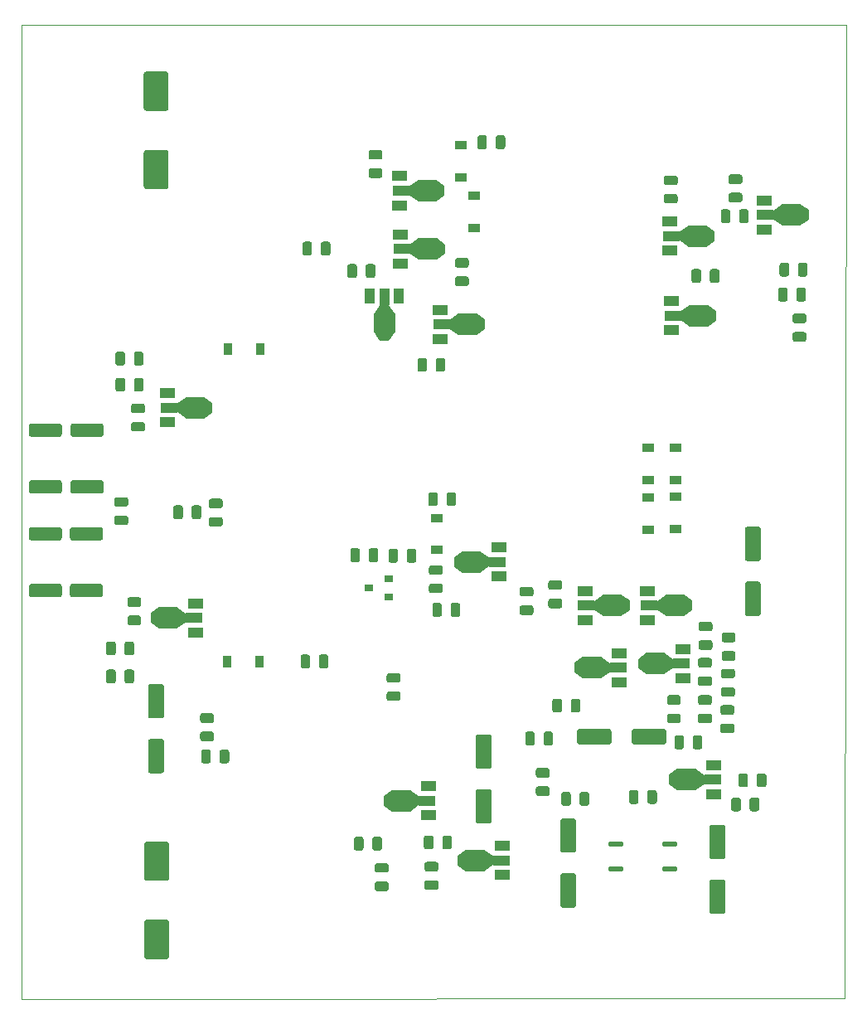
<source format=gtp>
%TF.GenerationSoftware,KiCad,Pcbnew,5.1.5-52549c5~84~ubuntu18.04.1*%
%TF.CreationDate,2020-04-30T17:46:21+12:00*%
%TF.ProjectId,Trimodal SMD Cheap,5472696d-6f64-4616-9c20-534d44204368,rev?*%
%TF.SameCoordinates,Original*%
%TF.FileFunction,Paste,Top*%
%TF.FilePolarity,Positive*%
%FSLAX46Y46*%
G04 Gerber Fmt 4.6, Leading zero omitted, Abs format (unit mm)*
G04 Created by KiCad (PCBNEW 5.1.5-52549c5~84~ubuntu18.04.1) date 2020-04-30 17:46:21*
%MOMM*%
%LPD*%
G04 APERTURE LIST*
%ADD10C,0.100000*%
%ADD11C,0.150000*%
%ADD12R,1.200000X0.900000*%
%ADD13R,0.900000X1.200000*%
%ADD14R,1.500000X1.000000*%
%ADD15R,1.800000X1.000000*%
%ADD16R,1.840000X2.200000*%
%ADD17R,2.200000X1.840000*%
%ADD18R,1.000000X1.500000*%
%ADD19R,1.000000X1.800000*%
%ADD20R,0.900000X0.800000*%
G04 APERTURE END LIST*
D10*
X146494500Y-32131000D02*
X146367500Y-131572000D01*
X62230000Y-32194500D02*
X146494500Y-32131000D01*
X62293500Y-131635500D02*
X62230000Y-32194500D01*
X146367500Y-131572000D02*
X62293500Y-131635500D01*
D11*
G36*
X77097504Y-123539704D02*
G01*
X77121773Y-123543304D01*
X77145571Y-123549265D01*
X77168671Y-123557530D01*
X77190849Y-123568020D01*
X77211893Y-123580633D01*
X77231598Y-123595247D01*
X77249777Y-123611723D01*
X77266253Y-123629902D01*
X77280867Y-123649607D01*
X77293480Y-123670651D01*
X77303970Y-123692829D01*
X77312235Y-123715929D01*
X77318196Y-123739727D01*
X77321796Y-123763996D01*
X77323000Y-123788500D01*
X77323000Y-127288500D01*
X77321796Y-127313004D01*
X77318196Y-127337273D01*
X77312235Y-127361071D01*
X77303970Y-127384171D01*
X77293480Y-127406349D01*
X77280867Y-127427393D01*
X77266253Y-127447098D01*
X77249777Y-127465277D01*
X77231598Y-127481753D01*
X77211893Y-127496367D01*
X77190849Y-127508980D01*
X77168671Y-127519470D01*
X77145571Y-127527735D01*
X77121773Y-127533696D01*
X77097504Y-127537296D01*
X77073000Y-127538500D01*
X75073000Y-127538500D01*
X75048496Y-127537296D01*
X75024227Y-127533696D01*
X75000429Y-127527735D01*
X74977329Y-127519470D01*
X74955151Y-127508980D01*
X74934107Y-127496367D01*
X74914402Y-127481753D01*
X74896223Y-127465277D01*
X74879747Y-127447098D01*
X74865133Y-127427393D01*
X74852520Y-127406349D01*
X74842030Y-127384171D01*
X74833765Y-127361071D01*
X74827804Y-127337273D01*
X74824204Y-127313004D01*
X74823000Y-127288500D01*
X74823000Y-123788500D01*
X74824204Y-123763996D01*
X74827804Y-123739727D01*
X74833765Y-123715929D01*
X74842030Y-123692829D01*
X74852520Y-123670651D01*
X74865133Y-123649607D01*
X74879747Y-123629902D01*
X74896223Y-123611723D01*
X74914402Y-123595247D01*
X74934107Y-123580633D01*
X74955151Y-123568020D01*
X74977329Y-123557530D01*
X75000429Y-123549265D01*
X75024227Y-123543304D01*
X75048496Y-123539704D01*
X75073000Y-123538500D01*
X77073000Y-123538500D01*
X77097504Y-123539704D01*
G37*
G36*
X77097504Y-115539704D02*
G01*
X77121773Y-115543304D01*
X77145571Y-115549265D01*
X77168671Y-115557530D01*
X77190849Y-115568020D01*
X77211893Y-115580633D01*
X77231598Y-115595247D01*
X77249777Y-115611723D01*
X77266253Y-115629902D01*
X77280867Y-115649607D01*
X77293480Y-115670651D01*
X77303970Y-115692829D01*
X77312235Y-115715929D01*
X77318196Y-115739727D01*
X77321796Y-115763996D01*
X77323000Y-115788500D01*
X77323000Y-119288500D01*
X77321796Y-119313004D01*
X77318196Y-119337273D01*
X77312235Y-119361071D01*
X77303970Y-119384171D01*
X77293480Y-119406349D01*
X77280867Y-119427393D01*
X77266253Y-119447098D01*
X77249777Y-119465277D01*
X77231598Y-119481753D01*
X77211893Y-119496367D01*
X77190849Y-119508980D01*
X77168671Y-119519470D01*
X77145571Y-119527735D01*
X77121773Y-119533696D01*
X77097504Y-119537296D01*
X77073000Y-119538500D01*
X75073000Y-119538500D01*
X75048496Y-119537296D01*
X75024227Y-119533696D01*
X75000429Y-119527735D01*
X74977329Y-119519470D01*
X74955151Y-119508980D01*
X74934107Y-119496367D01*
X74914402Y-119481753D01*
X74896223Y-119465277D01*
X74879747Y-119447098D01*
X74865133Y-119427393D01*
X74852520Y-119406349D01*
X74842030Y-119384171D01*
X74833765Y-119361071D01*
X74827804Y-119337273D01*
X74824204Y-119313004D01*
X74823000Y-119288500D01*
X74823000Y-115788500D01*
X74824204Y-115763996D01*
X74827804Y-115739727D01*
X74833765Y-115715929D01*
X74842030Y-115692829D01*
X74852520Y-115670651D01*
X74865133Y-115649607D01*
X74879747Y-115629902D01*
X74896223Y-115611723D01*
X74914402Y-115595247D01*
X74934107Y-115580633D01*
X74955151Y-115568020D01*
X74977329Y-115557530D01*
X75000429Y-115549265D01*
X75024227Y-115543304D01*
X75048496Y-115539704D01*
X75073000Y-115538500D01*
X77073000Y-115538500D01*
X77097504Y-115539704D01*
G37*
G36*
X74267142Y-90602674D02*
G01*
X74290803Y-90606184D01*
X74314007Y-90611996D01*
X74336529Y-90620054D01*
X74358153Y-90630282D01*
X74378670Y-90642579D01*
X74397883Y-90656829D01*
X74415607Y-90672893D01*
X74431671Y-90690617D01*
X74445921Y-90709830D01*
X74458218Y-90730347D01*
X74468446Y-90751971D01*
X74476504Y-90774493D01*
X74482316Y-90797697D01*
X74485826Y-90821358D01*
X74487000Y-90845250D01*
X74487000Y-91332750D01*
X74485826Y-91356642D01*
X74482316Y-91380303D01*
X74476504Y-91403507D01*
X74468446Y-91426029D01*
X74458218Y-91447653D01*
X74445921Y-91468170D01*
X74431671Y-91487383D01*
X74415607Y-91505107D01*
X74397883Y-91521171D01*
X74378670Y-91535421D01*
X74358153Y-91547718D01*
X74336529Y-91557946D01*
X74314007Y-91566004D01*
X74290803Y-91571816D01*
X74267142Y-91575326D01*
X74243250Y-91576500D01*
X73330750Y-91576500D01*
X73306858Y-91575326D01*
X73283197Y-91571816D01*
X73259993Y-91566004D01*
X73237471Y-91557946D01*
X73215847Y-91547718D01*
X73195330Y-91535421D01*
X73176117Y-91521171D01*
X73158393Y-91505107D01*
X73142329Y-91487383D01*
X73128079Y-91468170D01*
X73115782Y-91447653D01*
X73105554Y-91426029D01*
X73097496Y-91403507D01*
X73091684Y-91380303D01*
X73088174Y-91356642D01*
X73087000Y-91332750D01*
X73087000Y-90845250D01*
X73088174Y-90821358D01*
X73091684Y-90797697D01*
X73097496Y-90774493D01*
X73105554Y-90751971D01*
X73115782Y-90730347D01*
X73128079Y-90709830D01*
X73142329Y-90690617D01*
X73158393Y-90672893D01*
X73176117Y-90656829D01*
X73195330Y-90642579D01*
X73215847Y-90630282D01*
X73237471Y-90620054D01*
X73259993Y-90611996D01*
X73283197Y-90606184D01*
X73306858Y-90602674D01*
X73330750Y-90601500D01*
X74243250Y-90601500D01*
X74267142Y-90602674D01*
G37*
G36*
X74267142Y-92477674D02*
G01*
X74290803Y-92481184D01*
X74314007Y-92486996D01*
X74336529Y-92495054D01*
X74358153Y-92505282D01*
X74378670Y-92517579D01*
X74397883Y-92531829D01*
X74415607Y-92547893D01*
X74431671Y-92565617D01*
X74445921Y-92584830D01*
X74458218Y-92605347D01*
X74468446Y-92626971D01*
X74476504Y-92649493D01*
X74482316Y-92672697D01*
X74485826Y-92696358D01*
X74487000Y-92720250D01*
X74487000Y-93207750D01*
X74485826Y-93231642D01*
X74482316Y-93255303D01*
X74476504Y-93278507D01*
X74468446Y-93301029D01*
X74458218Y-93322653D01*
X74445921Y-93343170D01*
X74431671Y-93362383D01*
X74415607Y-93380107D01*
X74397883Y-93396171D01*
X74378670Y-93410421D01*
X74358153Y-93422718D01*
X74336529Y-93432946D01*
X74314007Y-93441004D01*
X74290803Y-93446816D01*
X74267142Y-93450326D01*
X74243250Y-93451500D01*
X73330750Y-93451500D01*
X73306858Y-93450326D01*
X73283197Y-93446816D01*
X73259993Y-93441004D01*
X73237471Y-93432946D01*
X73215847Y-93422718D01*
X73195330Y-93410421D01*
X73176117Y-93396171D01*
X73158393Y-93380107D01*
X73142329Y-93362383D01*
X73128079Y-93343170D01*
X73115782Y-93322653D01*
X73105554Y-93301029D01*
X73097496Y-93278507D01*
X73091684Y-93255303D01*
X73088174Y-93231642D01*
X73087000Y-93207750D01*
X73087000Y-92720250D01*
X73088174Y-92696358D01*
X73091684Y-92672697D01*
X73097496Y-92649493D01*
X73105554Y-92626971D01*
X73115782Y-92605347D01*
X73128079Y-92584830D01*
X73142329Y-92565617D01*
X73158393Y-92547893D01*
X73176117Y-92531829D01*
X73195330Y-92517579D01*
X73215847Y-92505282D01*
X73237471Y-92495054D01*
X73259993Y-92486996D01*
X73283197Y-92481184D01*
X73306858Y-92477674D01*
X73330750Y-92476500D01*
X74243250Y-92476500D01*
X74267142Y-92477674D01*
G37*
G36*
X137544004Y-83404704D02*
G01*
X137568273Y-83408304D01*
X137592071Y-83414265D01*
X137615171Y-83422530D01*
X137637349Y-83433020D01*
X137658393Y-83445633D01*
X137678098Y-83460247D01*
X137696277Y-83476723D01*
X137712753Y-83494902D01*
X137727367Y-83514607D01*
X137739980Y-83535651D01*
X137750470Y-83557829D01*
X137758735Y-83580929D01*
X137764696Y-83604727D01*
X137768296Y-83628996D01*
X137769500Y-83653500D01*
X137769500Y-86653500D01*
X137768296Y-86678004D01*
X137764696Y-86702273D01*
X137758735Y-86726071D01*
X137750470Y-86749171D01*
X137739980Y-86771349D01*
X137727367Y-86792393D01*
X137712753Y-86812098D01*
X137696277Y-86830277D01*
X137678098Y-86846753D01*
X137658393Y-86861367D01*
X137637349Y-86873980D01*
X137615171Y-86884470D01*
X137592071Y-86892735D01*
X137568273Y-86898696D01*
X137544004Y-86902296D01*
X137519500Y-86903500D01*
X136419500Y-86903500D01*
X136394996Y-86902296D01*
X136370727Y-86898696D01*
X136346929Y-86892735D01*
X136323829Y-86884470D01*
X136301651Y-86873980D01*
X136280607Y-86861367D01*
X136260902Y-86846753D01*
X136242723Y-86830277D01*
X136226247Y-86812098D01*
X136211633Y-86792393D01*
X136199020Y-86771349D01*
X136188530Y-86749171D01*
X136180265Y-86726071D01*
X136174304Y-86702273D01*
X136170704Y-86678004D01*
X136169500Y-86653500D01*
X136169500Y-83653500D01*
X136170704Y-83628996D01*
X136174304Y-83604727D01*
X136180265Y-83580929D01*
X136188530Y-83557829D01*
X136199020Y-83535651D01*
X136211633Y-83514607D01*
X136226247Y-83494902D01*
X136242723Y-83476723D01*
X136260902Y-83460247D01*
X136280607Y-83445633D01*
X136301651Y-83433020D01*
X136323829Y-83422530D01*
X136346929Y-83414265D01*
X136370727Y-83408304D01*
X136394996Y-83404704D01*
X136419500Y-83403500D01*
X137519500Y-83403500D01*
X137544004Y-83404704D01*
G37*
G36*
X137544004Y-89004704D02*
G01*
X137568273Y-89008304D01*
X137592071Y-89014265D01*
X137615171Y-89022530D01*
X137637349Y-89033020D01*
X137658393Y-89045633D01*
X137678098Y-89060247D01*
X137696277Y-89076723D01*
X137712753Y-89094902D01*
X137727367Y-89114607D01*
X137739980Y-89135651D01*
X137750470Y-89157829D01*
X137758735Y-89180929D01*
X137764696Y-89204727D01*
X137768296Y-89228996D01*
X137769500Y-89253500D01*
X137769500Y-92253500D01*
X137768296Y-92278004D01*
X137764696Y-92302273D01*
X137758735Y-92326071D01*
X137750470Y-92349171D01*
X137739980Y-92371349D01*
X137727367Y-92392393D01*
X137712753Y-92412098D01*
X137696277Y-92430277D01*
X137678098Y-92446753D01*
X137658393Y-92461367D01*
X137637349Y-92473980D01*
X137615171Y-92484470D01*
X137592071Y-92492735D01*
X137568273Y-92498696D01*
X137544004Y-92502296D01*
X137519500Y-92503500D01*
X136419500Y-92503500D01*
X136394996Y-92502296D01*
X136370727Y-92498696D01*
X136346929Y-92492735D01*
X136323829Y-92484470D01*
X136301651Y-92473980D01*
X136280607Y-92461367D01*
X136260902Y-92446753D01*
X136242723Y-92430277D01*
X136226247Y-92412098D01*
X136211633Y-92392393D01*
X136199020Y-92371349D01*
X136188530Y-92349171D01*
X136180265Y-92326071D01*
X136174304Y-92302273D01*
X136170704Y-92278004D01*
X136169500Y-92253500D01*
X136169500Y-89253500D01*
X136170704Y-89228996D01*
X136174304Y-89204727D01*
X136180265Y-89180929D01*
X136188530Y-89157829D01*
X136199020Y-89135651D01*
X136211633Y-89114607D01*
X136226247Y-89094902D01*
X136242723Y-89076723D01*
X136260902Y-89060247D01*
X136280607Y-89045633D01*
X136301651Y-89033020D01*
X136323829Y-89022530D01*
X136346929Y-89014265D01*
X136370727Y-89008304D01*
X136394996Y-89004704D01*
X136419500Y-89003500D01*
X137519500Y-89003500D01*
X137544004Y-89004704D01*
G37*
G36*
X76584004Y-105070204D02*
G01*
X76608273Y-105073804D01*
X76632071Y-105079765D01*
X76655171Y-105088030D01*
X76677349Y-105098520D01*
X76698393Y-105111133D01*
X76718098Y-105125747D01*
X76736277Y-105142223D01*
X76752753Y-105160402D01*
X76767367Y-105180107D01*
X76779980Y-105201151D01*
X76790470Y-105223329D01*
X76798735Y-105246429D01*
X76804696Y-105270227D01*
X76808296Y-105294496D01*
X76809500Y-105319000D01*
X76809500Y-108319000D01*
X76808296Y-108343504D01*
X76804696Y-108367773D01*
X76798735Y-108391571D01*
X76790470Y-108414671D01*
X76779980Y-108436849D01*
X76767367Y-108457893D01*
X76752753Y-108477598D01*
X76736277Y-108495777D01*
X76718098Y-108512253D01*
X76698393Y-108526867D01*
X76677349Y-108539480D01*
X76655171Y-108549970D01*
X76632071Y-108558235D01*
X76608273Y-108564196D01*
X76584004Y-108567796D01*
X76559500Y-108569000D01*
X75459500Y-108569000D01*
X75434996Y-108567796D01*
X75410727Y-108564196D01*
X75386929Y-108558235D01*
X75363829Y-108549970D01*
X75341651Y-108539480D01*
X75320607Y-108526867D01*
X75300902Y-108512253D01*
X75282723Y-108495777D01*
X75266247Y-108477598D01*
X75251633Y-108457893D01*
X75239020Y-108436849D01*
X75228530Y-108414671D01*
X75220265Y-108391571D01*
X75214304Y-108367773D01*
X75210704Y-108343504D01*
X75209500Y-108319000D01*
X75209500Y-105319000D01*
X75210704Y-105294496D01*
X75214304Y-105270227D01*
X75220265Y-105246429D01*
X75228530Y-105223329D01*
X75239020Y-105201151D01*
X75251633Y-105180107D01*
X75266247Y-105160402D01*
X75282723Y-105142223D01*
X75300902Y-105125747D01*
X75320607Y-105111133D01*
X75341651Y-105098520D01*
X75363829Y-105088030D01*
X75386929Y-105079765D01*
X75410727Y-105073804D01*
X75434996Y-105070204D01*
X75459500Y-105069000D01*
X76559500Y-105069000D01*
X76584004Y-105070204D01*
G37*
G36*
X76584004Y-99470204D02*
G01*
X76608273Y-99473804D01*
X76632071Y-99479765D01*
X76655171Y-99488030D01*
X76677349Y-99498520D01*
X76698393Y-99511133D01*
X76718098Y-99525747D01*
X76736277Y-99542223D01*
X76752753Y-99560402D01*
X76767367Y-99580107D01*
X76779980Y-99601151D01*
X76790470Y-99623329D01*
X76798735Y-99646429D01*
X76804696Y-99670227D01*
X76808296Y-99694496D01*
X76809500Y-99719000D01*
X76809500Y-102719000D01*
X76808296Y-102743504D01*
X76804696Y-102767773D01*
X76798735Y-102791571D01*
X76790470Y-102814671D01*
X76779980Y-102836849D01*
X76767367Y-102857893D01*
X76752753Y-102877598D01*
X76736277Y-102895777D01*
X76718098Y-102912253D01*
X76698393Y-102926867D01*
X76677349Y-102939480D01*
X76655171Y-102949970D01*
X76632071Y-102958235D01*
X76608273Y-102964196D01*
X76584004Y-102967796D01*
X76559500Y-102969000D01*
X75459500Y-102969000D01*
X75434996Y-102967796D01*
X75410727Y-102964196D01*
X75386929Y-102958235D01*
X75363829Y-102949970D01*
X75341651Y-102939480D01*
X75320607Y-102926867D01*
X75300902Y-102912253D01*
X75282723Y-102895777D01*
X75266247Y-102877598D01*
X75251633Y-102857893D01*
X75239020Y-102836849D01*
X75228530Y-102814671D01*
X75220265Y-102791571D01*
X75214304Y-102767773D01*
X75210704Y-102743504D01*
X75209500Y-102719000D01*
X75209500Y-99719000D01*
X75210704Y-99694496D01*
X75214304Y-99670227D01*
X75220265Y-99646429D01*
X75228530Y-99623329D01*
X75239020Y-99601151D01*
X75251633Y-99580107D01*
X75266247Y-99560402D01*
X75282723Y-99542223D01*
X75300902Y-99525747D01*
X75320607Y-99511133D01*
X75341651Y-99498520D01*
X75363829Y-99488030D01*
X75386929Y-99479765D01*
X75410727Y-99473804D01*
X75434996Y-99470204D01*
X75459500Y-99469000D01*
X76559500Y-99469000D01*
X76584004Y-99470204D01*
G37*
G36*
X110048504Y-110207704D02*
G01*
X110072773Y-110211304D01*
X110096571Y-110217265D01*
X110119671Y-110225530D01*
X110141849Y-110236020D01*
X110162893Y-110248633D01*
X110182598Y-110263247D01*
X110200777Y-110279723D01*
X110217253Y-110297902D01*
X110231867Y-110317607D01*
X110244480Y-110338651D01*
X110254970Y-110360829D01*
X110263235Y-110383929D01*
X110269196Y-110407727D01*
X110272796Y-110431996D01*
X110274000Y-110456500D01*
X110274000Y-113456500D01*
X110272796Y-113481004D01*
X110269196Y-113505273D01*
X110263235Y-113529071D01*
X110254970Y-113552171D01*
X110244480Y-113574349D01*
X110231867Y-113595393D01*
X110217253Y-113615098D01*
X110200777Y-113633277D01*
X110182598Y-113649753D01*
X110162893Y-113664367D01*
X110141849Y-113676980D01*
X110119671Y-113687470D01*
X110096571Y-113695735D01*
X110072773Y-113701696D01*
X110048504Y-113705296D01*
X110024000Y-113706500D01*
X108924000Y-113706500D01*
X108899496Y-113705296D01*
X108875227Y-113701696D01*
X108851429Y-113695735D01*
X108828329Y-113687470D01*
X108806151Y-113676980D01*
X108785107Y-113664367D01*
X108765402Y-113649753D01*
X108747223Y-113633277D01*
X108730747Y-113615098D01*
X108716133Y-113595393D01*
X108703520Y-113574349D01*
X108693030Y-113552171D01*
X108684765Y-113529071D01*
X108678804Y-113505273D01*
X108675204Y-113481004D01*
X108674000Y-113456500D01*
X108674000Y-110456500D01*
X108675204Y-110431996D01*
X108678804Y-110407727D01*
X108684765Y-110383929D01*
X108693030Y-110360829D01*
X108703520Y-110338651D01*
X108716133Y-110317607D01*
X108730747Y-110297902D01*
X108747223Y-110279723D01*
X108765402Y-110263247D01*
X108785107Y-110248633D01*
X108806151Y-110236020D01*
X108828329Y-110225530D01*
X108851429Y-110217265D01*
X108875227Y-110211304D01*
X108899496Y-110207704D01*
X108924000Y-110206500D01*
X110024000Y-110206500D01*
X110048504Y-110207704D01*
G37*
G36*
X110048504Y-104607704D02*
G01*
X110072773Y-104611304D01*
X110096571Y-104617265D01*
X110119671Y-104625530D01*
X110141849Y-104636020D01*
X110162893Y-104648633D01*
X110182598Y-104663247D01*
X110200777Y-104679723D01*
X110217253Y-104697902D01*
X110231867Y-104717607D01*
X110244480Y-104738651D01*
X110254970Y-104760829D01*
X110263235Y-104783929D01*
X110269196Y-104807727D01*
X110272796Y-104831996D01*
X110274000Y-104856500D01*
X110274000Y-107856500D01*
X110272796Y-107881004D01*
X110269196Y-107905273D01*
X110263235Y-107929071D01*
X110254970Y-107952171D01*
X110244480Y-107974349D01*
X110231867Y-107995393D01*
X110217253Y-108015098D01*
X110200777Y-108033277D01*
X110182598Y-108049753D01*
X110162893Y-108064367D01*
X110141849Y-108076980D01*
X110119671Y-108087470D01*
X110096571Y-108095735D01*
X110072773Y-108101696D01*
X110048504Y-108105296D01*
X110024000Y-108106500D01*
X108924000Y-108106500D01*
X108899496Y-108105296D01*
X108875227Y-108101696D01*
X108851429Y-108095735D01*
X108828329Y-108087470D01*
X108806151Y-108076980D01*
X108785107Y-108064367D01*
X108765402Y-108049753D01*
X108747223Y-108033277D01*
X108730747Y-108015098D01*
X108716133Y-107995393D01*
X108703520Y-107974349D01*
X108693030Y-107952171D01*
X108684765Y-107929071D01*
X108678804Y-107905273D01*
X108675204Y-107881004D01*
X108674000Y-107856500D01*
X108674000Y-104856500D01*
X108675204Y-104831996D01*
X108678804Y-104807727D01*
X108684765Y-104783929D01*
X108693030Y-104760829D01*
X108703520Y-104738651D01*
X108716133Y-104717607D01*
X108730747Y-104697902D01*
X108747223Y-104679723D01*
X108765402Y-104663247D01*
X108785107Y-104648633D01*
X108806151Y-104636020D01*
X108828329Y-104625530D01*
X108851429Y-104617265D01*
X108875227Y-104611304D01*
X108899496Y-104607704D01*
X108924000Y-104606500D01*
X110024000Y-104606500D01*
X110048504Y-104607704D01*
G37*
G36*
X77034004Y-36927704D02*
G01*
X77058273Y-36931304D01*
X77082071Y-36937265D01*
X77105171Y-36945530D01*
X77127349Y-36956020D01*
X77148393Y-36968633D01*
X77168098Y-36983247D01*
X77186277Y-36999723D01*
X77202753Y-37017902D01*
X77217367Y-37037607D01*
X77229980Y-37058651D01*
X77240470Y-37080829D01*
X77248735Y-37103929D01*
X77254696Y-37127727D01*
X77258296Y-37151996D01*
X77259500Y-37176500D01*
X77259500Y-40676500D01*
X77258296Y-40701004D01*
X77254696Y-40725273D01*
X77248735Y-40749071D01*
X77240470Y-40772171D01*
X77229980Y-40794349D01*
X77217367Y-40815393D01*
X77202753Y-40835098D01*
X77186277Y-40853277D01*
X77168098Y-40869753D01*
X77148393Y-40884367D01*
X77127349Y-40896980D01*
X77105171Y-40907470D01*
X77082071Y-40915735D01*
X77058273Y-40921696D01*
X77034004Y-40925296D01*
X77009500Y-40926500D01*
X75009500Y-40926500D01*
X74984996Y-40925296D01*
X74960727Y-40921696D01*
X74936929Y-40915735D01*
X74913829Y-40907470D01*
X74891651Y-40896980D01*
X74870607Y-40884367D01*
X74850902Y-40869753D01*
X74832723Y-40853277D01*
X74816247Y-40835098D01*
X74801633Y-40815393D01*
X74789020Y-40794349D01*
X74778530Y-40772171D01*
X74770265Y-40749071D01*
X74764304Y-40725273D01*
X74760704Y-40701004D01*
X74759500Y-40676500D01*
X74759500Y-37176500D01*
X74760704Y-37151996D01*
X74764304Y-37127727D01*
X74770265Y-37103929D01*
X74778530Y-37080829D01*
X74789020Y-37058651D01*
X74801633Y-37037607D01*
X74816247Y-37017902D01*
X74832723Y-36999723D01*
X74850902Y-36983247D01*
X74870607Y-36968633D01*
X74891651Y-36956020D01*
X74913829Y-36945530D01*
X74936929Y-36937265D01*
X74960727Y-36931304D01*
X74984996Y-36927704D01*
X75009500Y-36926500D01*
X77009500Y-36926500D01*
X77034004Y-36927704D01*
G37*
G36*
X77034004Y-44927704D02*
G01*
X77058273Y-44931304D01*
X77082071Y-44937265D01*
X77105171Y-44945530D01*
X77127349Y-44956020D01*
X77148393Y-44968633D01*
X77168098Y-44983247D01*
X77186277Y-44999723D01*
X77202753Y-45017902D01*
X77217367Y-45037607D01*
X77229980Y-45058651D01*
X77240470Y-45080829D01*
X77248735Y-45103929D01*
X77254696Y-45127727D01*
X77258296Y-45151996D01*
X77259500Y-45176500D01*
X77259500Y-48676500D01*
X77258296Y-48701004D01*
X77254696Y-48725273D01*
X77248735Y-48749071D01*
X77240470Y-48772171D01*
X77229980Y-48794349D01*
X77217367Y-48815393D01*
X77202753Y-48835098D01*
X77186277Y-48853277D01*
X77168098Y-48869753D01*
X77148393Y-48884367D01*
X77127349Y-48896980D01*
X77105171Y-48907470D01*
X77082071Y-48915735D01*
X77058273Y-48921696D01*
X77034004Y-48925296D01*
X77009500Y-48926500D01*
X75009500Y-48926500D01*
X74984996Y-48925296D01*
X74960727Y-48921696D01*
X74936929Y-48915735D01*
X74913829Y-48907470D01*
X74891651Y-48896980D01*
X74870607Y-48884367D01*
X74850902Y-48869753D01*
X74832723Y-48853277D01*
X74816247Y-48835098D01*
X74801633Y-48815393D01*
X74789020Y-48794349D01*
X74778530Y-48772171D01*
X74770265Y-48749071D01*
X74764304Y-48725273D01*
X74760704Y-48701004D01*
X74759500Y-48676500D01*
X74759500Y-45176500D01*
X74760704Y-45151996D01*
X74764304Y-45127727D01*
X74770265Y-45103929D01*
X74778530Y-45080829D01*
X74789020Y-45058651D01*
X74801633Y-45037607D01*
X74816247Y-45017902D01*
X74832723Y-44999723D01*
X74850902Y-44983247D01*
X74870607Y-44968633D01*
X74891651Y-44956020D01*
X74913829Y-44945530D01*
X74936929Y-44937265D01*
X74960727Y-44931304D01*
X74984996Y-44927704D01*
X75009500Y-44926500D01*
X77009500Y-44926500D01*
X77034004Y-44927704D01*
G37*
G36*
X118684504Y-113186204D02*
G01*
X118708773Y-113189804D01*
X118732571Y-113195765D01*
X118755671Y-113204030D01*
X118777849Y-113214520D01*
X118798893Y-113227133D01*
X118818598Y-113241747D01*
X118836777Y-113258223D01*
X118853253Y-113276402D01*
X118867867Y-113296107D01*
X118880480Y-113317151D01*
X118890970Y-113339329D01*
X118899235Y-113362429D01*
X118905196Y-113386227D01*
X118908796Y-113410496D01*
X118910000Y-113435000D01*
X118910000Y-116435000D01*
X118908796Y-116459504D01*
X118905196Y-116483773D01*
X118899235Y-116507571D01*
X118890970Y-116530671D01*
X118880480Y-116552849D01*
X118867867Y-116573893D01*
X118853253Y-116593598D01*
X118836777Y-116611777D01*
X118818598Y-116628253D01*
X118798893Y-116642867D01*
X118777849Y-116655480D01*
X118755671Y-116665970D01*
X118732571Y-116674235D01*
X118708773Y-116680196D01*
X118684504Y-116683796D01*
X118660000Y-116685000D01*
X117560000Y-116685000D01*
X117535496Y-116683796D01*
X117511227Y-116680196D01*
X117487429Y-116674235D01*
X117464329Y-116665970D01*
X117442151Y-116655480D01*
X117421107Y-116642867D01*
X117401402Y-116628253D01*
X117383223Y-116611777D01*
X117366747Y-116593598D01*
X117352133Y-116573893D01*
X117339520Y-116552849D01*
X117329030Y-116530671D01*
X117320765Y-116507571D01*
X117314804Y-116483773D01*
X117311204Y-116459504D01*
X117310000Y-116435000D01*
X117310000Y-113435000D01*
X117311204Y-113410496D01*
X117314804Y-113386227D01*
X117320765Y-113362429D01*
X117329030Y-113339329D01*
X117339520Y-113317151D01*
X117352133Y-113296107D01*
X117366747Y-113276402D01*
X117383223Y-113258223D01*
X117401402Y-113241747D01*
X117421107Y-113227133D01*
X117442151Y-113214520D01*
X117464329Y-113204030D01*
X117487429Y-113195765D01*
X117511227Y-113189804D01*
X117535496Y-113186204D01*
X117560000Y-113185000D01*
X118660000Y-113185000D01*
X118684504Y-113186204D01*
G37*
G36*
X118684504Y-118786204D02*
G01*
X118708773Y-118789804D01*
X118732571Y-118795765D01*
X118755671Y-118804030D01*
X118777849Y-118814520D01*
X118798893Y-118827133D01*
X118818598Y-118841747D01*
X118836777Y-118858223D01*
X118853253Y-118876402D01*
X118867867Y-118896107D01*
X118880480Y-118917151D01*
X118890970Y-118939329D01*
X118899235Y-118962429D01*
X118905196Y-118986227D01*
X118908796Y-119010496D01*
X118910000Y-119035000D01*
X118910000Y-122035000D01*
X118908796Y-122059504D01*
X118905196Y-122083773D01*
X118899235Y-122107571D01*
X118890970Y-122130671D01*
X118880480Y-122152849D01*
X118867867Y-122173893D01*
X118853253Y-122193598D01*
X118836777Y-122211777D01*
X118818598Y-122228253D01*
X118798893Y-122242867D01*
X118777849Y-122255480D01*
X118755671Y-122265970D01*
X118732571Y-122274235D01*
X118708773Y-122280196D01*
X118684504Y-122283796D01*
X118660000Y-122285000D01*
X117560000Y-122285000D01*
X117535496Y-122283796D01*
X117511227Y-122280196D01*
X117487429Y-122274235D01*
X117464329Y-122265970D01*
X117442151Y-122255480D01*
X117421107Y-122242867D01*
X117401402Y-122228253D01*
X117383223Y-122211777D01*
X117366747Y-122193598D01*
X117352133Y-122173893D01*
X117339520Y-122152849D01*
X117329030Y-122130671D01*
X117320765Y-122107571D01*
X117314804Y-122083773D01*
X117311204Y-122059504D01*
X117310000Y-122035000D01*
X117310000Y-119035000D01*
X117311204Y-119010496D01*
X117314804Y-118986227D01*
X117320765Y-118962429D01*
X117329030Y-118939329D01*
X117339520Y-118917151D01*
X117352133Y-118896107D01*
X117366747Y-118876402D01*
X117383223Y-118858223D01*
X117401402Y-118841747D01*
X117421107Y-118827133D01*
X117442151Y-118814520D01*
X117464329Y-118804030D01*
X117487429Y-118795765D01*
X117511227Y-118789804D01*
X117535496Y-118786204D01*
X117560000Y-118785000D01*
X118660000Y-118785000D01*
X118684504Y-118786204D01*
G37*
G36*
X133924504Y-113821204D02*
G01*
X133948773Y-113824804D01*
X133972571Y-113830765D01*
X133995671Y-113839030D01*
X134017849Y-113849520D01*
X134038893Y-113862133D01*
X134058598Y-113876747D01*
X134076777Y-113893223D01*
X134093253Y-113911402D01*
X134107867Y-113931107D01*
X134120480Y-113952151D01*
X134130970Y-113974329D01*
X134139235Y-113997429D01*
X134145196Y-114021227D01*
X134148796Y-114045496D01*
X134150000Y-114070000D01*
X134150000Y-117070000D01*
X134148796Y-117094504D01*
X134145196Y-117118773D01*
X134139235Y-117142571D01*
X134130970Y-117165671D01*
X134120480Y-117187849D01*
X134107867Y-117208893D01*
X134093253Y-117228598D01*
X134076777Y-117246777D01*
X134058598Y-117263253D01*
X134038893Y-117277867D01*
X134017849Y-117290480D01*
X133995671Y-117300970D01*
X133972571Y-117309235D01*
X133948773Y-117315196D01*
X133924504Y-117318796D01*
X133900000Y-117320000D01*
X132800000Y-117320000D01*
X132775496Y-117318796D01*
X132751227Y-117315196D01*
X132727429Y-117309235D01*
X132704329Y-117300970D01*
X132682151Y-117290480D01*
X132661107Y-117277867D01*
X132641402Y-117263253D01*
X132623223Y-117246777D01*
X132606747Y-117228598D01*
X132592133Y-117208893D01*
X132579520Y-117187849D01*
X132569030Y-117165671D01*
X132560765Y-117142571D01*
X132554804Y-117118773D01*
X132551204Y-117094504D01*
X132550000Y-117070000D01*
X132550000Y-114070000D01*
X132551204Y-114045496D01*
X132554804Y-114021227D01*
X132560765Y-113997429D01*
X132569030Y-113974329D01*
X132579520Y-113952151D01*
X132592133Y-113931107D01*
X132606747Y-113911402D01*
X132623223Y-113893223D01*
X132641402Y-113876747D01*
X132661107Y-113862133D01*
X132682151Y-113849520D01*
X132704329Y-113839030D01*
X132727429Y-113830765D01*
X132751227Y-113824804D01*
X132775496Y-113821204D01*
X132800000Y-113820000D01*
X133900000Y-113820000D01*
X133924504Y-113821204D01*
G37*
G36*
X133924504Y-119421204D02*
G01*
X133948773Y-119424804D01*
X133972571Y-119430765D01*
X133995671Y-119439030D01*
X134017849Y-119449520D01*
X134038893Y-119462133D01*
X134058598Y-119476747D01*
X134076777Y-119493223D01*
X134093253Y-119511402D01*
X134107867Y-119531107D01*
X134120480Y-119552151D01*
X134130970Y-119574329D01*
X134139235Y-119597429D01*
X134145196Y-119621227D01*
X134148796Y-119645496D01*
X134150000Y-119670000D01*
X134150000Y-122670000D01*
X134148796Y-122694504D01*
X134145196Y-122718773D01*
X134139235Y-122742571D01*
X134130970Y-122765671D01*
X134120480Y-122787849D01*
X134107867Y-122808893D01*
X134093253Y-122828598D01*
X134076777Y-122846777D01*
X134058598Y-122863253D01*
X134038893Y-122877867D01*
X134017849Y-122890480D01*
X133995671Y-122900970D01*
X133972571Y-122909235D01*
X133948773Y-122915196D01*
X133924504Y-122918796D01*
X133900000Y-122920000D01*
X132800000Y-122920000D01*
X132775496Y-122918796D01*
X132751227Y-122915196D01*
X132727429Y-122909235D01*
X132704329Y-122900970D01*
X132682151Y-122890480D01*
X132661107Y-122877867D01*
X132641402Y-122863253D01*
X132623223Y-122846777D01*
X132606747Y-122828598D01*
X132592133Y-122808893D01*
X132579520Y-122787849D01*
X132569030Y-122765671D01*
X132560765Y-122742571D01*
X132554804Y-122718773D01*
X132551204Y-122694504D01*
X132550000Y-122670000D01*
X132550000Y-119670000D01*
X132551204Y-119645496D01*
X132554804Y-119621227D01*
X132560765Y-119597429D01*
X132569030Y-119574329D01*
X132579520Y-119552151D01*
X132592133Y-119531107D01*
X132606747Y-119511402D01*
X132623223Y-119493223D01*
X132641402Y-119476747D01*
X132661107Y-119462133D01*
X132682151Y-119449520D01*
X132704329Y-119439030D01*
X132727429Y-119430765D01*
X132751227Y-119424804D01*
X132775496Y-119421204D01*
X132800000Y-119420000D01*
X133900000Y-119420000D01*
X133924504Y-119421204D01*
G37*
G36*
X127889504Y-104039704D02*
G01*
X127913773Y-104043304D01*
X127937571Y-104049265D01*
X127960671Y-104057530D01*
X127982849Y-104068020D01*
X128003893Y-104080633D01*
X128023598Y-104095247D01*
X128041777Y-104111723D01*
X128058253Y-104129902D01*
X128072867Y-104149607D01*
X128085480Y-104170651D01*
X128095970Y-104192829D01*
X128104235Y-104215929D01*
X128110196Y-104239727D01*
X128113796Y-104263996D01*
X128115000Y-104288500D01*
X128115000Y-105388500D01*
X128113796Y-105413004D01*
X128110196Y-105437273D01*
X128104235Y-105461071D01*
X128095970Y-105484171D01*
X128085480Y-105506349D01*
X128072867Y-105527393D01*
X128058253Y-105547098D01*
X128041777Y-105565277D01*
X128023598Y-105581753D01*
X128003893Y-105596367D01*
X127982849Y-105608980D01*
X127960671Y-105619470D01*
X127937571Y-105627735D01*
X127913773Y-105633696D01*
X127889504Y-105637296D01*
X127865000Y-105638500D01*
X124865000Y-105638500D01*
X124840496Y-105637296D01*
X124816227Y-105633696D01*
X124792429Y-105627735D01*
X124769329Y-105619470D01*
X124747151Y-105608980D01*
X124726107Y-105596367D01*
X124706402Y-105581753D01*
X124688223Y-105565277D01*
X124671747Y-105547098D01*
X124657133Y-105527393D01*
X124644520Y-105506349D01*
X124634030Y-105484171D01*
X124625765Y-105461071D01*
X124619804Y-105437273D01*
X124616204Y-105413004D01*
X124615000Y-105388500D01*
X124615000Y-104288500D01*
X124616204Y-104263996D01*
X124619804Y-104239727D01*
X124625765Y-104215929D01*
X124634030Y-104192829D01*
X124644520Y-104170651D01*
X124657133Y-104149607D01*
X124671747Y-104129902D01*
X124688223Y-104111723D01*
X124706402Y-104095247D01*
X124726107Y-104080633D01*
X124747151Y-104068020D01*
X124769329Y-104057530D01*
X124792429Y-104049265D01*
X124816227Y-104043304D01*
X124840496Y-104039704D01*
X124865000Y-104038500D01*
X127865000Y-104038500D01*
X127889504Y-104039704D01*
G37*
G36*
X122289504Y-104039704D02*
G01*
X122313773Y-104043304D01*
X122337571Y-104049265D01*
X122360671Y-104057530D01*
X122382849Y-104068020D01*
X122403893Y-104080633D01*
X122423598Y-104095247D01*
X122441777Y-104111723D01*
X122458253Y-104129902D01*
X122472867Y-104149607D01*
X122485480Y-104170651D01*
X122495970Y-104192829D01*
X122504235Y-104215929D01*
X122510196Y-104239727D01*
X122513796Y-104263996D01*
X122515000Y-104288500D01*
X122515000Y-105388500D01*
X122513796Y-105413004D01*
X122510196Y-105437273D01*
X122504235Y-105461071D01*
X122495970Y-105484171D01*
X122485480Y-105506349D01*
X122472867Y-105527393D01*
X122458253Y-105547098D01*
X122441777Y-105565277D01*
X122423598Y-105581753D01*
X122403893Y-105596367D01*
X122382849Y-105608980D01*
X122360671Y-105619470D01*
X122337571Y-105627735D01*
X122313773Y-105633696D01*
X122289504Y-105637296D01*
X122265000Y-105638500D01*
X119265000Y-105638500D01*
X119240496Y-105637296D01*
X119216227Y-105633696D01*
X119192429Y-105627735D01*
X119169329Y-105619470D01*
X119147151Y-105608980D01*
X119126107Y-105596367D01*
X119106402Y-105581753D01*
X119088223Y-105565277D01*
X119071747Y-105547098D01*
X119057133Y-105527393D01*
X119044520Y-105506349D01*
X119034030Y-105484171D01*
X119025765Y-105461071D01*
X119019804Y-105437273D01*
X119016204Y-105413004D01*
X119015000Y-105388500D01*
X119015000Y-104288500D01*
X119016204Y-104263996D01*
X119019804Y-104239727D01*
X119025765Y-104215929D01*
X119034030Y-104192829D01*
X119044520Y-104170651D01*
X119057133Y-104149607D01*
X119071747Y-104129902D01*
X119088223Y-104111723D01*
X119106402Y-104095247D01*
X119126107Y-104080633D01*
X119147151Y-104068020D01*
X119169329Y-104057530D01*
X119192429Y-104049265D01*
X119216227Y-104043304D01*
X119240496Y-104039704D01*
X119265000Y-104038500D01*
X122265000Y-104038500D01*
X122289504Y-104039704D01*
G37*
D12*
X129095500Y-80327500D03*
X129095500Y-83627500D03*
X129095500Y-75313000D03*
X129095500Y-78613000D03*
X126238000Y-80391000D03*
X126238000Y-83691000D03*
X126238000Y-78612000D03*
X126238000Y-75312000D03*
X108521500Y-52893500D03*
X108521500Y-49593500D03*
X107124500Y-47752000D03*
X107124500Y-44452000D03*
D13*
X86550500Y-97155000D03*
X83250500Y-97155000D03*
X86614000Y-65278000D03*
X83314000Y-65278000D03*
D12*
X104648000Y-85788500D03*
X104648000Y-82488500D03*
D11*
G36*
X141815000Y-50462000D02*
G01*
X142665000Y-51062000D01*
X142665000Y-52062000D01*
X141815000Y-52662000D01*
X141815000Y-50462000D01*
G37*
D14*
X138093000Y-50062000D03*
D15*
X138239500Y-51562000D03*
D14*
X138093000Y-53062000D03*
D16*
X140906500Y-51562000D03*
D11*
G36*
X139996800Y-52662000D02*
G01*
X138996800Y-51962000D01*
X138996800Y-51162000D01*
X139996800Y-50462000D01*
X139996800Y-52662000D01*
G37*
G36*
X131084700Y-108120000D02*
G01*
X132084700Y-108820000D01*
X132084700Y-109620000D01*
X131084700Y-110320000D01*
X131084700Y-108120000D01*
G37*
D16*
X130175000Y-109220000D03*
D14*
X132988500Y-107720000D03*
D15*
X132842000Y-109220000D03*
D14*
X132988500Y-110720000D03*
D11*
G36*
X129266500Y-110320000D02*
G01*
X128416500Y-109720000D01*
X128416500Y-108720000D01*
X129266500Y-108120000D01*
X129266500Y-110320000D01*
G37*
G36*
X127909700Y-96285000D02*
G01*
X128909700Y-96985000D01*
X128909700Y-97785000D01*
X127909700Y-98485000D01*
X127909700Y-96285000D01*
G37*
D16*
X127000000Y-97385000D03*
D14*
X129813500Y-95885000D03*
D15*
X129667000Y-97385000D03*
D14*
X129813500Y-98885000D03*
D11*
G36*
X126091500Y-98485000D02*
G01*
X125241500Y-97885000D01*
X125241500Y-96885000D01*
X126091500Y-96285000D01*
X126091500Y-98485000D01*
G37*
G36*
X119614500Y-98890000D02*
G01*
X118764500Y-98290000D01*
X118764500Y-97290000D01*
X119614500Y-96690000D01*
X119614500Y-98890000D01*
G37*
D14*
X123336500Y-99290000D03*
D15*
X123190000Y-97790000D03*
D14*
X123336500Y-96290000D03*
D16*
X120523000Y-97790000D03*
D11*
G36*
X121432700Y-96690000D02*
G01*
X122432700Y-97390000D01*
X122432700Y-98190000D01*
X121432700Y-98890000D01*
X121432700Y-96690000D01*
G37*
G36*
X132239200Y-52621000D02*
G01*
X133089200Y-53221000D01*
X133089200Y-54221000D01*
X132239200Y-54821000D01*
X132239200Y-52621000D01*
G37*
D14*
X128517200Y-52221000D03*
D15*
X128663700Y-53721000D03*
D14*
X128517200Y-55221000D03*
D16*
X131330700Y-53721000D03*
D11*
G36*
X130421000Y-54821000D02*
G01*
X129421000Y-54121000D01*
X129421000Y-53321000D01*
X130421000Y-52621000D01*
X130421000Y-54821000D01*
G37*
G36*
X100120000Y-112479000D02*
G01*
X99270000Y-111879000D01*
X99270000Y-110879000D01*
X100120000Y-110279000D01*
X100120000Y-112479000D01*
G37*
D14*
X103842000Y-112879000D03*
D15*
X103695500Y-111379000D03*
D14*
X103842000Y-109879000D03*
D16*
X101028500Y-111379000D03*
D11*
G36*
X101938200Y-110279000D02*
G01*
X102938200Y-110979000D01*
X102938200Y-111779000D01*
X101938200Y-112479000D01*
X101938200Y-110279000D01*
G37*
G36*
X129940500Y-90340000D02*
G01*
X130790500Y-90940000D01*
X130790500Y-91940000D01*
X129940500Y-92540000D01*
X129940500Y-90340000D01*
G37*
D14*
X126218500Y-89940000D03*
D15*
X126365000Y-91440000D03*
D14*
X126218500Y-92940000D03*
D16*
X129032000Y-91440000D03*
D11*
G36*
X128122300Y-92540000D02*
G01*
X127122300Y-91840000D01*
X127122300Y-91040000D01*
X128122300Y-90340000D01*
X128122300Y-92540000D01*
G37*
G36*
X121708800Y-92540000D02*
G01*
X120708800Y-91840000D01*
X120708800Y-91040000D01*
X121708800Y-90340000D01*
X121708800Y-92540000D01*
G37*
D16*
X122618500Y-91440000D03*
D14*
X119805000Y-92940000D03*
D15*
X119951500Y-91440000D03*
D14*
X119805000Y-89940000D03*
D11*
G36*
X123527000Y-90340000D02*
G01*
X124377000Y-90940000D01*
X124377000Y-91940000D01*
X123527000Y-92540000D01*
X123527000Y-90340000D01*
G37*
G36*
X130535300Y-62949000D02*
G01*
X129535300Y-62249000D01*
X129535300Y-61449000D01*
X130535300Y-60749000D01*
X130535300Y-62949000D01*
G37*
D16*
X131445000Y-61849000D03*
D14*
X128631500Y-63349000D03*
D15*
X128778000Y-61849000D03*
D14*
X128631500Y-60349000D03*
D11*
G36*
X132353500Y-60749000D02*
G01*
X133203500Y-61349000D01*
X133203500Y-62349000D01*
X132353500Y-62949000D01*
X132353500Y-60749000D01*
G37*
G36*
X98214000Y-61701300D02*
G01*
X98914000Y-60701300D01*
X99714000Y-60701300D01*
X100414000Y-61701300D01*
X98214000Y-61701300D01*
G37*
D17*
X99314000Y-62611000D03*
D18*
X97814000Y-59797500D03*
D19*
X99314000Y-59944000D03*
D18*
X100814000Y-59797500D03*
D11*
G36*
X100414000Y-63519500D02*
G01*
X99814000Y-64369500D01*
X98814000Y-64369500D01*
X98214000Y-63519500D01*
X100414000Y-63519500D01*
G37*
G36*
X108731500Y-61638000D02*
G01*
X109581500Y-62238000D01*
X109581500Y-63238000D01*
X108731500Y-63838000D01*
X108731500Y-61638000D01*
G37*
D14*
X105009500Y-61238000D03*
D15*
X105156000Y-62738000D03*
D14*
X105009500Y-64238000D03*
D16*
X107823000Y-62738000D03*
D11*
G36*
X106913300Y-63838000D02*
G01*
X105913300Y-63138000D01*
X105913300Y-62338000D01*
X106913300Y-61638000D01*
X106913300Y-63838000D01*
G37*
G36*
X104667500Y-53954500D02*
G01*
X105517500Y-54554500D01*
X105517500Y-55554500D01*
X104667500Y-56154500D01*
X104667500Y-53954500D01*
G37*
D14*
X100945500Y-53554500D03*
D15*
X101092000Y-55054500D03*
D14*
X100945500Y-56554500D03*
D16*
X103759000Y-55054500D03*
D11*
G36*
X102849300Y-56154500D02*
G01*
X101849300Y-55454500D01*
X101849300Y-54654500D01*
X102849300Y-53954500D01*
X102849300Y-56154500D01*
G37*
G36*
X104604000Y-47985500D02*
G01*
X105454000Y-48585500D01*
X105454000Y-49585500D01*
X104604000Y-50185500D01*
X104604000Y-47985500D01*
G37*
D14*
X100882000Y-47585500D03*
D15*
X101028500Y-49085500D03*
D14*
X100882000Y-50585500D03*
D16*
X103695500Y-49085500D03*
D11*
G36*
X102785800Y-50185500D02*
G01*
X101785800Y-49485500D01*
X101785800Y-48685500D01*
X102785800Y-47985500D01*
X102785800Y-50185500D01*
G37*
G36*
X76307500Y-93810000D02*
G01*
X75457500Y-93210000D01*
X75457500Y-92210000D01*
X76307500Y-91610000D01*
X76307500Y-93810000D01*
G37*
D14*
X80029500Y-94210000D03*
D15*
X79883000Y-92710000D03*
D14*
X80029500Y-91210000D03*
D16*
X77216000Y-92710000D03*
D11*
G36*
X78125700Y-91610000D02*
G01*
X79125700Y-92310000D01*
X79125700Y-93110000D01*
X78125700Y-93810000D01*
X78125700Y-91610000D01*
G37*
G36*
X79100300Y-72347000D02*
G01*
X78100300Y-71647000D01*
X78100300Y-70847000D01*
X79100300Y-70147000D01*
X79100300Y-72347000D01*
G37*
D16*
X80010000Y-71247000D03*
D14*
X77196500Y-72747000D03*
D15*
X77343000Y-71247000D03*
D14*
X77196500Y-69747000D03*
D11*
G36*
X80918500Y-70147000D02*
G01*
X81768500Y-70747000D01*
X81768500Y-71747000D01*
X80918500Y-72347000D01*
X80918500Y-70147000D01*
G37*
G36*
X109113700Y-85895000D02*
G01*
X110113700Y-86595000D01*
X110113700Y-87395000D01*
X109113700Y-88095000D01*
X109113700Y-85895000D01*
G37*
D16*
X108204000Y-86995000D03*
D14*
X111017500Y-85495000D03*
D15*
X110871000Y-86995000D03*
D14*
X111017500Y-88495000D03*
D11*
G36*
X107295500Y-88095000D02*
G01*
X106445500Y-87495000D01*
X106445500Y-86495000D01*
X107295500Y-85895000D01*
X107295500Y-88095000D01*
G37*
G36*
X109494700Y-116375000D02*
G01*
X110494700Y-117075000D01*
X110494700Y-117875000D01*
X109494700Y-118575000D01*
X109494700Y-116375000D01*
G37*
D16*
X108585000Y-117475000D03*
D14*
X111398500Y-115975000D03*
D15*
X111252000Y-117475000D03*
D14*
X111398500Y-118975000D03*
D11*
G36*
X107676500Y-118575000D02*
G01*
X106826500Y-117975000D01*
X106826500Y-116975000D01*
X107676500Y-116375000D01*
X107676500Y-118575000D01*
G37*
G36*
X70347005Y-89242204D02*
G01*
X70371273Y-89245804D01*
X70395072Y-89251765D01*
X70418171Y-89260030D01*
X70440350Y-89270520D01*
X70461393Y-89283132D01*
X70481099Y-89297747D01*
X70499277Y-89314223D01*
X70515753Y-89332401D01*
X70530368Y-89352107D01*
X70542980Y-89373150D01*
X70553470Y-89395329D01*
X70561735Y-89418428D01*
X70567696Y-89442227D01*
X70571296Y-89466495D01*
X70572500Y-89490999D01*
X70572500Y-90341001D01*
X70571296Y-90365505D01*
X70567696Y-90389773D01*
X70561735Y-90413572D01*
X70553470Y-90436671D01*
X70542980Y-90458850D01*
X70530368Y-90479893D01*
X70515753Y-90499599D01*
X70499277Y-90517777D01*
X70481099Y-90534253D01*
X70461393Y-90548868D01*
X70440350Y-90561480D01*
X70418171Y-90571970D01*
X70395072Y-90580235D01*
X70371273Y-90586196D01*
X70347005Y-90589796D01*
X70322501Y-90591000D01*
X67472499Y-90591000D01*
X67447995Y-90589796D01*
X67423727Y-90586196D01*
X67399928Y-90580235D01*
X67376829Y-90571970D01*
X67354650Y-90561480D01*
X67333607Y-90548868D01*
X67313901Y-90534253D01*
X67295723Y-90517777D01*
X67279247Y-90499599D01*
X67264632Y-90479893D01*
X67252020Y-90458850D01*
X67241530Y-90436671D01*
X67233265Y-90413572D01*
X67227304Y-90389773D01*
X67223704Y-90365505D01*
X67222500Y-90341001D01*
X67222500Y-89490999D01*
X67223704Y-89466495D01*
X67227304Y-89442227D01*
X67233265Y-89418428D01*
X67241530Y-89395329D01*
X67252020Y-89373150D01*
X67264632Y-89352107D01*
X67279247Y-89332401D01*
X67295723Y-89314223D01*
X67313901Y-89297747D01*
X67333607Y-89283132D01*
X67354650Y-89270520D01*
X67376829Y-89260030D01*
X67399928Y-89251765D01*
X67423727Y-89245804D01*
X67447995Y-89242204D01*
X67472499Y-89241000D01*
X70322501Y-89241000D01*
X70347005Y-89242204D01*
G37*
G36*
X70347005Y-83442204D02*
G01*
X70371273Y-83445804D01*
X70395072Y-83451765D01*
X70418171Y-83460030D01*
X70440350Y-83470520D01*
X70461393Y-83483132D01*
X70481099Y-83497747D01*
X70499277Y-83514223D01*
X70515753Y-83532401D01*
X70530368Y-83552107D01*
X70542980Y-83573150D01*
X70553470Y-83595329D01*
X70561735Y-83618428D01*
X70567696Y-83642227D01*
X70571296Y-83666495D01*
X70572500Y-83690999D01*
X70572500Y-84541001D01*
X70571296Y-84565505D01*
X70567696Y-84589773D01*
X70561735Y-84613572D01*
X70553470Y-84636671D01*
X70542980Y-84658850D01*
X70530368Y-84679893D01*
X70515753Y-84699599D01*
X70499277Y-84717777D01*
X70481099Y-84734253D01*
X70461393Y-84748868D01*
X70440350Y-84761480D01*
X70418171Y-84771970D01*
X70395072Y-84780235D01*
X70371273Y-84786196D01*
X70347005Y-84789796D01*
X70322501Y-84791000D01*
X67472499Y-84791000D01*
X67447995Y-84789796D01*
X67423727Y-84786196D01*
X67399928Y-84780235D01*
X67376829Y-84771970D01*
X67354650Y-84761480D01*
X67333607Y-84748868D01*
X67313901Y-84734253D01*
X67295723Y-84717777D01*
X67279247Y-84699599D01*
X67264632Y-84679893D01*
X67252020Y-84658850D01*
X67241530Y-84636671D01*
X67233265Y-84613572D01*
X67227304Y-84589773D01*
X67223704Y-84565505D01*
X67222500Y-84541001D01*
X67222500Y-83690999D01*
X67223704Y-83666495D01*
X67227304Y-83642227D01*
X67233265Y-83618428D01*
X67241530Y-83595329D01*
X67252020Y-83573150D01*
X67264632Y-83552107D01*
X67279247Y-83532401D01*
X67295723Y-83514223D01*
X67313901Y-83497747D01*
X67333607Y-83483132D01*
X67354650Y-83470520D01*
X67376829Y-83460030D01*
X67399928Y-83451765D01*
X67423727Y-83445804D01*
X67447995Y-83442204D01*
X67472499Y-83441000D01*
X70322501Y-83441000D01*
X70347005Y-83442204D01*
G37*
G36*
X70410505Y-72859204D02*
G01*
X70434773Y-72862804D01*
X70458572Y-72868765D01*
X70481671Y-72877030D01*
X70503850Y-72887520D01*
X70524893Y-72900132D01*
X70544599Y-72914747D01*
X70562777Y-72931223D01*
X70579253Y-72949401D01*
X70593868Y-72969107D01*
X70606480Y-72990150D01*
X70616970Y-73012329D01*
X70625235Y-73035428D01*
X70631196Y-73059227D01*
X70634796Y-73083495D01*
X70636000Y-73107999D01*
X70636000Y-73958001D01*
X70634796Y-73982505D01*
X70631196Y-74006773D01*
X70625235Y-74030572D01*
X70616970Y-74053671D01*
X70606480Y-74075850D01*
X70593868Y-74096893D01*
X70579253Y-74116599D01*
X70562777Y-74134777D01*
X70544599Y-74151253D01*
X70524893Y-74165868D01*
X70503850Y-74178480D01*
X70481671Y-74188970D01*
X70458572Y-74197235D01*
X70434773Y-74203196D01*
X70410505Y-74206796D01*
X70386001Y-74208000D01*
X67535999Y-74208000D01*
X67511495Y-74206796D01*
X67487227Y-74203196D01*
X67463428Y-74197235D01*
X67440329Y-74188970D01*
X67418150Y-74178480D01*
X67397107Y-74165868D01*
X67377401Y-74151253D01*
X67359223Y-74134777D01*
X67342747Y-74116599D01*
X67328132Y-74096893D01*
X67315520Y-74075850D01*
X67305030Y-74053671D01*
X67296765Y-74030572D01*
X67290804Y-74006773D01*
X67287204Y-73982505D01*
X67286000Y-73958001D01*
X67286000Y-73107999D01*
X67287204Y-73083495D01*
X67290804Y-73059227D01*
X67296765Y-73035428D01*
X67305030Y-73012329D01*
X67315520Y-72990150D01*
X67328132Y-72969107D01*
X67342747Y-72949401D01*
X67359223Y-72931223D01*
X67377401Y-72914747D01*
X67397107Y-72900132D01*
X67418150Y-72887520D01*
X67440329Y-72877030D01*
X67463428Y-72868765D01*
X67487227Y-72862804D01*
X67511495Y-72859204D01*
X67535999Y-72858000D01*
X70386001Y-72858000D01*
X70410505Y-72859204D01*
G37*
G36*
X70410505Y-78659204D02*
G01*
X70434773Y-78662804D01*
X70458572Y-78668765D01*
X70481671Y-78677030D01*
X70503850Y-78687520D01*
X70524893Y-78700132D01*
X70544599Y-78714747D01*
X70562777Y-78731223D01*
X70579253Y-78749401D01*
X70593868Y-78769107D01*
X70606480Y-78790150D01*
X70616970Y-78812329D01*
X70625235Y-78835428D01*
X70631196Y-78859227D01*
X70634796Y-78883495D01*
X70636000Y-78907999D01*
X70636000Y-79758001D01*
X70634796Y-79782505D01*
X70631196Y-79806773D01*
X70625235Y-79830572D01*
X70616970Y-79853671D01*
X70606480Y-79875850D01*
X70593868Y-79896893D01*
X70579253Y-79916599D01*
X70562777Y-79934777D01*
X70544599Y-79951253D01*
X70524893Y-79965868D01*
X70503850Y-79978480D01*
X70481671Y-79988970D01*
X70458572Y-79997235D01*
X70434773Y-80003196D01*
X70410505Y-80006796D01*
X70386001Y-80008000D01*
X67535999Y-80008000D01*
X67511495Y-80006796D01*
X67487227Y-80003196D01*
X67463428Y-79997235D01*
X67440329Y-79988970D01*
X67418150Y-79978480D01*
X67397107Y-79965868D01*
X67377401Y-79951253D01*
X67359223Y-79934777D01*
X67342747Y-79916599D01*
X67328132Y-79896893D01*
X67315520Y-79875850D01*
X67305030Y-79853671D01*
X67296765Y-79830572D01*
X67290804Y-79806773D01*
X67287204Y-79782505D01*
X67286000Y-79758001D01*
X67286000Y-78907999D01*
X67287204Y-78883495D01*
X67290804Y-78859227D01*
X67296765Y-78835428D01*
X67305030Y-78812329D01*
X67315520Y-78790150D01*
X67328132Y-78769107D01*
X67342747Y-78749401D01*
X67359223Y-78731223D01*
X67377401Y-78714747D01*
X67397107Y-78700132D01*
X67418150Y-78687520D01*
X67440329Y-78677030D01*
X67463428Y-78668765D01*
X67487227Y-78662804D01*
X67511495Y-78659204D01*
X67535999Y-78658000D01*
X70386001Y-78658000D01*
X70410505Y-78659204D01*
G37*
G36*
X133333642Y-57086174D02*
G01*
X133357303Y-57089684D01*
X133380507Y-57095496D01*
X133403029Y-57103554D01*
X133424653Y-57113782D01*
X133445170Y-57126079D01*
X133464383Y-57140329D01*
X133482107Y-57156393D01*
X133498171Y-57174117D01*
X133512421Y-57193330D01*
X133524718Y-57213847D01*
X133534946Y-57235471D01*
X133543004Y-57257993D01*
X133548816Y-57281197D01*
X133552326Y-57304858D01*
X133553500Y-57328750D01*
X133553500Y-58241250D01*
X133552326Y-58265142D01*
X133548816Y-58288803D01*
X133543004Y-58312007D01*
X133534946Y-58334529D01*
X133524718Y-58356153D01*
X133512421Y-58376670D01*
X133498171Y-58395883D01*
X133482107Y-58413607D01*
X133464383Y-58429671D01*
X133445170Y-58443921D01*
X133424653Y-58456218D01*
X133403029Y-58466446D01*
X133380507Y-58474504D01*
X133357303Y-58480316D01*
X133333642Y-58483826D01*
X133309750Y-58485000D01*
X132822250Y-58485000D01*
X132798358Y-58483826D01*
X132774697Y-58480316D01*
X132751493Y-58474504D01*
X132728971Y-58466446D01*
X132707347Y-58456218D01*
X132686830Y-58443921D01*
X132667617Y-58429671D01*
X132649893Y-58413607D01*
X132633829Y-58395883D01*
X132619579Y-58376670D01*
X132607282Y-58356153D01*
X132597054Y-58334529D01*
X132588996Y-58312007D01*
X132583184Y-58288803D01*
X132579674Y-58265142D01*
X132578500Y-58241250D01*
X132578500Y-57328750D01*
X132579674Y-57304858D01*
X132583184Y-57281197D01*
X132588996Y-57257993D01*
X132597054Y-57235471D01*
X132607282Y-57213847D01*
X132619579Y-57193330D01*
X132633829Y-57174117D01*
X132649893Y-57156393D01*
X132667617Y-57140329D01*
X132686830Y-57126079D01*
X132707347Y-57113782D01*
X132728971Y-57103554D01*
X132751493Y-57095496D01*
X132774697Y-57089684D01*
X132798358Y-57086174D01*
X132822250Y-57085000D01*
X133309750Y-57085000D01*
X133333642Y-57086174D01*
G37*
G36*
X131458642Y-57086174D02*
G01*
X131482303Y-57089684D01*
X131505507Y-57095496D01*
X131528029Y-57103554D01*
X131549653Y-57113782D01*
X131570170Y-57126079D01*
X131589383Y-57140329D01*
X131607107Y-57156393D01*
X131623171Y-57174117D01*
X131637421Y-57193330D01*
X131649718Y-57213847D01*
X131659946Y-57235471D01*
X131668004Y-57257993D01*
X131673816Y-57281197D01*
X131677326Y-57304858D01*
X131678500Y-57328750D01*
X131678500Y-58241250D01*
X131677326Y-58265142D01*
X131673816Y-58288803D01*
X131668004Y-58312007D01*
X131659946Y-58334529D01*
X131649718Y-58356153D01*
X131637421Y-58376670D01*
X131623171Y-58395883D01*
X131607107Y-58413607D01*
X131589383Y-58429671D01*
X131570170Y-58443921D01*
X131549653Y-58456218D01*
X131528029Y-58466446D01*
X131505507Y-58474504D01*
X131482303Y-58480316D01*
X131458642Y-58483826D01*
X131434750Y-58485000D01*
X130947250Y-58485000D01*
X130923358Y-58483826D01*
X130899697Y-58480316D01*
X130876493Y-58474504D01*
X130853971Y-58466446D01*
X130832347Y-58456218D01*
X130811830Y-58443921D01*
X130792617Y-58429671D01*
X130774893Y-58413607D01*
X130758829Y-58395883D01*
X130744579Y-58376670D01*
X130732282Y-58356153D01*
X130722054Y-58334529D01*
X130713996Y-58312007D01*
X130708184Y-58288803D01*
X130704674Y-58265142D01*
X130703500Y-58241250D01*
X130703500Y-57328750D01*
X130704674Y-57304858D01*
X130708184Y-57281197D01*
X130713996Y-57257993D01*
X130722054Y-57235471D01*
X130732282Y-57213847D01*
X130744579Y-57193330D01*
X130758829Y-57174117D01*
X130774893Y-57156393D01*
X130792617Y-57140329D01*
X130811830Y-57126079D01*
X130832347Y-57113782D01*
X130853971Y-57103554D01*
X130876493Y-57095496D01*
X130899697Y-57089684D01*
X130923358Y-57086174D01*
X130947250Y-57085000D01*
X131434750Y-57085000D01*
X131458642Y-57086174D01*
G37*
G36*
X82585642Y-80539674D02*
G01*
X82609303Y-80543184D01*
X82632507Y-80548996D01*
X82655029Y-80557054D01*
X82676653Y-80567282D01*
X82697170Y-80579579D01*
X82716383Y-80593829D01*
X82734107Y-80609893D01*
X82750171Y-80627617D01*
X82764421Y-80646830D01*
X82776718Y-80667347D01*
X82786946Y-80688971D01*
X82795004Y-80711493D01*
X82800816Y-80734697D01*
X82804326Y-80758358D01*
X82805500Y-80782250D01*
X82805500Y-81269750D01*
X82804326Y-81293642D01*
X82800816Y-81317303D01*
X82795004Y-81340507D01*
X82786946Y-81363029D01*
X82776718Y-81384653D01*
X82764421Y-81405170D01*
X82750171Y-81424383D01*
X82734107Y-81442107D01*
X82716383Y-81458171D01*
X82697170Y-81472421D01*
X82676653Y-81484718D01*
X82655029Y-81494946D01*
X82632507Y-81503004D01*
X82609303Y-81508816D01*
X82585642Y-81512326D01*
X82561750Y-81513500D01*
X81649250Y-81513500D01*
X81625358Y-81512326D01*
X81601697Y-81508816D01*
X81578493Y-81503004D01*
X81555971Y-81494946D01*
X81534347Y-81484718D01*
X81513830Y-81472421D01*
X81494617Y-81458171D01*
X81476893Y-81442107D01*
X81460829Y-81424383D01*
X81446579Y-81405170D01*
X81434282Y-81384653D01*
X81424054Y-81363029D01*
X81415996Y-81340507D01*
X81410184Y-81317303D01*
X81406674Y-81293642D01*
X81405500Y-81269750D01*
X81405500Y-80782250D01*
X81406674Y-80758358D01*
X81410184Y-80734697D01*
X81415996Y-80711493D01*
X81424054Y-80688971D01*
X81434282Y-80667347D01*
X81446579Y-80646830D01*
X81460829Y-80627617D01*
X81476893Y-80609893D01*
X81494617Y-80593829D01*
X81513830Y-80579579D01*
X81534347Y-80567282D01*
X81555971Y-80557054D01*
X81578493Y-80548996D01*
X81601697Y-80543184D01*
X81625358Y-80539674D01*
X81649250Y-80538500D01*
X82561750Y-80538500D01*
X82585642Y-80539674D01*
G37*
G36*
X82585642Y-82414674D02*
G01*
X82609303Y-82418184D01*
X82632507Y-82423996D01*
X82655029Y-82432054D01*
X82676653Y-82442282D01*
X82697170Y-82454579D01*
X82716383Y-82468829D01*
X82734107Y-82484893D01*
X82750171Y-82502617D01*
X82764421Y-82521830D01*
X82776718Y-82542347D01*
X82786946Y-82563971D01*
X82795004Y-82586493D01*
X82800816Y-82609697D01*
X82804326Y-82633358D01*
X82805500Y-82657250D01*
X82805500Y-83144750D01*
X82804326Y-83168642D01*
X82800816Y-83192303D01*
X82795004Y-83215507D01*
X82786946Y-83238029D01*
X82776718Y-83259653D01*
X82764421Y-83280170D01*
X82750171Y-83299383D01*
X82734107Y-83317107D01*
X82716383Y-83333171D01*
X82697170Y-83347421D01*
X82676653Y-83359718D01*
X82655029Y-83369946D01*
X82632507Y-83378004D01*
X82609303Y-83383816D01*
X82585642Y-83387326D01*
X82561750Y-83388500D01*
X81649250Y-83388500D01*
X81625358Y-83387326D01*
X81601697Y-83383816D01*
X81578493Y-83378004D01*
X81555971Y-83369946D01*
X81534347Y-83359718D01*
X81513830Y-83347421D01*
X81494617Y-83333171D01*
X81476893Y-83317107D01*
X81460829Y-83299383D01*
X81446579Y-83280170D01*
X81434282Y-83259653D01*
X81424054Y-83238029D01*
X81415996Y-83215507D01*
X81410184Y-83192303D01*
X81406674Y-83168642D01*
X81405500Y-83144750D01*
X81405500Y-82657250D01*
X81406674Y-82633358D01*
X81410184Y-82609697D01*
X81415996Y-82586493D01*
X81424054Y-82563971D01*
X81434282Y-82542347D01*
X81446579Y-82521830D01*
X81460829Y-82502617D01*
X81476893Y-82484893D01*
X81494617Y-82468829D01*
X81513830Y-82454579D01*
X81534347Y-82442282D01*
X81555971Y-82432054D01*
X81578493Y-82423996D01*
X81601697Y-82418184D01*
X81625358Y-82414674D01*
X81649250Y-82413500D01*
X82561750Y-82413500D01*
X82585642Y-82414674D01*
G37*
G36*
X136251142Y-108584674D02*
G01*
X136274803Y-108588184D01*
X136298007Y-108593996D01*
X136320529Y-108602054D01*
X136342153Y-108612282D01*
X136362670Y-108624579D01*
X136381883Y-108638829D01*
X136399607Y-108654893D01*
X136415671Y-108672617D01*
X136429921Y-108691830D01*
X136442218Y-108712347D01*
X136452446Y-108733971D01*
X136460504Y-108756493D01*
X136466316Y-108779697D01*
X136469826Y-108803358D01*
X136471000Y-108827250D01*
X136471000Y-109739750D01*
X136469826Y-109763642D01*
X136466316Y-109787303D01*
X136460504Y-109810507D01*
X136452446Y-109833029D01*
X136442218Y-109854653D01*
X136429921Y-109875170D01*
X136415671Y-109894383D01*
X136399607Y-109912107D01*
X136381883Y-109928171D01*
X136362670Y-109942421D01*
X136342153Y-109954718D01*
X136320529Y-109964946D01*
X136298007Y-109973004D01*
X136274803Y-109978816D01*
X136251142Y-109982326D01*
X136227250Y-109983500D01*
X135739750Y-109983500D01*
X135715858Y-109982326D01*
X135692197Y-109978816D01*
X135668993Y-109973004D01*
X135646471Y-109964946D01*
X135624847Y-109954718D01*
X135604330Y-109942421D01*
X135585117Y-109928171D01*
X135567393Y-109912107D01*
X135551329Y-109894383D01*
X135537079Y-109875170D01*
X135524782Y-109854653D01*
X135514554Y-109833029D01*
X135506496Y-109810507D01*
X135500684Y-109787303D01*
X135497174Y-109763642D01*
X135496000Y-109739750D01*
X135496000Y-108827250D01*
X135497174Y-108803358D01*
X135500684Y-108779697D01*
X135506496Y-108756493D01*
X135514554Y-108733971D01*
X135524782Y-108712347D01*
X135537079Y-108691830D01*
X135551329Y-108672617D01*
X135567393Y-108654893D01*
X135585117Y-108638829D01*
X135604330Y-108624579D01*
X135624847Y-108612282D01*
X135646471Y-108602054D01*
X135668993Y-108593996D01*
X135692197Y-108588184D01*
X135715858Y-108584674D01*
X135739750Y-108583500D01*
X136227250Y-108583500D01*
X136251142Y-108584674D01*
G37*
G36*
X138126142Y-108584674D02*
G01*
X138149803Y-108588184D01*
X138173007Y-108593996D01*
X138195529Y-108602054D01*
X138217153Y-108612282D01*
X138237670Y-108624579D01*
X138256883Y-108638829D01*
X138274607Y-108654893D01*
X138290671Y-108672617D01*
X138304921Y-108691830D01*
X138317218Y-108712347D01*
X138327446Y-108733971D01*
X138335504Y-108756493D01*
X138341316Y-108779697D01*
X138344826Y-108803358D01*
X138346000Y-108827250D01*
X138346000Y-109739750D01*
X138344826Y-109763642D01*
X138341316Y-109787303D01*
X138335504Y-109810507D01*
X138327446Y-109833029D01*
X138317218Y-109854653D01*
X138304921Y-109875170D01*
X138290671Y-109894383D01*
X138274607Y-109912107D01*
X138256883Y-109928171D01*
X138237670Y-109942421D01*
X138217153Y-109954718D01*
X138195529Y-109964946D01*
X138173007Y-109973004D01*
X138149803Y-109978816D01*
X138126142Y-109982326D01*
X138102250Y-109983500D01*
X137614750Y-109983500D01*
X137590858Y-109982326D01*
X137567197Y-109978816D01*
X137543993Y-109973004D01*
X137521471Y-109964946D01*
X137499847Y-109954718D01*
X137479330Y-109942421D01*
X137460117Y-109928171D01*
X137442393Y-109912107D01*
X137426329Y-109894383D01*
X137412079Y-109875170D01*
X137399782Y-109854653D01*
X137389554Y-109833029D01*
X137381496Y-109810507D01*
X137375684Y-109787303D01*
X137372174Y-109763642D01*
X137371000Y-109739750D01*
X137371000Y-108827250D01*
X137372174Y-108803358D01*
X137375684Y-108779697D01*
X137381496Y-108756493D01*
X137389554Y-108733971D01*
X137399782Y-108712347D01*
X137412079Y-108691830D01*
X137426329Y-108672617D01*
X137442393Y-108654893D01*
X137460117Y-108638829D01*
X137479330Y-108624579D01*
X137499847Y-108612282D01*
X137521471Y-108602054D01*
X137543993Y-108593996D01*
X137567197Y-108588184D01*
X137590858Y-108584674D01*
X137614750Y-108583500D01*
X138102250Y-108583500D01*
X138126142Y-108584674D01*
G37*
G36*
X93597642Y-54292174D02*
G01*
X93621303Y-54295684D01*
X93644507Y-54301496D01*
X93667029Y-54309554D01*
X93688653Y-54319782D01*
X93709170Y-54332079D01*
X93728383Y-54346329D01*
X93746107Y-54362393D01*
X93762171Y-54380117D01*
X93776421Y-54399330D01*
X93788718Y-54419847D01*
X93798946Y-54441471D01*
X93807004Y-54463993D01*
X93812816Y-54487197D01*
X93816326Y-54510858D01*
X93817500Y-54534750D01*
X93817500Y-55447250D01*
X93816326Y-55471142D01*
X93812816Y-55494803D01*
X93807004Y-55518007D01*
X93798946Y-55540529D01*
X93788718Y-55562153D01*
X93776421Y-55582670D01*
X93762171Y-55601883D01*
X93746107Y-55619607D01*
X93728383Y-55635671D01*
X93709170Y-55649921D01*
X93688653Y-55662218D01*
X93667029Y-55672446D01*
X93644507Y-55680504D01*
X93621303Y-55686316D01*
X93597642Y-55689826D01*
X93573750Y-55691000D01*
X93086250Y-55691000D01*
X93062358Y-55689826D01*
X93038697Y-55686316D01*
X93015493Y-55680504D01*
X92992971Y-55672446D01*
X92971347Y-55662218D01*
X92950830Y-55649921D01*
X92931617Y-55635671D01*
X92913893Y-55619607D01*
X92897829Y-55601883D01*
X92883579Y-55582670D01*
X92871282Y-55562153D01*
X92861054Y-55540529D01*
X92852996Y-55518007D01*
X92847184Y-55494803D01*
X92843674Y-55471142D01*
X92842500Y-55447250D01*
X92842500Y-54534750D01*
X92843674Y-54510858D01*
X92847184Y-54487197D01*
X92852996Y-54463993D01*
X92861054Y-54441471D01*
X92871282Y-54419847D01*
X92883579Y-54399330D01*
X92897829Y-54380117D01*
X92913893Y-54362393D01*
X92931617Y-54346329D01*
X92950830Y-54332079D01*
X92971347Y-54319782D01*
X92992971Y-54309554D01*
X93015493Y-54301496D01*
X93038697Y-54295684D01*
X93062358Y-54292174D01*
X93086250Y-54291000D01*
X93573750Y-54291000D01*
X93597642Y-54292174D01*
G37*
G36*
X91722642Y-54292174D02*
G01*
X91746303Y-54295684D01*
X91769507Y-54301496D01*
X91792029Y-54309554D01*
X91813653Y-54319782D01*
X91834170Y-54332079D01*
X91853383Y-54346329D01*
X91871107Y-54362393D01*
X91887171Y-54380117D01*
X91901421Y-54399330D01*
X91913718Y-54419847D01*
X91923946Y-54441471D01*
X91932004Y-54463993D01*
X91937816Y-54487197D01*
X91941326Y-54510858D01*
X91942500Y-54534750D01*
X91942500Y-55447250D01*
X91941326Y-55471142D01*
X91937816Y-55494803D01*
X91932004Y-55518007D01*
X91923946Y-55540529D01*
X91913718Y-55562153D01*
X91901421Y-55582670D01*
X91887171Y-55601883D01*
X91871107Y-55619607D01*
X91853383Y-55635671D01*
X91834170Y-55649921D01*
X91813653Y-55662218D01*
X91792029Y-55672446D01*
X91769507Y-55680504D01*
X91746303Y-55686316D01*
X91722642Y-55689826D01*
X91698750Y-55691000D01*
X91211250Y-55691000D01*
X91187358Y-55689826D01*
X91163697Y-55686316D01*
X91140493Y-55680504D01*
X91117971Y-55672446D01*
X91096347Y-55662218D01*
X91075830Y-55649921D01*
X91056617Y-55635671D01*
X91038893Y-55619607D01*
X91022829Y-55601883D01*
X91008579Y-55582670D01*
X90996282Y-55562153D01*
X90986054Y-55540529D01*
X90977996Y-55518007D01*
X90972184Y-55494803D01*
X90968674Y-55471142D01*
X90967500Y-55447250D01*
X90967500Y-54534750D01*
X90968674Y-54510858D01*
X90972184Y-54487197D01*
X90977996Y-54463993D01*
X90986054Y-54441471D01*
X90996282Y-54419847D01*
X91008579Y-54399330D01*
X91022829Y-54380117D01*
X91038893Y-54362393D01*
X91056617Y-54346329D01*
X91075830Y-54332079D01*
X91096347Y-54319782D01*
X91117971Y-54309554D01*
X91140493Y-54301496D01*
X91163697Y-54295684D01*
X91187358Y-54292174D01*
X91211250Y-54291000D01*
X91698750Y-54291000D01*
X91722642Y-54292174D01*
G37*
G36*
X132560142Y-96795674D02*
G01*
X132583803Y-96799184D01*
X132607007Y-96804996D01*
X132629529Y-96813054D01*
X132651153Y-96823282D01*
X132671670Y-96835579D01*
X132690883Y-96849829D01*
X132708607Y-96865893D01*
X132724671Y-96883617D01*
X132738921Y-96902830D01*
X132751218Y-96923347D01*
X132761446Y-96944971D01*
X132769504Y-96967493D01*
X132775316Y-96990697D01*
X132778826Y-97014358D01*
X132780000Y-97038250D01*
X132780000Y-97525750D01*
X132778826Y-97549642D01*
X132775316Y-97573303D01*
X132769504Y-97596507D01*
X132761446Y-97619029D01*
X132751218Y-97640653D01*
X132738921Y-97661170D01*
X132724671Y-97680383D01*
X132708607Y-97698107D01*
X132690883Y-97714171D01*
X132671670Y-97728421D01*
X132651153Y-97740718D01*
X132629529Y-97750946D01*
X132607007Y-97759004D01*
X132583803Y-97764816D01*
X132560142Y-97768326D01*
X132536250Y-97769500D01*
X131623750Y-97769500D01*
X131599858Y-97768326D01*
X131576197Y-97764816D01*
X131552993Y-97759004D01*
X131530471Y-97750946D01*
X131508847Y-97740718D01*
X131488330Y-97728421D01*
X131469117Y-97714171D01*
X131451393Y-97698107D01*
X131435329Y-97680383D01*
X131421079Y-97661170D01*
X131408782Y-97640653D01*
X131398554Y-97619029D01*
X131390496Y-97596507D01*
X131384684Y-97573303D01*
X131381174Y-97549642D01*
X131380000Y-97525750D01*
X131380000Y-97038250D01*
X131381174Y-97014358D01*
X131384684Y-96990697D01*
X131390496Y-96967493D01*
X131398554Y-96944971D01*
X131408782Y-96923347D01*
X131421079Y-96902830D01*
X131435329Y-96883617D01*
X131451393Y-96865893D01*
X131469117Y-96849829D01*
X131488330Y-96835579D01*
X131508847Y-96823282D01*
X131530471Y-96813054D01*
X131552993Y-96804996D01*
X131576197Y-96799184D01*
X131599858Y-96795674D01*
X131623750Y-96794500D01*
X132536250Y-96794500D01*
X132560142Y-96795674D01*
G37*
G36*
X132560142Y-98670674D02*
G01*
X132583803Y-98674184D01*
X132607007Y-98679996D01*
X132629529Y-98688054D01*
X132651153Y-98698282D01*
X132671670Y-98710579D01*
X132690883Y-98724829D01*
X132708607Y-98740893D01*
X132724671Y-98758617D01*
X132738921Y-98777830D01*
X132751218Y-98798347D01*
X132761446Y-98819971D01*
X132769504Y-98842493D01*
X132775316Y-98865697D01*
X132778826Y-98889358D01*
X132780000Y-98913250D01*
X132780000Y-99400750D01*
X132778826Y-99424642D01*
X132775316Y-99448303D01*
X132769504Y-99471507D01*
X132761446Y-99494029D01*
X132751218Y-99515653D01*
X132738921Y-99536170D01*
X132724671Y-99555383D01*
X132708607Y-99573107D01*
X132690883Y-99589171D01*
X132671670Y-99603421D01*
X132651153Y-99615718D01*
X132629529Y-99625946D01*
X132607007Y-99634004D01*
X132583803Y-99639816D01*
X132560142Y-99643326D01*
X132536250Y-99644500D01*
X131623750Y-99644500D01*
X131599858Y-99643326D01*
X131576197Y-99639816D01*
X131552993Y-99634004D01*
X131530471Y-99625946D01*
X131508847Y-99615718D01*
X131488330Y-99603421D01*
X131469117Y-99589171D01*
X131451393Y-99573107D01*
X131435329Y-99555383D01*
X131421079Y-99536170D01*
X131408782Y-99515653D01*
X131398554Y-99494029D01*
X131390496Y-99471507D01*
X131384684Y-99448303D01*
X131381174Y-99424642D01*
X131380000Y-99400750D01*
X131380000Y-98913250D01*
X131381174Y-98889358D01*
X131384684Y-98865697D01*
X131390496Y-98842493D01*
X131398554Y-98819971D01*
X131408782Y-98798347D01*
X131421079Y-98777830D01*
X131435329Y-98758617D01*
X131451393Y-98740893D01*
X131469117Y-98724829D01*
X131488330Y-98710579D01*
X131508847Y-98698282D01*
X131530471Y-98688054D01*
X131552993Y-98679996D01*
X131576197Y-98674184D01*
X131599858Y-98670674D01*
X131623750Y-98669500D01*
X132536250Y-98669500D01*
X132560142Y-98670674D01*
G37*
G36*
X142212142Y-63521674D02*
G01*
X142235803Y-63525184D01*
X142259007Y-63530996D01*
X142281529Y-63539054D01*
X142303153Y-63549282D01*
X142323670Y-63561579D01*
X142342883Y-63575829D01*
X142360607Y-63591893D01*
X142376671Y-63609617D01*
X142390921Y-63628830D01*
X142403218Y-63649347D01*
X142413446Y-63670971D01*
X142421504Y-63693493D01*
X142427316Y-63716697D01*
X142430826Y-63740358D01*
X142432000Y-63764250D01*
X142432000Y-64251750D01*
X142430826Y-64275642D01*
X142427316Y-64299303D01*
X142421504Y-64322507D01*
X142413446Y-64345029D01*
X142403218Y-64366653D01*
X142390921Y-64387170D01*
X142376671Y-64406383D01*
X142360607Y-64424107D01*
X142342883Y-64440171D01*
X142323670Y-64454421D01*
X142303153Y-64466718D01*
X142281529Y-64476946D01*
X142259007Y-64485004D01*
X142235803Y-64490816D01*
X142212142Y-64494326D01*
X142188250Y-64495500D01*
X141275750Y-64495500D01*
X141251858Y-64494326D01*
X141228197Y-64490816D01*
X141204993Y-64485004D01*
X141182471Y-64476946D01*
X141160847Y-64466718D01*
X141140330Y-64454421D01*
X141121117Y-64440171D01*
X141103393Y-64424107D01*
X141087329Y-64406383D01*
X141073079Y-64387170D01*
X141060782Y-64366653D01*
X141050554Y-64345029D01*
X141042496Y-64322507D01*
X141036684Y-64299303D01*
X141033174Y-64275642D01*
X141032000Y-64251750D01*
X141032000Y-63764250D01*
X141033174Y-63740358D01*
X141036684Y-63716697D01*
X141042496Y-63693493D01*
X141050554Y-63670971D01*
X141060782Y-63649347D01*
X141073079Y-63628830D01*
X141087329Y-63609617D01*
X141103393Y-63591893D01*
X141121117Y-63575829D01*
X141140330Y-63561579D01*
X141160847Y-63549282D01*
X141182471Y-63539054D01*
X141204993Y-63530996D01*
X141228197Y-63525184D01*
X141251858Y-63521674D01*
X141275750Y-63520500D01*
X142188250Y-63520500D01*
X142212142Y-63521674D01*
G37*
G36*
X142212142Y-61646674D02*
G01*
X142235803Y-61650184D01*
X142259007Y-61655996D01*
X142281529Y-61664054D01*
X142303153Y-61674282D01*
X142323670Y-61686579D01*
X142342883Y-61700829D01*
X142360607Y-61716893D01*
X142376671Y-61734617D01*
X142390921Y-61753830D01*
X142403218Y-61774347D01*
X142413446Y-61795971D01*
X142421504Y-61818493D01*
X142427316Y-61841697D01*
X142430826Y-61865358D01*
X142432000Y-61889250D01*
X142432000Y-62376750D01*
X142430826Y-62400642D01*
X142427316Y-62424303D01*
X142421504Y-62447507D01*
X142413446Y-62470029D01*
X142403218Y-62491653D01*
X142390921Y-62512170D01*
X142376671Y-62531383D01*
X142360607Y-62549107D01*
X142342883Y-62565171D01*
X142323670Y-62579421D01*
X142303153Y-62591718D01*
X142281529Y-62601946D01*
X142259007Y-62610004D01*
X142235803Y-62615816D01*
X142212142Y-62619326D01*
X142188250Y-62620500D01*
X141275750Y-62620500D01*
X141251858Y-62619326D01*
X141228197Y-62615816D01*
X141204993Y-62610004D01*
X141182471Y-62601946D01*
X141160847Y-62591718D01*
X141140330Y-62579421D01*
X141121117Y-62565171D01*
X141103393Y-62549107D01*
X141087329Y-62531383D01*
X141073079Y-62512170D01*
X141060782Y-62491653D01*
X141050554Y-62470029D01*
X141042496Y-62447507D01*
X141036684Y-62424303D01*
X141033174Y-62400642D01*
X141032000Y-62376750D01*
X141032000Y-61889250D01*
X141033174Y-61865358D01*
X141036684Y-61841697D01*
X141042496Y-61818493D01*
X141050554Y-61795971D01*
X141060782Y-61774347D01*
X141073079Y-61753830D01*
X141087329Y-61734617D01*
X141103393Y-61716893D01*
X141121117Y-61700829D01*
X141140330Y-61686579D01*
X141160847Y-61674282D01*
X141182471Y-61664054D01*
X141204993Y-61655996D01*
X141228197Y-61650184D01*
X141251858Y-61646674D01*
X141275750Y-61645500D01*
X142188250Y-61645500D01*
X142212142Y-61646674D01*
G37*
G36*
X134973142Y-94222174D02*
G01*
X134996803Y-94225684D01*
X135020007Y-94231496D01*
X135042529Y-94239554D01*
X135064153Y-94249782D01*
X135084670Y-94262079D01*
X135103883Y-94276329D01*
X135121607Y-94292393D01*
X135137671Y-94310117D01*
X135151921Y-94329330D01*
X135164218Y-94349847D01*
X135174446Y-94371471D01*
X135182504Y-94393993D01*
X135188316Y-94417197D01*
X135191826Y-94440858D01*
X135193000Y-94464750D01*
X135193000Y-94952250D01*
X135191826Y-94976142D01*
X135188316Y-94999803D01*
X135182504Y-95023007D01*
X135174446Y-95045529D01*
X135164218Y-95067153D01*
X135151921Y-95087670D01*
X135137671Y-95106883D01*
X135121607Y-95124607D01*
X135103883Y-95140671D01*
X135084670Y-95154921D01*
X135064153Y-95167218D01*
X135042529Y-95177446D01*
X135020007Y-95185504D01*
X134996803Y-95191316D01*
X134973142Y-95194826D01*
X134949250Y-95196000D01*
X134036750Y-95196000D01*
X134012858Y-95194826D01*
X133989197Y-95191316D01*
X133965993Y-95185504D01*
X133943471Y-95177446D01*
X133921847Y-95167218D01*
X133901330Y-95154921D01*
X133882117Y-95140671D01*
X133864393Y-95124607D01*
X133848329Y-95106883D01*
X133834079Y-95087670D01*
X133821782Y-95067153D01*
X133811554Y-95045529D01*
X133803496Y-95023007D01*
X133797684Y-94999803D01*
X133794174Y-94976142D01*
X133793000Y-94952250D01*
X133793000Y-94464750D01*
X133794174Y-94440858D01*
X133797684Y-94417197D01*
X133803496Y-94393993D01*
X133811554Y-94371471D01*
X133821782Y-94349847D01*
X133834079Y-94329330D01*
X133848329Y-94310117D01*
X133864393Y-94292393D01*
X133882117Y-94276329D01*
X133901330Y-94262079D01*
X133921847Y-94249782D01*
X133943471Y-94239554D01*
X133965993Y-94231496D01*
X133989197Y-94225684D01*
X134012858Y-94222174D01*
X134036750Y-94221000D01*
X134949250Y-94221000D01*
X134973142Y-94222174D01*
G37*
G36*
X134973142Y-96097174D02*
G01*
X134996803Y-96100684D01*
X135020007Y-96106496D01*
X135042529Y-96114554D01*
X135064153Y-96124782D01*
X135084670Y-96137079D01*
X135103883Y-96151329D01*
X135121607Y-96167393D01*
X135137671Y-96185117D01*
X135151921Y-96204330D01*
X135164218Y-96224847D01*
X135174446Y-96246471D01*
X135182504Y-96268993D01*
X135188316Y-96292197D01*
X135191826Y-96315858D01*
X135193000Y-96339750D01*
X135193000Y-96827250D01*
X135191826Y-96851142D01*
X135188316Y-96874803D01*
X135182504Y-96898007D01*
X135174446Y-96920529D01*
X135164218Y-96942153D01*
X135151921Y-96962670D01*
X135137671Y-96981883D01*
X135121607Y-96999607D01*
X135103883Y-97015671D01*
X135084670Y-97029921D01*
X135064153Y-97042218D01*
X135042529Y-97052446D01*
X135020007Y-97060504D01*
X134996803Y-97066316D01*
X134973142Y-97069826D01*
X134949250Y-97071000D01*
X134036750Y-97071000D01*
X134012858Y-97069826D01*
X133989197Y-97066316D01*
X133965993Y-97060504D01*
X133943471Y-97052446D01*
X133921847Y-97042218D01*
X133901330Y-97029921D01*
X133882117Y-97015671D01*
X133864393Y-96999607D01*
X133848329Y-96981883D01*
X133834079Y-96962670D01*
X133821782Y-96942153D01*
X133811554Y-96920529D01*
X133803496Y-96898007D01*
X133797684Y-96874803D01*
X133794174Y-96851142D01*
X133793000Y-96827250D01*
X133793000Y-96339750D01*
X133794174Y-96315858D01*
X133797684Y-96292197D01*
X133803496Y-96268993D01*
X133811554Y-96246471D01*
X133821782Y-96224847D01*
X133834079Y-96204330D01*
X133848329Y-96185117D01*
X133864393Y-96167393D01*
X133882117Y-96151329D01*
X133901330Y-96137079D01*
X133921847Y-96124782D01*
X133943471Y-96114554D01*
X133965993Y-96106496D01*
X133989197Y-96100684D01*
X134012858Y-96097174D01*
X134036750Y-96096000D01*
X134949250Y-96096000D01*
X134973142Y-96097174D01*
G37*
G36*
X132560142Y-100605674D02*
G01*
X132583803Y-100609184D01*
X132607007Y-100614996D01*
X132629529Y-100623054D01*
X132651153Y-100633282D01*
X132671670Y-100645579D01*
X132690883Y-100659829D01*
X132708607Y-100675893D01*
X132724671Y-100693617D01*
X132738921Y-100712830D01*
X132751218Y-100733347D01*
X132761446Y-100754971D01*
X132769504Y-100777493D01*
X132775316Y-100800697D01*
X132778826Y-100824358D01*
X132780000Y-100848250D01*
X132780000Y-101335750D01*
X132778826Y-101359642D01*
X132775316Y-101383303D01*
X132769504Y-101406507D01*
X132761446Y-101429029D01*
X132751218Y-101450653D01*
X132738921Y-101471170D01*
X132724671Y-101490383D01*
X132708607Y-101508107D01*
X132690883Y-101524171D01*
X132671670Y-101538421D01*
X132651153Y-101550718D01*
X132629529Y-101560946D01*
X132607007Y-101569004D01*
X132583803Y-101574816D01*
X132560142Y-101578326D01*
X132536250Y-101579500D01*
X131623750Y-101579500D01*
X131599858Y-101578326D01*
X131576197Y-101574816D01*
X131552993Y-101569004D01*
X131530471Y-101560946D01*
X131508847Y-101550718D01*
X131488330Y-101538421D01*
X131469117Y-101524171D01*
X131451393Y-101508107D01*
X131435329Y-101490383D01*
X131421079Y-101471170D01*
X131408782Y-101450653D01*
X131398554Y-101429029D01*
X131390496Y-101406507D01*
X131384684Y-101383303D01*
X131381174Y-101359642D01*
X131380000Y-101335750D01*
X131380000Y-100848250D01*
X131381174Y-100824358D01*
X131384684Y-100800697D01*
X131390496Y-100777493D01*
X131398554Y-100754971D01*
X131408782Y-100733347D01*
X131421079Y-100712830D01*
X131435329Y-100693617D01*
X131451393Y-100675893D01*
X131469117Y-100659829D01*
X131488330Y-100645579D01*
X131508847Y-100633282D01*
X131530471Y-100623054D01*
X131552993Y-100614996D01*
X131576197Y-100609184D01*
X131599858Y-100605674D01*
X131623750Y-100604500D01*
X132536250Y-100604500D01*
X132560142Y-100605674D01*
G37*
G36*
X132560142Y-102480674D02*
G01*
X132583803Y-102484184D01*
X132607007Y-102489996D01*
X132629529Y-102498054D01*
X132651153Y-102508282D01*
X132671670Y-102520579D01*
X132690883Y-102534829D01*
X132708607Y-102550893D01*
X132724671Y-102568617D01*
X132738921Y-102587830D01*
X132751218Y-102608347D01*
X132761446Y-102629971D01*
X132769504Y-102652493D01*
X132775316Y-102675697D01*
X132778826Y-102699358D01*
X132780000Y-102723250D01*
X132780000Y-103210750D01*
X132778826Y-103234642D01*
X132775316Y-103258303D01*
X132769504Y-103281507D01*
X132761446Y-103304029D01*
X132751218Y-103325653D01*
X132738921Y-103346170D01*
X132724671Y-103365383D01*
X132708607Y-103383107D01*
X132690883Y-103399171D01*
X132671670Y-103413421D01*
X132651153Y-103425718D01*
X132629529Y-103435946D01*
X132607007Y-103444004D01*
X132583803Y-103449816D01*
X132560142Y-103453326D01*
X132536250Y-103454500D01*
X131623750Y-103454500D01*
X131599858Y-103453326D01*
X131576197Y-103449816D01*
X131552993Y-103444004D01*
X131530471Y-103435946D01*
X131508847Y-103425718D01*
X131488330Y-103413421D01*
X131469117Y-103399171D01*
X131451393Y-103383107D01*
X131435329Y-103365383D01*
X131421079Y-103346170D01*
X131408782Y-103325653D01*
X131398554Y-103304029D01*
X131390496Y-103281507D01*
X131384684Y-103258303D01*
X131381174Y-103234642D01*
X131380000Y-103210750D01*
X131380000Y-102723250D01*
X131381174Y-102699358D01*
X131384684Y-102675697D01*
X131390496Y-102652493D01*
X131398554Y-102629971D01*
X131408782Y-102608347D01*
X131421079Y-102587830D01*
X131435329Y-102568617D01*
X131451393Y-102550893D01*
X131469117Y-102534829D01*
X131488330Y-102520579D01*
X131508847Y-102508282D01*
X131530471Y-102498054D01*
X131552993Y-102489996D01*
X131576197Y-102484184D01*
X131599858Y-102480674D01*
X131623750Y-102479500D01*
X132536250Y-102479500D01*
X132560142Y-102480674D01*
G37*
G36*
X129385142Y-102480674D02*
G01*
X129408803Y-102484184D01*
X129432007Y-102489996D01*
X129454529Y-102498054D01*
X129476153Y-102508282D01*
X129496670Y-102520579D01*
X129515883Y-102534829D01*
X129533607Y-102550893D01*
X129549671Y-102568617D01*
X129563921Y-102587830D01*
X129576218Y-102608347D01*
X129586446Y-102629971D01*
X129594504Y-102652493D01*
X129600316Y-102675697D01*
X129603826Y-102699358D01*
X129605000Y-102723250D01*
X129605000Y-103210750D01*
X129603826Y-103234642D01*
X129600316Y-103258303D01*
X129594504Y-103281507D01*
X129586446Y-103304029D01*
X129576218Y-103325653D01*
X129563921Y-103346170D01*
X129549671Y-103365383D01*
X129533607Y-103383107D01*
X129515883Y-103399171D01*
X129496670Y-103413421D01*
X129476153Y-103425718D01*
X129454529Y-103435946D01*
X129432007Y-103444004D01*
X129408803Y-103449816D01*
X129385142Y-103453326D01*
X129361250Y-103454500D01*
X128448750Y-103454500D01*
X128424858Y-103453326D01*
X128401197Y-103449816D01*
X128377993Y-103444004D01*
X128355471Y-103435946D01*
X128333847Y-103425718D01*
X128313330Y-103413421D01*
X128294117Y-103399171D01*
X128276393Y-103383107D01*
X128260329Y-103365383D01*
X128246079Y-103346170D01*
X128233782Y-103325653D01*
X128223554Y-103304029D01*
X128215496Y-103281507D01*
X128209684Y-103258303D01*
X128206174Y-103234642D01*
X128205000Y-103210750D01*
X128205000Y-102723250D01*
X128206174Y-102699358D01*
X128209684Y-102675697D01*
X128215496Y-102652493D01*
X128223554Y-102629971D01*
X128233782Y-102608347D01*
X128246079Y-102587830D01*
X128260329Y-102568617D01*
X128276393Y-102550893D01*
X128294117Y-102534829D01*
X128313330Y-102520579D01*
X128333847Y-102508282D01*
X128355471Y-102498054D01*
X128377993Y-102489996D01*
X128401197Y-102484184D01*
X128424858Y-102480674D01*
X128448750Y-102479500D01*
X129361250Y-102479500D01*
X129385142Y-102480674D01*
G37*
G36*
X129385142Y-100605674D02*
G01*
X129408803Y-100609184D01*
X129432007Y-100614996D01*
X129454529Y-100623054D01*
X129476153Y-100633282D01*
X129496670Y-100645579D01*
X129515883Y-100659829D01*
X129533607Y-100675893D01*
X129549671Y-100693617D01*
X129563921Y-100712830D01*
X129576218Y-100733347D01*
X129586446Y-100754971D01*
X129594504Y-100777493D01*
X129600316Y-100800697D01*
X129603826Y-100824358D01*
X129605000Y-100848250D01*
X129605000Y-101335750D01*
X129603826Y-101359642D01*
X129600316Y-101383303D01*
X129594504Y-101406507D01*
X129586446Y-101429029D01*
X129576218Y-101450653D01*
X129563921Y-101471170D01*
X129549671Y-101490383D01*
X129533607Y-101508107D01*
X129515883Y-101524171D01*
X129496670Y-101538421D01*
X129476153Y-101550718D01*
X129454529Y-101560946D01*
X129432007Y-101569004D01*
X129408803Y-101574816D01*
X129385142Y-101578326D01*
X129361250Y-101579500D01*
X128448750Y-101579500D01*
X128424858Y-101578326D01*
X128401197Y-101574816D01*
X128377993Y-101569004D01*
X128355471Y-101560946D01*
X128333847Y-101550718D01*
X128313330Y-101538421D01*
X128294117Y-101524171D01*
X128276393Y-101508107D01*
X128260329Y-101490383D01*
X128246079Y-101471170D01*
X128233782Y-101450653D01*
X128223554Y-101429029D01*
X128215496Y-101406507D01*
X128209684Y-101383303D01*
X128206174Y-101359642D01*
X128205000Y-101335750D01*
X128205000Y-100848250D01*
X128206174Y-100824358D01*
X128209684Y-100800697D01*
X128215496Y-100777493D01*
X128223554Y-100754971D01*
X128233782Y-100733347D01*
X128246079Y-100712830D01*
X128260329Y-100693617D01*
X128276393Y-100675893D01*
X128294117Y-100659829D01*
X128313330Y-100645579D01*
X128333847Y-100633282D01*
X128355471Y-100623054D01*
X128377993Y-100614996D01*
X128401197Y-100609184D01*
X128424858Y-100605674D01*
X128448750Y-100604500D01*
X129361250Y-100604500D01*
X129385142Y-100605674D01*
G37*
G36*
X137397642Y-111061174D02*
G01*
X137421303Y-111064684D01*
X137444507Y-111070496D01*
X137467029Y-111078554D01*
X137488653Y-111088782D01*
X137509170Y-111101079D01*
X137528383Y-111115329D01*
X137546107Y-111131393D01*
X137562171Y-111149117D01*
X137576421Y-111168330D01*
X137588718Y-111188847D01*
X137598946Y-111210471D01*
X137607004Y-111232993D01*
X137612816Y-111256197D01*
X137616326Y-111279858D01*
X137617500Y-111303750D01*
X137617500Y-112216250D01*
X137616326Y-112240142D01*
X137612816Y-112263803D01*
X137607004Y-112287007D01*
X137598946Y-112309529D01*
X137588718Y-112331153D01*
X137576421Y-112351670D01*
X137562171Y-112370883D01*
X137546107Y-112388607D01*
X137528383Y-112404671D01*
X137509170Y-112418921D01*
X137488653Y-112431218D01*
X137467029Y-112441446D01*
X137444507Y-112449504D01*
X137421303Y-112455316D01*
X137397642Y-112458826D01*
X137373750Y-112460000D01*
X136886250Y-112460000D01*
X136862358Y-112458826D01*
X136838697Y-112455316D01*
X136815493Y-112449504D01*
X136792971Y-112441446D01*
X136771347Y-112431218D01*
X136750830Y-112418921D01*
X136731617Y-112404671D01*
X136713893Y-112388607D01*
X136697829Y-112370883D01*
X136683579Y-112351670D01*
X136671282Y-112331153D01*
X136661054Y-112309529D01*
X136652996Y-112287007D01*
X136647184Y-112263803D01*
X136643674Y-112240142D01*
X136642500Y-112216250D01*
X136642500Y-111303750D01*
X136643674Y-111279858D01*
X136647184Y-111256197D01*
X136652996Y-111232993D01*
X136661054Y-111210471D01*
X136671282Y-111188847D01*
X136683579Y-111168330D01*
X136697829Y-111149117D01*
X136713893Y-111131393D01*
X136731617Y-111115329D01*
X136750830Y-111101079D01*
X136771347Y-111088782D01*
X136792971Y-111078554D01*
X136815493Y-111070496D01*
X136838697Y-111064684D01*
X136862358Y-111061174D01*
X136886250Y-111060000D01*
X137373750Y-111060000D01*
X137397642Y-111061174D01*
G37*
G36*
X135522642Y-111061174D02*
G01*
X135546303Y-111064684D01*
X135569507Y-111070496D01*
X135592029Y-111078554D01*
X135613653Y-111088782D01*
X135634170Y-111101079D01*
X135653383Y-111115329D01*
X135671107Y-111131393D01*
X135687171Y-111149117D01*
X135701421Y-111168330D01*
X135713718Y-111188847D01*
X135723946Y-111210471D01*
X135732004Y-111232993D01*
X135737816Y-111256197D01*
X135741326Y-111279858D01*
X135742500Y-111303750D01*
X135742500Y-112216250D01*
X135741326Y-112240142D01*
X135737816Y-112263803D01*
X135732004Y-112287007D01*
X135723946Y-112309529D01*
X135713718Y-112331153D01*
X135701421Y-112351670D01*
X135687171Y-112370883D01*
X135671107Y-112388607D01*
X135653383Y-112404671D01*
X135634170Y-112418921D01*
X135613653Y-112431218D01*
X135592029Y-112441446D01*
X135569507Y-112449504D01*
X135546303Y-112455316D01*
X135522642Y-112458826D01*
X135498750Y-112460000D01*
X135011250Y-112460000D01*
X134987358Y-112458826D01*
X134963697Y-112455316D01*
X134940493Y-112449504D01*
X134917971Y-112441446D01*
X134896347Y-112431218D01*
X134875830Y-112418921D01*
X134856617Y-112404671D01*
X134838893Y-112388607D01*
X134822829Y-112370883D01*
X134808579Y-112351670D01*
X134796282Y-112331153D01*
X134786054Y-112309529D01*
X134777996Y-112287007D01*
X134772184Y-112263803D01*
X134768674Y-112240142D01*
X134767500Y-112216250D01*
X134767500Y-111303750D01*
X134768674Y-111279858D01*
X134772184Y-111256197D01*
X134777996Y-111232993D01*
X134786054Y-111210471D01*
X134796282Y-111188847D01*
X134808579Y-111168330D01*
X134822829Y-111149117D01*
X134838893Y-111131393D01*
X134856617Y-111115329D01*
X134875830Y-111101079D01*
X134896347Y-111088782D01*
X134917971Y-111078554D01*
X134940493Y-111070496D01*
X134963697Y-111064684D01*
X134987358Y-111061174D01*
X135011250Y-111060000D01*
X135498750Y-111060000D01*
X135522642Y-111061174D01*
G37*
G36*
X126950142Y-110299174D02*
G01*
X126973803Y-110302684D01*
X126997007Y-110308496D01*
X127019529Y-110316554D01*
X127041153Y-110326782D01*
X127061670Y-110339079D01*
X127080883Y-110353329D01*
X127098607Y-110369393D01*
X127114671Y-110387117D01*
X127128921Y-110406330D01*
X127141218Y-110426847D01*
X127151446Y-110448471D01*
X127159504Y-110470993D01*
X127165316Y-110494197D01*
X127168826Y-110517858D01*
X127170000Y-110541750D01*
X127170000Y-111454250D01*
X127168826Y-111478142D01*
X127165316Y-111501803D01*
X127159504Y-111525007D01*
X127151446Y-111547529D01*
X127141218Y-111569153D01*
X127128921Y-111589670D01*
X127114671Y-111608883D01*
X127098607Y-111626607D01*
X127080883Y-111642671D01*
X127061670Y-111656921D01*
X127041153Y-111669218D01*
X127019529Y-111679446D01*
X126997007Y-111687504D01*
X126973803Y-111693316D01*
X126950142Y-111696826D01*
X126926250Y-111698000D01*
X126438750Y-111698000D01*
X126414858Y-111696826D01*
X126391197Y-111693316D01*
X126367993Y-111687504D01*
X126345471Y-111679446D01*
X126323847Y-111669218D01*
X126303330Y-111656921D01*
X126284117Y-111642671D01*
X126266393Y-111626607D01*
X126250329Y-111608883D01*
X126236079Y-111589670D01*
X126223782Y-111569153D01*
X126213554Y-111547529D01*
X126205496Y-111525007D01*
X126199684Y-111501803D01*
X126196174Y-111478142D01*
X126195000Y-111454250D01*
X126195000Y-110541750D01*
X126196174Y-110517858D01*
X126199684Y-110494197D01*
X126205496Y-110470993D01*
X126213554Y-110448471D01*
X126223782Y-110426847D01*
X126236079Y-110406330D01*
X126250329Y-110387117D01*
X126266393Y-110369393D01*
X126284117Y-110353329D01*
X126303330Y-110339079D01*
X126323847Y-110326782D01*
X126345471Y-110316554D01*
X126367993Y-110308496D01*
X126391197Y-110302684D01*
X126414858Y-110299174D01*
X126438750Y-110298000D01*
X126926250Y-110298000D01*
X126950142Y-110299174D01*
G37*
G36*
X125075142Y-110299174D02*
G01*
X125098803Y-110302684D01*
X125122007Y-110308496D01*
X125144529Y-110316554D01*
X125166153Y-110326782D01*
X125186670Y-110339079D01*
X125205883Y-110353329D01*
X125223607Y-110369393D01*
X125239671Y-110387117D01*
X125253921Y-110406330D01*
X125266218Y-110426847D01*
X125276446Y-110448471D01*
X125284504Y-110470993D01*
X125290316Y-110494197D01*
X125293826Y-110517858D01*
X125295000Y-110541750D01*
X125295000Y-111454250D01*
X125293826Y-111478142D01*
X125290316Y-111501803D01*
X125284504Y-111525007D01*
X125276446Y-111547529D01*
X125266218Y-111569153D01*
X125253921Y-111589670D01*
X125239671Y-111608883D01*
X125223607Y-111626607D01*
X125205883Y-111642671D01*
X125186670Y-111656921D01*
X125166153Y-111669218D01*
X125144529Y-111679446D01*
X125122007Y-111687504D01*
X125098803Y-111693316D01*
X125075142Y-111696826D01*
X125051250Y-111698000D01*
X124563750Y-111698000D01*
X124539858Y-111696826D01*
X124516197Y-111693316D01*
X124492993Y-111687504D01*
X124470471Y-111679446D01*
X124448847Y-111669218D01*
X124428330Y-111656921D01*
X124409117Y-111642671D01*
X124391393Y-111626607D01*
X124375329Y-111608883D01*
X124361079Y-111589670D01*
X124348782Y-111569153D01*
X124338554Y-111547529D01*
X124330496Y-111525007D01*
X124324684Y-111501803D01*
X124321174Y-111478142D01*
X124320000Y-111454250D01*
X124320000Y-110541750D01*
X124321174Y-110517858D01*
X124324684Y-110494197D01*
X124330496Y-110470993D01*
X124338554Y-110448471D01*
X124348782Y-110426847D01*
X124361079Y-110406330D01*
X124375329Y-110387117D01*
X124391393Y-110369393D01*
X124409117Y-110353329D01*
X124428330Y-110339079D01*
X124448847Y-110326782D01*
X124470471Y-110316554D01*
X124492993Y-110308496D01*
X124516197Y-110302684D01*
X124539858Y-110299174D01*
X124563750Y-110298000D01*
X125051250Y-110298000D01*
X125075142Y-110299174D01*
G37*
G36*
X142175142Y-58991174D02*
G01*
X142198803Y-58994684D01*
X142222007Y-59000496D01*
X142244529Y-59008554D01*
X142266153Y-59018782D01*
X142286670Y-59031079D01*
X142305883Y-59045329D01*
X142323607Y-59061393D01*
X142339671Y-59079117D01*
X142353921Y-59098330D01*
X142366218Y-59118847D01*
X142376446Y-59140471D01*
X142384504Y-59162993D01*
X142390316Y-59186197D01*
X142393826Y-59209858D01*
X142395000Y-59233750D01*
X142395000Y-60146250D01*
X142393826Y-60170142D01*
X142390316Y-60193803D01*
X142384504Y-60217007D01*
X142376446Y-60239529D01*
X142366218Y-60261153D01*
X142353921Y-60281670D01*
X142339671Y-60300883D01*
X142323607Y-60318607D01*
X142305883Y-60334671D01*
X142286670Y-60348921D01*
X142266153Y-60361218D01*
X142244529Y-60371446D01*
X142222007Y-60379504D01*
X142198803Y-60385316D01*
X142175142Y-60388826D01*
X142151250Y-60390000D01*
X141663750Y-60390000D01*
X141639858Y-60388826D01*
X141616197Y-60385316D01*
X141592993Y-60379504D01*
X141570471Y-60371446D01*
X141548847Y-60361218D01*
X141528330Y-60348921D01*
X141509117Y-60334671D01*
X141491393Y-60318607D01*
X141475329Y-60300883D01*
X141461079Y-60281670D01*
X141448782Y-60261153D01*
X141438554Y-60239529D01*
X141430496Y-60217007D01*
X141424684Y-60193803D01*
X141421174Y-60170142D01*
X141420000Y-60146250D01*
X141420000Y-59233750D01*
X141421174Y-59209858D01*
X141424684Y-59186197D01*
X141430496Y-59162993D01*
X141438554Y-59140471D01*
X141448782Y-59118847D01*
X141461079Y-59098330D01*
X141475329Y-59079117D01*
X141491393Y-59061393D01*
X141509117Y-59045329D01*
X141528330Y-59031079D01*
X141548847Y-59018782D01*
X141570471Y-59008554D01*
X141592993Y-59000496D01*
X141616197Y-58994684D01*
X141639858Y-58991174D01*
X141663750Y-58990000D01*
X142151250Y-58990000D01*
X142175142Y-58991174D01*
G37*
G36*
X140300142Y-58991174D02*
G01*
X140323803Y-58994684D01*
X140347007Y-59000496D01*
X140369529Y-59008554D01*
X140391153Y-59018782D01*
X140411670Y-59031079D01*
X140430883Y-59045329D01*
X140448607Y-59061393D01*
X140464671Y-59079117D01*
X140478921Y-59098330D01*
X140491218Y-59118847D01*
X140501446Y-59140471D01*
X140509504Y-59162993D01*
X140515316Y-59186197D01*
X140518826Y-59209858D01*
X140520000Y-59233750D01*
X140520000Y-60146250D01*
X140518826Y-60170142D01*
X140515316Y-60193803D01*
X140509504Y-60217007D01*
X140501446Y-60239529D01*
X140491218Y-60261153D01*
X140478921Y-60281670D01*
X140464671Y-60300883D01*
X140448607Y-60318607D01*
X140430883Y-60334671D01*
X140411670Y-60348921D01*
X140391153Y-60361218D01*
X140369529Y-60371446D01*
X140347007Y-60379504D01*
X140323803Y-60385316D01*
X140300142Y-60388826D01*
X140276250Y-60390000D01*
X139788750Y-60390000D01*
X139764858Y-60388826D01*
X139741197Y-60385316D01*
X139717993Y-60379504D01*
X139695471Y-60371446D01*
X139673847Y-60361218D01*
X139653330Y-60348921D01*
X139634117Y-60334671D01*
X139616393Y-60318607D01*
X139600329Y-60300883D01*
X139586079Y-60281670D01*
X139573782Y-60261153D01*
X139563554Y-60239529D01*
X139555496Y-60217007D01*
X139549684Y-60193803D01*
X139546174Y-60170142D01*
X139545000Y-60146250D01*
X139545000Y-59233750D01*
X139546174Y-59209858D01*
X139549684Y-59186197D01*
X139555496Y-59162993D01*
X139563554Y-59140471D01*
X139573782Y-59118847D01*
X139586079Y-59098330D01*
X139600329Y-59079117D01*
X139616393Y-59061393D01*
X139634117Y-59045329D01*
X139653330Y-59031079D01*
X139673847Y-59018782D01*
X139695471Y-59008554D01*
X139717993Y-59000496D01*
X139741197Y-58994684D01*
X139764858Y-58991174D01*
X139788750Y-58990000D01*
X140276250Y-58990000D01*
X140300142Y-58991174D01*
G37*
G36*
X140450142Y-56451174D02*
G01*
X140473803Y-56454684D01*
X140497007Y-56460496D01*
X140519529Y-56468554D01*
X140541153Y-56478782D01*
X140561670Y-56491079D01*
X140580883Y-56505329D01*
X140598607Y-56521393D01*
X140614671Y-56539117D01*
X140628921Y-56558330D01*
X140641218Y-56578847D01*
X140651446Y-56600471D01*
X140659504Y-56622993D01*
X140665316Y-56646197D01*
X140668826Y-56669858D01*
X140670000Y-56693750D01*
X140670000Y-57606250D01*
X140668826Y-57630142D01*
X140665316Y-57653803D01*
X140659504Y-57677007D01*
X140651446Y-57699529D01*
X140641218Y-57721153D01*
X140628921Y-57741670D01*
X140614671Y-57760883D01*
X140598607Y-57778607D01*
X140580883Y-57794671D01*
X140561670Y-57808921D01*
X140541153Y-57821218D01*
X140519529Y-57831446D01*
X140497007Y-57839504D01*
X140473803Y-57845316D01*
X140450142Y-57848826D01*
X140426250Y-57850000D01*
X139938750Y-57850000D01*
X139914858Y-57848826D01*
X139891197Y-57845316D01*
X139867993Y-57839504D01*
X139845471Y-57831446D01*
X139823847Y-57821218D01*
X139803330Y-57808921D01*
X139784117Y-57794671D01*
X139766393Y-57778607D01*
X139750329Y-57760883D01*
X139736079Y-57741670D01*
X139723782Y-57721153D01*
X139713554Y-57699529D01*
X139705496Y-57677007D01*
X139699684Y-57653803D01*
X139696174Y-57630142D01*
X139695000Y-57606250D01*
X139695000Y-56693750D01*
X139696174Y-56669858D01*
X139699684Y-56646197D01*
X139705496Y-56622993D01*
X139713554Y-56600471D01*
X139723782Y-56578847D01*
X139736079Y-56558330D01*
X139750329Y-56539117D01*
X139766393Y-56521393D01*
X139784117Y-56505329D01*
X139803330Y-56491079D01*
X139823847Y-56478782D01*
X139845471Y-56468554D01*
X139867993Y-56460496D01*
X139891197Y-56454684D01*
X139914858Y-56451174D01*
X139938750Y-56450000D01*
X140426250Y-56450000D01*
X140450142Y-56451174D01*
G37*
G36*
X142325142Y-56451174D02*
G01*
X142348803Y-56454684D01*
X142372007Y-56460496D01*
X142394529Y-56468554D01*
X142416153Y-56478782D01*
X142436670Y-56491079D01*
X142455883Y-56505329D01*
X142473607Y-56521393D01*
X142489671Y-56539117D01*
X142503921Y-56558330D01*
X142516218Y-56578847D01*
X142526446Y-56600471D01*
X142534504Y-56622993D01*
X142540316Y-56646197D01*
X142543826Y-56669858D01*
X142545000Y-56693750D01*
X142545000Y-57606250D01*
X142543826Y-57630142D01*
X142540316Y-57653803D01*
X142534504Y-57677007D01*
X142526446Y-57699529D01*
X142516218Y-57721153D01*
X142503921Y-57741670D01*
X142489671Y-57760883D01*
X142473607Y-57778607D01*
X142455883Y-57794671D01*
X142436670Y-57808921D01*
X142416153Y-57821218D01*
X142394529Y-57831446D01*
X142372007Y-57839504D01*
X142348803Y-57845316D01*
X142325142Y-57848826D01*
X142301250Y-57850000D01*
X141813750Y-57850000D01*
X141789858Y-57848826D01*
X141766197Y-57845316D01*
X141742993Y-57839504D01*
X141720471Y-57831446D01*
X141698847Y-57821218D01*
X141678330Y-57808921D01*
X141659117Y-57794671D01*
X141641393Y-57778607D01*
X141625329Y-57760883D01*
X141611079Y-57741670D01*
X141598782Y-57721153D01*
X141588554Y-57699529D01*
X141580496Y-57677007D01*
X141574684Y-57653803D01*
X141571174Y-57630142D01*
X141570000Y-57606250D01*
X141570000Y-56693750D01*
X141571174Y-56669858D01*
X141574684Y-56646197D01*
X141580496Y-56622993D01*
X141588554Y-56600471D01*
X141598782Y-56578847D01*
X141611079Y-56558330D01*
X141625329Y-56539117D01*
X141641393Y-56521393D01*
X141659117Y-56505329D01*
X141678330Y-56491079D01*
X141698847Y-56478782D01*
X141720471Y-56468554D01*
X141742993Y-56460496D01*
X141766197Y-56454684D01*
X141789858Y-56451174D01*
X141813750Y-56450000D01*
X142301250Y-56450000D01*
X142325142Y-56451174D01*
G37*
G36*
X114470642Y-104330174D02*
G01*
X114494303Y-104333684D01*
X114517507Y-104339496D01*
X114540029Y-104347554D01*
X114561653Y-104357782D01*
X114582170Y-104370079D01*
X114601383Y-104384329D01*
X114619107Y-104400393D01*
X114635171Y-104418117D01*
X114649421Y-104437330D01*
X114661718Y-104457847D01*
X114671946Y-104479471D01*
X114680004Y-104501993D01*
X114685816Y-104525197D01*
X114689326Y-104548858D01*
X114690500Y-104572750D01*
X114690500Y-105485250D01*
X114689326Y-105509142D01*
X114685816Y-105532803D01*
X114680004Y-105556007D01*
X114671946Y-105578529D01*
X114661718Y-105600153D01*
X114649421Y-105620670D01*
X114635171Y-105639883D01*
X114619107Y-105657607D01*
X114601383Y-105673671D01*
X114582170Y-105687921D01*
X114561653Y-105700218D01*
X114540029Y-105710446D01*
X114517507Y-105718504D01*
X114494303Y-105724316D01*
X114470642Y-105727826D01*
X114446750Y-105729000D01*
X113959250Y-105729000D01*
X113935358Y-105727826D01*
X113911697Y-105724316D01*
X113888493Y-105718504D01*
X113865971Y-105710446D01*
X113844347Y-105700218D01*
X113823830Y-105687921D01*
X113804617Y-105673671D01*
X113786893Y-105657607D01*
X113770829Y-105639883D01*
X113756579Y-105620670D01*
X113744282Y-105600153D01*
X113734054Y-105578529D01*
X113725996Y-105556007D01*
X113720184Y-105532803D01*
X113716674Y-105509142D01*
X113715500Y-105485250D01*
X113715500Y-104572750D01*
X113716674Y-104548858D01*
X113720184Y-104525197D01*
X113725996Y-104501993D01*
X113734054Y-104479471D01*
X113744282Y-104457847D01*
X113756579Y-104437330D01*
X113770829Y-104418117D01*
X113786893Y-104400393D01*
X113804617Y-104384329D01*
X113823830Y-104370079D01*
X113844347Y-104357782D01*
X113865971Y-104347554D01*
X113888493Y-104339496D01*
X113911697Y-104333684D01*
X113935358Y-104330174D01*
X113959250Y-104329000D01*
X114446750Y-104329000D01*
X114470642Y-104330174D01*
G37*
G36*
X116345642Y-104330174D02*
G01*
X116369303Y-104333684D01*
X116392507Y-104339496D01*
X116415029Y-104347554D01*
X116436653Y-104357782D01*
X116457170Y-104370079D01*
X116476383Y-104384329D01*
X116494107Y-104400393D01*
X116510171Y-104418117D01*
X116524421Y-104437330D01*
X116536718Y-104457847D01*
X116546946Y-104479471D01*
X116555004Y-104501993D01*
X116560816Y-104525197D01*
X116564326Y-104548858D01*
X116565500Y-104572750D01*
X116565500Y-105485250D01*
X116564326Y-105509142D01*
X116560816Y-105532803D01*
X116555004Y-105556007D01*
X116546946Y-105578529D01*
X116536718Y-105600153D01*
X116524421Y-105620670D01*
X116510171Y-105639883D01*
X116494107Y-105657607D01*
X116476383Y-105673671D01*
X116457170Y-105687921D01*
X116436653Y-105700218D01*
X116415029Y-105710446D01*
X116392507Y-105718504D01*
X116369303Y-105724316D01*
X116345642Y-105727826D01*
X116321750Y-105729000D01*
X115834250Y-105729000D01*
X115810358Y-105727826D01*
X115786697Y-105724316D01*
X115763493Y-105718504D01*
X115740971Y-105710446D01*
X115719347Y-105700218D01*
X115698830Y-105687921D01*
X115679617Y-105673671D01*
X115661893Y-105657607D01*
X115645829Y-105639883D01*
X115631579Y-105620670D01*
X115619282Y-105600153D01*
X115609054Y-105578529D01*
X115600996Y-105556007D01*
X115595184Y-105532803D01*
X115591674Y-105509142D01*
X115590500Y-105485250D01*
X115590500Y-104572750D01*
X115591674Y-104548858D01*
X115595184Y-104525197D01*
X115600996Y-104501993D01*
X115609054Y-104479471D01*
X115619282Y-104457847D01*
X115631579Y-104437330D01*
X115645829Y-104418117D01*
X115661893Y-104400393D01*
X115679617Y-104384329D01*
X115698830Y-104370079D01*
X115719347Y-104357782D01*
X115740971Y-104347554D01*
X115763493Y-104339496D01*
X115786697Y-104333684D01*
X115810358Y-104330174D01*
X115834250Y-104329000D01*
X116321750Y-104329000D01*
X116345642Y-104330174D01*
G37*
G36*
X132623642Y-93112674D02*
G01*
X132647303Y-93116184D01*
X132670507Y-93121996D01*
X132693029Y-93130054D01*
X132714653Y-93140282D01*
X132735170Y-93152579D01*
X132754383Y-93166829D01*
X132772107Y-93182893D01*
X132788171Y-93200617D01*
X132802421Y-93219830D01*
X132814718Y-93240347D01*
X132824946Y-93261971D01*
X132833004Y-93284493D01*
X132838816Y-93307697D01*
X132842326Y-93331358D01*
X132843500Y-93355250D01*
X132843500Y-93842750D01*
X132842326Y-93866642D01*
X132838816Y-93890303D01*
X132833004Y-93913507D01*
X132824946Y-93936029D01*
X132814718Y-93957653D01*
X132802421Y-93978170D01*
X132788171Y-93997383D01*
X132772107Y-94015107D01*
X132754383Y-94031171D01*
X132735170Y-94045421D01*
X132714653Y-94057718D01*
X132693029Y-94067946D01*
X132670507Y-94076004D01*
X132647303Y-94081816D01*
X132623642Y-94085326D01*
X132599750Y-94086500D01*
X131687250Y-94086500D01*
X131663358Y-94085326D01*
X131639697Y-94081816D01*
X131616493Y-94076004D01*
X131593971Y-94067946D01*
X131572347Y-94057718D01*
X131551830Y-94045421D01*
X131532617Y-94031171D01*
X131514893Y-94015107D01*
X131498829Y-93997383D01*
X131484579Y-93978170D01*
X131472282Y-93957653D01*
X131462054Y-93936029D01*
X131453996Y-93913507D01*
X131448184Y-93890303D01*
X131444674Y-93866642D01*
X131443500Y-93842750D01*
X131443500Y-93355250D01*
X131444674Y-93331358D01*
X131448184Y-93307697D01*
X131453996Y-93284493D01*
X131462054Y-93261971D01*
X131472282Y-93240347D01*
X131484579Y-93219830D01*
X131498829Y-93200617D01*
X131514893Y-93182893D01*
X131532617Y-93166829D01*
X131551830Y-93152579D01*
X131572347Y-93140282D01*
X131593971Y-93130054D01*
X131616493Y-93121996D01*
X131639697Y-93116184D01*
X131663358Y-93112674D01*
X131687250Y-93111500D01*
X132599750Y-93111500D01*
X132623642Y-93112674D01*
G37*
G36*
X132623642Y-94987674D02*
G01*
X132647303Y-94991184D01*
X132670507Y-94996996D01*
X132693029Y-95005054D01*
X132714653Y-95015282D01*
X132735170Y-95027579D01*
X132754383Y-95041829D01*
X132772107Y-95057893D01*
X132788171Y-95075617D01*
X132802421Y-95094830D01*
X132814718Y-95115347D01*
X132824946Y-95136971D01*
X132833004Y-95159493D01*
X132838816Y-95182697D01*
X132842326Y-95206358D01*
X132843500Y-95230250D01*
X132843500Y-95717750D01*
X132842326Y-95741642D01*
X132838816Y-95765303D01*
X132833004Y-95788507D01*
X132824946Y-95811029D01*
X132814718Y-95832653D01*
X132802421Y-95853170D01*
X132788171Y-95872383D01*
X132772107Y-95890107D01*
X132754383Y-95906171D01*
X132735170Y-95920421D01*
X132714653Y-95932718D01*
X132693029Y-95942946D01*
X132670507Y-95951004D01*
X132647303Y-95956816D01*
X132623642Y-95960326D01*
X132599750Y-95961500D01*
X131687250Y-95961500D01*
X131663358Y-95960326D01*
X131639697Y-95956816D01*
X131616493Y-95951004D01*
X131593971Y-95942946D01*
X131572347Y-95932718D01*
X131551830Y-95920421D01*
X131532617Y-95906171D01*
X131514893Y-95890107D01*
X131498829Y-95872383D01*
X131484579Y-95853170D01*
X131472282Y-95832653D01*
X131462054Y-95811029D01*
X131453996Y-95788507D01*
X131448184Y-95765303D01*
X131444674Y-95741642D01*
X131443500Y-95717750D01*
X131443500Y-95230250D01*
X131444674Y-95206358D01*
X131448184Y-95182697D01*
X131453996Y-95159493D01*
X131462054Y-95136971D01*
X131472282Y-95115347D01*
X131484579Y-95094830D01*
X131498829Y-95075617D01*
X131514893Y-95057893D01*
X131532617Y-95041829D01*
X131551830Y-95027579D01*
X131572347Y-95015282D01*
X131593971Y-95005054D01*
X131616493Y-94996996D01*
X131639697Y-94991184D01*
X131663358Y-94987674D01*
X131687250Y-94986500D01*
X132599750Y-94986500D01*
X132623642Y-94987674D01*
G37*
G36*
X83262142Y-106156674D02*
G01*
X83285803Y-106160184D01*
X83309007Y-106165996D01*
X83331529Y-106174054D01*
X83353153Y-106184282D01*
X83373670Y-106196579D01*
X83392883Y-106210829D01*
X83410607Y-106226893D01*
X83426671Y-106244617D01*
X83440921Y-106263830D01*
X83453218Y-106284347D01*
X83463446Y-106305971D01*
X83471504Y-106328493D01*
X83477316Y-106351697D01*
X83480826Y-106375358D01*
X83482000Y-106399250D01*
X83482000Y-107311750D01*
X83480826Y-107335642D01*
X83477316Y-107359303D01*
X83471504Y-107382507D01*
X83463446Y-107405029D01*
X83453218Y-107426653D01*
X83440921Y-107447170D01*
X83426671Y-107466383D01*
X83410607Y-107484107D01*
X83392883Y-107500171D01*
X83373670Y-107514421D01*
X83353153Y-107526718D01*
X83331529Y-107536946D01*
X83309007Y-107545004D01*
X83285803Y-107550816D01*
X83262142Y-107554326D01*
X83238250Y-107555500D01*
X82750750Y-107555500D01*
X82726858Y-107554326D01*
X82703197Y-107550816D01*
X82679993Y-107545004D01*
X82657471Y-107536946D01*
X82635847Y-107526718D01*
X82615330Y-107514421D01*
X82596117Y-107500171D01*
X82578393Y-107484107D01*
X82562329Y-107466383D01*
X82548079Y-107447170D01*
X82535782Y-107426653D01*
X82525554Y-107405029D01*
X82517496Y-107382507D01*
X82511684Y-107359303D01*
X82508174Y-107335642D01*
X82507000Y-107311750D01*
X82507000Y-106399250D01*
X82508174Y-106375358D01*
X82511684Y-106351697D01*
X82517496Y-106328493D01*
X82525554Y-106305971D01*
X82535782Y-106284347D01*
X82548079Y-106263830D01*
X82562329Y-106244617D01*
X82578393Y-106226893D01*
X82596117Y-106210829D01*
X82615330Y-106196579D01*
X82635847Y-106184282D01*
X82657471Y-106174054D01*
X82679993Y-106165996D01*
X82703197Y-106160184D01*
X82726858Y-106156674D01*
X82750750Y-106155500D01*
X83238250Y-106155500D01*
X83262142Y-106156674D01*
G37*
G36*
X81387142Y-106156674D02*
G01*
X81410803Y-106160184D01*
X81434007Y-106165996D01*
X81456529Y-106174054D01*
X81478153Y-106184282D01*
X81498670Y-106196579D01*
X81517883Y-106210829D01*
X81535607Y-106226893D01*
X81551671Y-106244617D01*
X81565921Y-106263830D01*
X81578218Y-106284347D01*
X81588446Y-106305971D01*
X81596504Y-106328493D01*
X81602316Y-106351697D01*
X81605826Y-106375358D01*
X81607000Y-106399250D01*
X81607000Y-107311750D01*
X81605826Y-107335642D01*
X81602316Y-107359303D01*
X81596504Y-107382507D01*
X81588446Y-107405029D01*
X81578218Y-107426653D01*
X81565921Y-107447170D01*
X81551671Y-107466383D01*
X81535607Y-107484107D01*
X81517883Y-107500171D01*
X81498670Y-107514421D01*
X81478153Y-107526718D01*
X81456529Y-107536946D01*
X81434007Y-107545004D01*
X81410803Y-107550816D01*
X81387142Y-107554326D01*
X81363250Y-107555500D01*
X80875750Y-107555500D01*
X80851858Y-107554326D01*
X80828197Y-107550816D01*
X80804993Y-107545004D01*
X80782471Y-107536946D01*
X80760847Y-107526718D01*
X80740330Y-107514421D01*
X80721117Y-107500171D01*
X80703393Y-107484107D01*
X80687329Y-107466383D01*
X80673079Y-107447170D01*
X80660782Y-107426653D01*
X80650554Y-107405029D01*
X80642496Y-107382507D01*
X80636684Y-107359303D01*
X80633174Y-107335642D01*
X80632000Y-107311750D01*
X80632000Y-106399250D01*
X80633174Y-106375358D01*
X80636684Y-106351697D01*
X80642496Y-106328493D01*
X80650554Y-106305971D01*
X80660782Y-106284347D01*
X80673079Y-106263830D01*
X80687329Y-106244617D01*
X80703393Y-106226893D01*
X80721117Y-106210829D01*
X80740330Y-106196579D01*
X80760847Y-106184282D01*
X80782471Y-106174054D01*
X80804993Y-106165996D01*
X80828197Y-106160184D01*
X80851858Y-106156674D01*
X80875750Y-106155500D01*
X81363250Y-106155500D01*
X81387142Y-106156674D01*
G37*
G36*
X100746642Y-98334674D02*
G01*
X100770303Y-98338184D01*
X100793507Y-98343996D01*
X100816029Y-98352054D01*
X100837653Y-98362282D01*
X100858170Y-98374579D01*
X100877383Y-98388829D01*
X100895107Y-98404893D01*
X100911171Y-98422617D01*
X100925421Y-98441830D01*
X100937718Y-98462347D01*
X100947946Y-98483971D01*
X100956004Y-98506493D01*
X100961816Y-98529697D01*
X100965326Y-98553358D01*
X100966500Y-98577250D01*
X100966500Y-99064750D01*
X100965326Y-99088642D01*
X100961816Y-99112303D01*
X100956004Y-99135507D01*
X100947946Y-99158029D01*
X100937718Y-99179653D01*
X100925421Y-99200170D01*
X100911171Y-99219383D01*
X100895107Y-99237107D01*
X100877383Y-99253171D01*
X100858170Y-99267421D01*
X100837653Y-99279718D01*
X100816029Y-99289946D01*
X100793507Y-99298004D01*
X100770303Y-99303816D01*
X100746642Y-99307326D01*
X100722750Y-99308500D01*
X99810250Y-99308500D01*
X99786358Y-99307326D01*
X99762697Y-99303816D01*
X99739493Y-99298004D01*
X99716971Y-99289946D01*
X99695347Y-99279718D01*
X99674830Y-99267421D01*
X99655617Y-99253171D01*
X99637893Y-99237107D01*
X99621829Y-99219383D01*
X99607579Y-99200170D01*
X99595282Y-99179653D01*
X99585054Y-99158029D01*
X99576996Y-99135507D01*
X99571184Y-99112303D01*
X99567674Y-99088642D01*
X99566500Y-99064750D01*
X99566500Y-98577250D01*
X99567674Y-98553358D01*
X99571184Y-98529697D01*
X99576996Y-98506493D01*
X99585054Y-98483971D01*
X99595282Y-98462347D01*
X99607579Y-98441830D01*
X99621829Y-98422617D01*
X99637893Y-98404893D01*
X99655617Y-98388829D01*
X99674830Y-98374579D01*
X99695347Y-98362282D01*
X99716971Y-98352054D01*
X99739493Y-98343996D01*
X99762697Y-98338184D01*
X99786358Y-98334674D01*
X99810250Y-98333500D01*
X100722750Y-98333500D01*
X100746642Y-98334674D01*
G37*
G36*
X100746642Y-100209674D02*
G01*
X100770303Y-100213184D01*
X100793507Y-100218996D01*
X100816029Y-100227054D01*
X100837653Y-100237282D01*
X100858170Y-100249579D01*
X100877383Y-100263829D01*
X100895107Y-100279893D01*
X100911171Y-100297617D01*
X100925421Y-100316830D01*
X100937718Y-100337347D01*
X100947946Y-100358971D01*
X100956004Y-100381493D01*
X100961816Y-100404697D01*
X100965326Y-100428358D01*
X100966500Y-100452250D01*
X100966500Y-100939750D01*
X100965326Y-100963642D01*
X100961816Y-100987303D01*
X100956004Y-101010507D01*
X100947946Y-101033029D01*
X100937718Y-101054653D01*
X100925421Y-101075170D01*
X100911171Y-101094383D01*
X100895107Y-101112107D01*
X100877383Y-101128171D01*
X100858170Y-101142421D01*
X100837653Y-101154718D01*
X100816029Y-101164946D01*
X100793507Y-101173004D01*
X100770303Y-101178816D01*
X100746642Y-101182326D01*
X100722750Y-101183500D01*
X99810250Y-101183500D01*
X99786358Y-101182326D01*
X99762697Y-101178816D01*
X99739493Y-101173004D01*
X99716971Y-101164946D01*
X99695347Y-101154718D01*
X99674830Y-101142421D01*
X99655617Y-101128171D01*
X99637893Y-101112107D01*
X99621829Y-101094383D01*
X99607579Y-101075170D01*
X99595282Y-101054653D01*
X99585054Y-101033029D01*
X99576996Y-101010507D01*
X99571184Y-100987303D01*
X99567674Y-100963642D01*
X99566500Y-100939750D01*
X99566500Y-100452250D01*
X99567674Y-100428358D01*
X99571184Y-100404697D01*
X99576996Y-100381493D01*
X99585054Y-100358971D01*
X99595282Y-100337347D01*
X99607579Y-100316830D01*
X99621829Y-100297617D01*
X99637893Y-100279893D01*
X99655617Y-100263829D01*
X99674830Y-100249579D01*
X99695347Y-100237282D01*
X99716971Y-100227054D01*
X99739493Y-100218996D01*
X99762697Y-100213184D01*
X99786358Y-100209674D01*
X99810250Y-100208500D01*
X100722750Y-100208500D01*
X100746642Y-100209674D01*
G37*
G36*
X93392142Y-96456174D02*
G01*
X93415803Y-96459684D01*
X93439007Y-96465496D01*
X93461529Y-96473554D01*
X93483153Y-96483782D01*
X93503670Y-96496079D01*
X93522883Y-96510329D01*
X93540607Y-96526393D01*
X93556671Y-96544117D01*
X93570921Y-96563330D01*
X93583218Y-96583847D01*
X93593446Y-96605471D01*
X93601504Y-96627993D01*
X93607316Y-96651197D01*
X93610826Y-96674858D01*
X93612000Y-96698750D01*
X93612000Y-97611250D01*
X93610826Y-97635142D01*
X93607316Y-97658803D01*
X93601504Y-97682007D01*
X93593446Y-97704529D01*
X93583218Y-97726153D01*
X93570921Y-97746670D01*
X93556671Y-97765883D01*
X93540607Y-97783607D01*
X93522883Y-97799671D01*
X93503670Y-97813921D01*
X93483153Y-97826218D01*
X93461529Y-97836446D01*
X93439007Y-97844504D01*
X93415803Y-97850316D01*
X93392142Y-97853826D01*
X93368250Y-97855000D01*
X92880750Y-97855000D01*
X92856858Y-97853826D01*
X92833197Y-97850316D01*
X92809993Y-97844504D01*
X92787471Y-97836446D01*
X92765847Y-97826218D01*
X92745330Y-97813921D01*
X92726117Y-97799671D01*
X92708393Y-97783607D01*
X92692329Y-97765883D01*
X92678079Y-97746670D01*
X92665782Y-97726153D01*
X92655554Y-97704529D01*
X92647496Y-97682007D01*
X92641684Y-97658803D01*
X92638174Y-97635142D01*
X92637000Y-97611250D01*
X92637000Y-96698750D01*
X92638174Y-96674858D01*
X92641684Y-96651197D01*
X92647496Y-96627993D01*
X92655554Y-96605471D01*
X92665782Y-96583847D01*
X92678079Y-96563330D01*
X92692329Y-96544117D01*
X92708393Y-96526393D01*
X92726117Y-96510329D01*
X92745330Y-96496079D01*
X92765847Y-96483782D01*
X92787471Y-96473554D01*
X92809993Y-96465496D01*
X92833197Y-96459684D01*
X92856858Y-96456174D01*
X92880750Y-96455000D01*
X93368250Y-96455000D01*
X93392142Y-96456174D01*
G37*
G36*
X91517142Y-96456174D02*
G01*
X91540803Y-96459684D01*
X91564007Y-96465496D01*
X91586529Y-96473554D01*
X91608153Y-96483782D01*
X91628670Y-96496079D01*
X91647883Y-96510329D01*
X91665607Y-96526393D01*
X91681671Y-96544117D01*
X91695921Y-96563330D01*
X91708218Y-96583847D01*
X91718446Y-96605471D01*
X91726504Y-96627993D01*
X91732316Y-96651197D01*
X91735826Y-96674858D01*
X91737000Y-96698750D01*
X91737000Y-97611250D01*
X91735826Y-97635142D01*
X91732316Y-97658803D01*
X91726504Y-97682007D01*
X91718446Y-97704529D01*
X91708218Y-97726153D01*
X91695921Y-97746670D01*
X91681671Y-97765883D01*
X91665607Y-97783607D01*
X91647883Y-97799671D01*
X91628670Y-97813921D01*
X91608153Y-97826218D01*
X91586529Y-97836446D01*
X91564007Y-97844504D01*
X91540803Y-97850316D01*
X91517142Y-97853826D01*
X91493250Y-97855000D01*
X91005750Y-97855000D01*
X90981858Y-97853826D01*
X90958197Y-97850316D01*
X90934993Y-97844504D01*
X90912471Y-97836446D01*
X90890847Y-97826218D01*
X90870330Y-97813921D01*
X90851117Y-97799671D01*
X90833393Y-97783607D01*
X90817329Y-97765883D01*
X90803079Y-97746670D01*
X90790782Y-97726153D01*
X90780554Y-97704529D01*
X90772496Y-97682007D01*
X90766684Y-97658803D01*
X90763174Y-97635142D01*
X90762000Y-97611250D01*
X90762000Y-96698750D01*
X90763174Y-96674858D01*
X90766684Y-96651197D01*
X90772496Y-96627993D01*
X90780554Y-96605471D01*
X90790782Y-96583847D01*
X90803079Y-96563330D01*
X90817329Y-96544117D01*
X90833393Y-96526393D01*
X90851117Y-96510329D01*
X90870330Y-96496079D01*
X90890847Y-96483782D01*
X90912471Y-96473554D01*
X90934993Y-96465496D01*
X90958197Y-96459684D01*
X90981858Y-96456174D01*
X91005750Y-96455000D01*
X91493250Y-96455000D01*
X91517142Y-96456174D01*
G37*
G36*
X104620142Y-117623674D02*
G01*
X104643803Y-117627184D01*
X104667007Y-117632996D01*
X104689529Y-117641054D01*
X104711153Y-117651282D01*
X104731670Y-117663579D01*
X104750883Y-117677829D01*
X104768607Y-117693893D01*
X104784671Y-117711617D01*
X104798921Y-117730830D01*
X104811218Y-117751347D01*
X104821446Y-117772971D01*
X104829504Y-117795493D01*
X104835316Y-117818697D01*
X104838826Y-117842358D01*
X104840000Y-117866250D01*
X104840000Y-118353750D01*
X104838826Y-118377642D01*
X104835316Y-118401303D01*
X104829504Y-118424507D01*
X104821446Y-118447029D01*
X104811218Y-118468653D01*
X104798921Y-118489170D01*
X104784671Y-118508383D01*
X104768607Y-118526107D01*
X104750883Y-118542171D01*
X104731670Y-118556421D01*
X104711153Y-118568718D01*
X104689529Y-118578946D01*
X104667007Y-118587004D01*
X104643803Y-118592816D01*
X104620142Y-118596326D01*
X104596250Y-118597500D01*
X103683750Y-118597500D01*
X103659858Y-118596326D01*
X103636197Y-118592816D01*
X103612993Y-118587004D01*
X103590471Y-118578946D01*
X103568847Y-118568718D01*
X103548330Y-118556421D01*
X103529117Y-118542171D01*
X103511393Y-118526107D01*
X103495329Y-118508383D01*
X103481079Y-118489170D01*
X103468782Y-118468653D01*
X103458554Y-118447029D01*
X103450496Y-118424507D01*
X103444684Y-118401303D01*
X103441174Y-118377642D01*
X103440000Y-118353750D01*
X103440000Y-117866250D01*
X103441174Y-117842358D01*
X103444684Y-117818697D01*
X103450496Y-117795493D01*
X103458554Y-117772971D01*
X103468782Y-117751347D01*
X103481079Y-117730830D01*
X103495329Y-117711617D01*
X103511393Y-117693893D01*
X103529117Y-117677829D01*
X103548330Y-117663579D01*
X103568847Y-117651282D01*
X103590471Y-117641054D01*
X103612993Y-117632996D01*
X103636197Y-117627184D01*
X103659858Y-117623674D01*
X103683750Y-117622500D01*
X104596250Y-117622500D01*
X104620142Y-117623674D01*
G37*
G36*
X104620142Y-119498674D02*
G01*
X104643803Y-119502184D01*
X104667007Y-119507996D01*
X104689529Y-119516054D01*
X104711153Y-119526282D01*
X104731670Y-119538579D01*
X104750883Y-119552829D01*
X104768607Y-119568893D01*
X104784671Y-119586617D01*
X104798921Y-119605830D01*
X104811218Y-119626347D01*
X104821446Y-119647971D01*
X104829504Y-119670493D01*
X104835316Y-119693697D01*
X104838826Y-119717358D01*
X104840000Y-119741250D01*
X104840000Y-120228750D01*
X104838826Y-120252642D01*
X104835316Y-120276303D01*
X104829504Y-120299507D01*
X104821446Y-120322029D01*
X104811218Y-120343653D01*
X104798921Y-120364170D01*
X104784671Y-120383383D01*
X104768607Y-120401107D01*
X104750883Y-120417171D01*
X104731670Y-120431421D01*
X104711153Y-120443718D01*
X104689529Y-120453946D01*
X104667007Y-120462004D01*
X104643803Y-120467816D01*
X104620142Y-120471326D01*
X104596250Y-120472500D01*
X103683750Y-120472500D01*
X103659858Y-120471326D01*
X103636197Y-120467816D01*
X103612993Y-120462004D01*
X103590471Y-120453946D01*
X103568847Y-120443718D01*
X103548330Y-120431421D01*
X103529117Y-120417171D01*
X103511393Y-120401107D01*
X103495329Y-120383383D01*
X103481079Y-120364170D01*
X103468782Y-120343653D01*
X103458554Y-120322029D01*
X103450496Y-120299507D01*
X103444684Y-120276303D01*
X103441174Y-120252642D01*
X103440000Y-120228750D01*
X103440000Y-119741250D01*
X103441174Y-119717358D01*
X103444684Y-119693697D01*
X103450496Y-119670493D01*
X103458554Y-119647971D01*
X103468782Y-119626347D01*
X103481079Y-119605830D01*
X103495329Y-119586617D01*
X103511393Y-119568893D01*
X103529117Y-119552829D01*
X103548330Y-119538579D01*
X103568847Y-119526282D01*
X103590471Y-119516054D01*
X103612993Y-119507996D01*
X103636197Y-119502184D01*
X103659858Y-119498674D01*
X103683750Y-119497500D01*
X104596250Y-119497500D01*
X104620142Y-119498674D01*
G37*
G36*
X81696642Y-104322174D02*
G01*
X81720303Y-104325684D01*
X81743507Y-104331496D01*
X81766029Y-104339554D01*
X81787653Y-104349782D01*
X81808170Y-104362079D01*
X81827383Y-104376329D01*
X81845107Y-104392393D01*
X81861171Y-104410117D01*
X81875421Y-104429330D01*
X81887718Y-104449847D01*
X81897946Y-104471471D01*
X81906004Y-104493993D01*
X81911816Y-104517197D01*
X81915326Y-104540858D01*
X81916500Y-104564750D01*
X81916500Y-105052250D01*
X81915326Y-105076142D01*
X81911816Y-105099803D01*
X81906004Y-105123007D01*
X81897946Y-105145529D01*
X81887718Y-105167153D01*
X81875421Y-105187670D01*
X81861171Y-105206883D01*
X81845107Y-105224607D01*
X81827383Y-105240671D01*
X81808170Y-105254921D01*
X81787653Y-105267218D01*
X81766029Y-105277446D01*
X81743507Y-105285504D01*
X81720303Y-105291316D01*
X81696642Y-105294826D01*
X81672750Y-105296000D01*
X80760250Y-105296000D01*
X80736358Y-105294826D01*
X80712697Y-105291316D01*
X80689493Y-105285504D01*
X80666971Y-105277446D01*
X80645347Y-105267218D01*
X80624830Y-105254921D01*
X80605617Y-105240671D01*
X80587893Y-105224607D01*
X80571829Y-105206883D01*
X80557579Y-105187670D01*
X80545282Y-105167153D01*
X80535054Y-105145529D01*
X80526996Y-105123007D01*
X80521184Y-105099803D01*
X80517674Y-105076142D01*
X80516500Y-105052250D01*
X80516500Y-104564750D01*
X80517674Y-104540858D01*
X80521184Y-104517197D01*
X80526996Y-104493993D01*
X80535054Y-104471471D01*
X80545282Y-104449847D01*
X80557579Y-104429330D01*
X80571829Y-104410117D01*
X80587893Y-104392393D01*
X80605617Y-104376329D01*
X80624830Y-104362079D01*
X80645347Y-104349782D01*
X80666971Y-104339554D01*
X80689493Y-104331496D01*
X80712697Y-104325684D01*
X80736358Y-104322174D01*
X80760250Y-104321000D01*
X81672750Y-104321000D01*
X81696642Y-104322174D01*
G37*
G36*
X81696642Y-102447174D02*
G01*
X81720303Y-102450684D01*
X81743507Y-102456496D01*
X81766029Y-102464554D01*
X81787653Y-102474782D01*
X81808170Y-102487079D01*
X81827383Y-102501329D01*
X81845107Y-102517393D01*
X81861171Y-102535117D01*
X81875421Y-102554330D01*
X81887718Y-102574847D01*
X81897946Y-102596471D01*
X81906004Y-102618993D01*
X81911816Y-102642197D01*
X81915326Y-102665858D01*
X81916500Y-102689750D01*
X81916500Y-103177250D01*
X81915326Y-103201142D01*
X81911816Y-103224803D01*
X81906004Y-103248007D01*
X81897946Y-103270529D01*
X81887718Y-103292153D01*
X81875421Y-103312670D01*
X81861171Y-103331883D01*
X81845107Y-103349607D01*
X81827383Y-103365671D01*
X81808170Y-103379921D01*
X81787653Y-103392218D01*
X81766029Y-103402446D01*
X81743507Y-103410504D01*
X81720303Y-103416316D01*
X81696642Y-103419826D01*
X81672750Y-103421000D01*
X80760250Y-103421000D01*
X80736358Y-103419826D01*
X80712697Y-103416316D01*
X80689493Y-103410504D01*
X80666971Y-103402446D01*
X80645347Y-103392218D01*
X80624830Y-103379921D01*
X80605617Y-103365671D01*
X80587893Y-103349607D01*
X80571829Y-103331883D01*
X80557579Y-103312670D01*
X80545282Y-103292153D01*
X80535054Y-103270529D01*
X80526996Y-103248007D01*
X80521184Y-103224803D01*
X80517674Y-103201142D01*
X80516500Y-103177250D01*
X80516500Y-102689750D01*
X80517674Y-102665858D01*
X80521184Y-102642197D01*
X80526996Y-102618993D01*
X80535054Y-102596471D01*
X80545282Y-102574847D01*
X80557579Y-102554330D01*
X80571829Y-102535117D01*
X80587893Y-102517393D01*
X80605617Y-102501329D01*
X80624830Y-102487079D01*
X80645347Y-102474782D01*
X80666971Y-102464554D01*
X80689493Y-102456496D01*
X80712697Y-102450684D01*
X80736358Y-102447174D01*
X80760250Y-102446000D01*
X81672750Y-102446000D01*
X81696642Y-102447174D01*
G37*
G36*
X105330142Y-66166674D02*
G01*
X105353803Y-66170184D01*
X105377007Y-66175996D01*
X105399529Y-66184054D01*
X105421153Y-66194282D01*
X105441670Y-66206579D01*
X105460883Y-66220829D01*
X105478607Y-66236893D01*
X105494671Y-66254617D01*
X105508921Y-66273830D01*
X105521218Y-66294347D01*
X105531446Y-66315971D01*
X105539504Y-66338493D01*
X105545316Y-66361697D01*
X105548826Y-66385358D01*
X105550000Y-66409250D01*
X105550000Y-67321750D01*
X105548826Y-67345642D01*
X105545316Y-67369303D01*
X105539504Y-67392507D01*
X105531446Y-67415029D01*
X105521218Y-67436653D01*
X105508921Y-67457170D01*
X105494671Y-67476383D01*
X105478607Y-67494107D01*
X105460883Y-67510171D01*
X105441670Y-67524421D01*
X105421153Y-67536718D01*
X105399529Y-67546946D01*
X105377007Y-67555004D01*
X105353803Y-67560816D01*
X105330142Y-67564326D01*
X105306250Y-67565500D01*
X104818750Y-67565500D01*
X104794858Y-67564326D01*
X104771197Y-67560816D01*
X104747993Y-67555004D01*
X104725471Y-67546946D01*
X104703847Y-67536718D01*
X104683330Y-67524421D01*
X104664117Y-67510171D01*
X104646393Y-67494107D01*
X104630329Y-67476383D01*
X104616079Y-67457170D01*
X104603782Y-67436653D01*
X104593554Y-67415029D01*
X104585496Y-67392507D01*
X104579684Y-67369303D01*
X104576174Y-67345642D01*
X104575000Y-67321750D01*
X104575000Y-66409250D01*
X104576174Y-66385358D01*
X104579684Y-66361697D01*
X104585496Y-66338493D01*
X104593554Y-66315971D01*
X104603782Y-66294347D01*
X104616079Y-66273830D01*
X104630329Y-66254617D01*
X104646393Y-66236893D01*
X104664117Y-66220829D01*
X104683330Y-66206579D01*
X104703847Y-66194282D01*
X104725471Y-66184054D01*
X104747993Y-66175996D01*
X104771197Y-66170184D01*
X104794858Y-66166674D01*
X104818750Y-66165500D01*
X105306250Y-66165500D01*
X105330142Y-66166674D01*
G37*
G36*
X103455142Y-66166674D02*
G01*
X103478803Y-66170184D01*
X103502007Y-66175996D01*
X103524529Y-66184054D01*
X103546153Y-66194282D01*
X103566670Y-66206579D01*
X103585883Y-66220829D01*
X103603607Y-66236893D01*
X103619671Y-66254617D01*
X103633921Y-66273830D01*
X103646218Y-66294347D01*
X103656446Y-66315971D01*
X103664504Y-66338493D01*
X103670316Y-66361697D01*
X103673826Y-66385358D01*
X103675000Y-66409250D01*
X103675000Y-67321750D01*
X103673826Y-67345642D01*
X103670316Y-67369303D01*
X103664504Y-67392507D01*
X103656446Y-67415029D01*
X103646218Y-67436653D01*
X103633921Y-67457170D01*
X103619671Y-67476383D01*
X103603607Y-67494107D01*
X103585883Y-67510171D01*
X103566670Y-67524421D01*
X103546153Y-67536718D01*
X103524529Y-67546946D01*
X103502007Y-67555004D01*
X103478803Y-67560816D01*
X103455142Y-67564326D01*
X103431250Y-67565500D01*
X102943750Y-67565500D01*
X102919858Y-67564326D01*
X102896197Y-67560816D01*
X102872993Y-67555004D01*
X102850471Y-67546946D01*
X102828847Y-67536718D01*
X102808330Y-67524421D01*
X102789117Y-67510171D01*
X102771393Y-67494107D01*
X102755329Y-67476383D01*
X102741079Y-67457170D01*
X102728782Y-67436653D01*
X102718554Y-67415029D01*
X102710496Y-67392507D01*
X102704684Y-67369303D01*
X102701174Y-67345642D01*
X102700000Y-67321750D01*
X102700000Y-66409250D01*
X102701174Y-66385358D01*
X102704684Y-66361697D01*
X102710496Y-66338493D01*
X102718554Y-66315971D01*
X102728782Y-66294347D01*
X102741079Y-66273830D01*
X102755329Y-66254617D01*
X102771393Y-66236893D01*
X102789117Y-66220829D01*
X102808330Y-66206579D01*
X102828847Y-66194282D01*
X102850471Y-66184054D01*
X102872993Y-66175996D01*
X102896197Y-66170184D01*
X102919858Y-66166674D01*
X102943750Y-66165500D01*
X103431250Y-66165500D01*
X103455142Y-66166674D01*
G37*
G36*
X80404642Y-81216174D02*
G01*
X80428303Y-81219684D01*
X80451507Y-81225496D01*
X80474029Y-81233554D01*
X80495653Y-81243782D01*
X80516170Y-81256079D01*
X80535383Y-81270329D01*
X80553107Y-81286393D01*
X80569171Y-81304117D01*
X80583421Y-81323330D01*
X80595718Y-81343847D01*
X80605946Y-81365471D01*
X80614004Y-81387993D01*
X80619816Y-81411197D01*
X80623326Y-81434858D01*
X80624500Y-81458750D01*
X80624500Y-82371250D01*
X80623326Y-82395142D01*
X80619816Y-82418803D01*
X80614004Y-82442007D01*
X80605946Y-82464529D01*
X80595718Y-82486153D01*
X80583421Y-82506670D01*
X80569171Y-82525883D01*
X80553107Y-82543607D01*
X80535383Y-82559671D01*
X80516170Y-82573921D01*
X80495653Y-82586218D01*
X80474029Y-82596446D01*
X80451507Y-82604504D01*
X80428303Y-82610316D01*
X80404642Y-82613826D01*
X80380750Y-82615000D01*
X79893250Y-82615000D01*
X79869358Y-82613826D01*
X79845697Y-82610316D01*
X79822493Y-82604504D01*
X79799971Y-82596446D01*
X79778347Y-82586218D01*
X79757830Y-82573921D01*
X79738617Y-82559671D01*
X79720893Y-82543607D01*
X79704829Y-82525883D01*
X79690579Y-82506670D01*
X79678282Y-82486153D01*
X79668054Y-82464529D01*
X79659996Y-82442007D01*
X79654184Y-82418803D01*
X79650674Y-82395142D01*
X79649500Y-82371250D01*
X79649500Y-81458750D01*
X79650674Y-81434858D01*
X79654184Y-81411197D01*
X79659996Y-81387993D01*
X79668054Y-81365471D01*
X79678282Y-81343847D01*
X79690579Y-81323330D01*
X79704829Y-81304117D01*
X79720893Y-81286393D01*
X79738617Y-81270329D01*
X79757830Y-81256079D01*
X79778347Y-81243782D01*
X79799971Y-81233554D01*
X79822493Y-81225496D01*
X79845697Y-81219684D01*
X79869358Y-81216174D01*
X79893250Y-81215000D01*
X80380750Y-81215000D01*
X80404642Y-81216174D01*
G37*
G36*
X78529642Y-81216174D02*
G01*
X78553303Y-81219684D01*
X78576507Y-81225496D01*
X78599029Y-81233554D01*
X78620653Y-81243782D01*
X78641170Y-81256079D01*
X78660383Y-81270329D01*
X78678107Y-81286393D01*
X78694171Y-81304117D01*
X78708421Y-81323330D01*
X78720718Y-81343847D01*
X78730946Y-81365471D01*
X78739004Y-81387993D01*
X78744816Y-81411197D01*
X78748326Y-81434858D01*
X78749500Y-81458750D01*
X78749500Y-82371250D01*
X78748326Y-82395142D01*
X78744816Y-82418803D01*
X78739004Y-82442007D01*
X78730946Y-82464529D01*
X78720718Y-82486153D01*
X78708421Y-82506670D01*
X78694171Y-82525883D01*
X78678107Y-82543607D01*
X78660383Y-82559671D01*
X78641170Y-82573921D01*
X78620653Y-82586218D01*
X78599029Y-82596446D01*
X78576507Y-82604504D01*
X78553303Y-82610316D01*
X78529642Y-82613826D01*
X78505750Y-82615000D01*
X78018250Y-82615000D01*
X77994358Y-82613826D01*
X77970697Y-82610316D01*
X77947493Y-82604504D01*
X77924971Y-82596446D01*
X77903347Y-82586218D01*
X77882830Y-82573921D01*
X77863617Y-82559671D01*
X77845893Y-82543607D01*
X77829829Y-82525883D01*
X77815579Y-82506670D01*
X77803282Y-82486153D01*
X77793054Y-82464529D01*
X77784996Y-82442007D01*
X77779184Y-82418803D01*
X77775674Y-82395142D01*
X77774500Y-82371250D01*
X77774500Y-81458750D01*
X77775674Y-81434858D01*
X77779184Y-81411197D01*
X77784996Y-81387993D01*
X77793054Y-81365471D01*
X77803282Y-81343847D01*
X77815579Y-81323330D01*
X77829829Y-81304117D01*
X77845893Y-81286393D01*
X77863617Y-81270329D01*
X77882830Y-81256079D01*
X77903347Y-81243782D01*
X77924971Y-81233554D01*
X77947493Y-81225496D01*
X77970697Y-81219684D01*
X77994358Y-81216174D01*
X78018250Y-81215000D01*
X78505750Y-81215000D01*
X78529642Y-81216174D01*
G37*
G36*
X72933642Y-80379174D02*
G01*
X72957303Y-80382684D01*
X72980507Y-80388496D01*
X73003029Y-80396554D01*
X73024653Y-80406782D01*
X73045170Y-80419079D01*
X73064383Y-80433329D01*
X73082107Y-80449393D01*
X73098171Y-80467117D01*
X73112421Y-80486330D01*
X73124718Y-80506847D01*
X73134946Y-80528471D01*
X73143004Y-80550993D01*
X73148816Y-80574197D01*
X73152326Y-80597858D01*
X73153500Y-80621750D01*
X73153500Y-81109250D01*
X73152326Y-81133142D01*
X73148816Y-81156803D01*
X73143004Y-81180007D01*
X73134946Y-81202529D01*
X73124718Y-81224153D01*
X73112421Y-81244670D01*
X73098171Y-81263883D01*
X73082107Y-81281607D01*
X73064383Y-81297671D01*
X73045170Y-81311921D01*
X73024653Y-81324218D01*
X73003029Y-81334446D01*
X72980507Y-81342504D01*
X72957303Y-81348316D01*
X72933642Y-81351826D01*
X72909750Y-81353000D01*
X71997250Y-81353000D01*
X71973358Y-81351826D01*
X71949697Y-81348316D01*
X71926493Y-81342504D01*
X71903971Y-81334446D01*
X71882347Y-81324218D01*
X71861830Y-81311921D01*
X71842617Y-81297671D01*
X71824893Y-81281607D01*
X71808829Y-81263883D01*
X71794579Y-81244670D01*
X71782282Y-81224153D01*
X71772054Y-81202529D01*
X71763996Y-81180007D01*
X71758184Y-81156803D01*
X71754674Y-81133142D01*
X71753500Y-81109250D01*
X71753500Y-80621750D01*
X71754674Y-80597858D01*
X71758184Y-80574197D01*
X71763996Y-80550993D01*
X71772054Y-80528471D01*
X71782282Y-80506847D01*
X71794579Y-80486330D01*
X71808829Y-80467117D01*
X71824893Y-80449393D01*
X71842617Y-80433329D01*
X71861830Y-80419079D01*
X71882347Y-80406782D01*
X71903971Y-80396554D01*
X71926493Y-80388496D01*
X71949697Y-80382684D01*
X71973358Y-80379174D01*
X71997250Y-80378000D01*
X72909750Y-80378000D01*
X72933642Y-80379174D01*
G37*
G36*
X72933642Y-82254174D02*
G01*
X72957303Y-82257684D01*
X72980507Y-82263496D01*
X73003029Y-82271554D01*
X73024653Y-82281782D01*
X73045170Y-82294079D01*
X73064383Y-82308329D01*
X73082107Y-82324393D01*
X73098171Y-82342117D01*
X73112421Y-82361330D01*
X73124718Y-82381847D01*
X73134946Y-82403471D01*
X73143004Y-82425993D01*
X73148816Y-82449197D01*
X73152326Y-82472858D01*
X73153500Y-82496750D01*
X73153500Y-82984250D01*
X73152326Y-83008142D01*
X73148816Y-83031803D01*
X73143004Y-83055007D01*
X73134946Y-83077529D01*
X73124718Y-83099153D01*
X73112421Y-83119670D01*
X73098171Y-83138883D01*
X73082107Y-83156607D01*
X73064383Y-83172671D01*
X73045170Y-83186921D01*
X73024653Y-83199218D01*
X73003029Y-83209446D01*
X72980507Y-83217504D01*
X72957303Y-83223316D01*
X72933642Y-83226826D01*
X72909750Y-83228000D01*
X71997250Y-83228000D01*
X71973358Y-83226826D01*
X71949697Y-83223316D01*
X71926493Y-83217504D01*
X71903971Y-83209446D01*
X71882347Y-83199218D01*
X71861830Y-83186921D01*
X71842617Y-83172671D01*
X71824893Y-83156607D01*
X71808829Y-83138883D01*
X71794579Y-83119670D01*
X71782282Y-83099153D01*
X71772054Y-83077529D01*
X71763996Y-83055007D01*
X71758184Y-83031803D01*
X71754674Y-83008142D01*
X71753500Y-82984250D01*
X71753500Y-82496750D01*
X71754674Y-82472858D01*
X71758184Y-82449197D01*
X71763996Y-82425993D01*
X71772054Y-82403471D01*
X71782282Y-82381847D01*
X71794579Y-82361330D01*
X71808829Y-82342117D01*
X71824893Y-82324393D01*
X71842617Y-82308329D01*
X71861830Y-82294079D01*
X71882347Y-82281782D01*
X71903971Y-82271554D01*
X71926493Y-82263496D01*
X71949697Y-82257684D01*
X71973358Y-82254174D01*
X71997250Y-82253000D01*
X72909750Y-82253000D01*
X72933642Y-82254174D01*
G37*
G36*
X107731642Y-57840174D02*
G01*
X107755303Y-57843684D01*
X107778507Y-57849496D01*
X107801029Y-57857554D01*
X107822653Y-57867782D01*
X107843170Y-57880079D01*
X107862383Y-57894329D01*
X107880107Y-57910393D01*
X107896171Y-57928117D01*
X107910421Y-57947330D01*
X107922718Y-57967847D01*
X107932946Y-57989471D01*
X107941004Y-58011993D01*
X107946816Y-58035197D01*
X107950326Y-58058858D01*
X107951500Y-58082750D01*
X107951500Y-58570250D01*
X107950326Y-58594142D01*
X107946816Y-58617803D01*
X107941004Y-58641007D01*
X107932946Y-58663529D01*
X107922718Y-58685153D01*
X107910421Y-58705670D01*
X107896171Y-58724883D01*
X107880107Y-58742607D01*
X107862383Y-58758671D01*
X107843170Y-58772921D01*
X107822653Y-58785218D01*
X107801029Y-58795446D01*
X107778507Y-58803504D01*
X107755303Y-58809316D01*
X107731642Y-58812826D01*
X107707750Y-58814000D01*
X106795250Y-58814000D01*
X106771358Y-58812826D01*
X106747697Y-58809316D01*
X106724493Y-58803504D01*
X106701971Y-58795446D01*
X106680347Y-58785218D01*
X106659830Y-58772921D01*
X106640617Y-58758671D01*
X106622893Y-58742607D01*
X106606829Y-58724883D01*
X106592579Y-58705670D01*
X106580282Y-58685153D01*
X106570054Y-58663529D01*
X106561996Y-58641007D01*
X106556184Y-58617803D01*
X106552674Y-58594142D01*
X106551500Y-58570250D01*
X106551500Y-58082750D01*
X106552674Y-58058858D01*
X106556184Y-58035197D01*
X106561996Y-58011993D01*
X106570054Y-57989471D01*
X106580282Y-57967847D01*
X106592579Y-57947330D01*
X106606829Y-57928117D01*
X106622893Y-57910393D01*
X106640617Y-57894329D01*
X106659830Y-57880079D01*
X106680347Y-57867782D01*
X106701971Y-57857554D01*
X106724493Y-57849496D01*
X106747697Y-57843684D01*
X106771358Y-57840174D01*
X106795250Y-57839000D01*
X107707750Y-57839000D01*
X107731642Y-57840174D01*
G37*
G36*
X107731642Y-55965174D02*
G01*
X107755303Y-55968684D01*
X107778507Y-55974496D01*
X107801029Y-55982554D01*
X107822653Y-55992782D01*
X107843170Y-56005079D01*
X107862383Y-56019329D01*
X107880107Y-56035393D01*
X107896171Y-56053117D01*
X107910421Y-56072330D01*
X107922718Y-56092847D01*
X107932946Y-56114471D01*
X107941004Y-56136993D01*
X107946816Y-56160197D01*
X107950326Y-56183858D01*
X107951500Y-56207750D01*
X107951500Y-56695250D01*
X107950326Y-56719142D01*
X107946816Y-56742803D01*
X107941004Y-56766007D01*
X107932946Y-56788529D01*
X107922718Y-56810153D01*
X107910421Y-56830670D01*
X107896171Y-56849883D01*
X107880107Y-56867607D01*
X107862383Y-56883671D01*
X107843170Y-56897921D01*
X107822653Y-56910218D01*
X107801029Y-56920446D01*
X107778507Y-56928504D01*
X107755303Y-56934316D01*
X107731642Y-56937826D01*
X107707750Y-56939000D01*
X106795250Y-56939000D01*
X106771358Y-56937826D01*
X106747697Y-56934316D01*
X106724493Y-56928504D01*
X106701971Y-56920446D01*
X106680347Y-56910218D01*
X106659830Y-56897921D01*
X106640617Y-56883671D01*
X106622893Y-56867607D01*
X106606829Y-56849883D01*
X106592579Y-56830670D01*
X106580282Y-56810153D01*
X106570054Y-56788529D01*
X106561996Y-56766007D01*
X106556184Y-56742803D01*
X106552674Y-56719142D01*
X106551500Y-56695250D01*
X106551500Y-56207750D01*
X106552674Y-56183858D01*
X106556184Y-56160197D01*
X106561996Y-56136993D01*
X106570054Y-56114471D01*
X106580282Y-56092847D01*
X106592579Y-56072330D01*
X106606829Y-56053117D01*
X106622893Y-56035393D01*
X106640617Y-56019329D01*
X106659830Y-56005079D01*
X106680347Y-55992782D01*
X106701971Y-55982554D01*
X106724493Y-55974496D01*
X106747697Y-55968684D01*
X106771358Y-55965174D01*
X106795250Y-55964000D01*
X107707750Y-55964000D01*
X107731642Y-55965174D01*
G37*
G36*
X73546642Y-95122674D02*
G01*
X73570303Y-95126184D01*
X73593507Y-95131996D01*
X73616029Y-95140054D01*
X73637653Y-95150282D01*
X73658170Y-95162579D01*
X73677383Y-95176829D01*
X73695107Y-95192893D01*
X73711171Y-95210617D01*
X73725421Y-95229830D01*
X73737718Y-95250347D01*
X73747946Y-95271971D01*
X73756004Y-95294493D01*
X73761816Y-95317697D01*
X73765326Y-95341358D01*
X73766500Y-95365250D01*
X73766500Y-96277750D01*
X73765326Y-96301642D01*
X73761816Y-96325303D01*
X73756004Y-96348507D01*
X73747946Y-96371029D01*
X73737718Y-96392653D01*
X73725421Y-96413170D01*
X73711171Y-96432383D01*
X73695107Y-96450107D01*
X73677383Y-96466171D01*
X73658170Y-96480421D01*
X73637653Y-96492718D01*
X73616029Y-96502946D01*
X73593507Y-96511004D01*
X73570303Y-96516816D01*
X73546642Y-96520326D01*
X73522750Y-96521500D01*
X73035250Y-96521500D01*
X73011358Y-96520326D01*
X72987697Y-96516816D01*
X72964493Y-96511004D01*
X72941971Y-96502946D01*
X72920347Y-96492718D01*
X72899830Y-96480421D01*
X72880617Y-96466171D01*
X72862893Y-96450107D01*
X72846829Y-96432383D01*
X72832579Y-96413170D01*
X72820282Y-96392653D01*
X72810054Y-96371029D01*
X72801996Y-96348507D01*
X72796184Y-96325303D01*
X72792674Y-96301642D01*
X72791500Y-96277750D01*
X72791500Y-95365250D01*
X72792674Y-95341358D01*
X72796184Y-95317697D01*
X72801996Y-95294493D01*
X72810054Y-95271971D01*
X72820282Y-95250347D01*
X72832579Y-95229830D01*
X72846829Y-95210617D01*
X72862893Y-95192893D01*
X72880617Y-95176829D01*
X72899830Y-95162579D01*
X72920347Y-95150282D01*
X72941971Y-95140054D01*
X72964493Y-95131996D01*
X72987697Y-95126184D01*
X73011358Y-95122674D01*
X73035250Y-95121500D01*
X73522750Y-95121500D01*
X73546642Y-95122674D01*
G37*
G36*
X71671642Y-95122674D02*
G01*
X71695303Y-95126184D01*
X71718507Y-95131996D01*
X71741029Y-95140054D01*
X71762653Y-95150282D01*
X71783170Y-95162579D01*
X71802383Y-95176829D01*
X71820107Y-95192893D01*
X71836171Y-95210617D01*
X71850421Y-95229830D01*
X71862718Y-95250347D01*
X71872946Y-95271971D01*
X71881004Y-95294493D01*
X71886816Y-95317697D01*
X71890326Y-95341358D01*
X71891500Y-95365250D01*
X71891500Y-96277750D01*
X71890326Y-96301642D01*
X71886816Y-96325303D01*
X71881004Y-96348507D01*
X71872946Y-96371029D01*
X71862718Y-96392653D01*
X71850421Y-96413170D01*
X71836171Y-96432383D01*
X71820107Y-96450107D01*
X71802383Y-96466171D01*
X71783170Y-96480421D01*
X71762653Y-96492718D01*
X71741029Y-96502946D01*
X71718507Y-96511004D01*
X71695303Y-96516816D01*
X71671642Y-96520326D01*
X71647750Y-96521500D01*
X71160250Y-96521500D01*
X71136358Y-96520326D01*
X71112697Y-96516816D01*
X71089493Y-96511004D01*
X71066971Y-96502946D01*
X71045347Y-96492718D01*
X71024830Y-96480421D01*
X71005617Y-96466171D01*
X70987893Y-96450107D01*
X70971829Y-96432383D01*
X70957579Y-96413170D01*
X70945282Y-96392653D01*
X70935054Y-96371029D01*
X70926996Y-96348507D01*
X70921184Y-96325303D01*
X70917674Y-96301642D01*
X70916500Y-96277750D01*
X70916500Y-95365250D01*
X70917674Y-95341358D01*
X70921184Y-95317697D01*
X70926996Y-95294493D01*
X70935054Y-95271971D01*
X70945282Y-95250347D01*
X70957579Y-95229830D01*
X70971829Y-95210617D01*
X70987893Y-95192893D01*
X71005617Y-95176829D01*
X71024830Y-95162579D01*
X71045347Y-95150282D01*
X71066971Y-95140054D01*
X71089493Y-95131996D01*
X71112697Y-95126184D01*
X71136358Y-95122674D01*
X71160250Y-95121500D01*
X71647750Y-95121500D01*
X71671642Y-95122674D01*
G37*
G36*
X114335642Y-91431674D02*
G01*
X114359303Y-91435184D01*
X114382507Y-91440996D01*
X114405029Y-91449054D01*
X114426653Y-91459282D01*
X114447170Y-91471579D01*
X114466383Y-91485829D01*
X114484107Y-91501893D01*
X114500171Y-91519617D01*
X114514421Y-91538830D01*
X114526718Y-91559347D01*
X114536946Y-91580971D01*
X114545004Y-91603493D01*
X114550816Y-91626697D01*
X114554326Y-91650358D01*
X114555500Y-91674250D01*
X114555500Y-92161750D01*
X114554326Y-92185642D01*
X114550816Y-92209303D01*
X114545004Y-92232507D01*
X114536946Y-92255029D01*
X114526718Y-92276653D01*
X114514421Y-92297170D01*
X114500171Y-92316383D01*
X114484107Y-92334107D01*
X114466383Y-92350171D01*
X114447170Y-92364421D01*
X114426653Y-92376718D01*
X114405029Y-92386946D01*
X114382507Y-92395004D01*
X114359303Y-92400816D01*
X114335642Y-92404326D01*
X114311750Y-92405500D01*
X113399250Y-92405500D01*
X113375358Y-92404326D01*
X113351697Y-92400816D01*
X113328493Y-92395004D01*
X113305971Y-92386946D01*
X113284347Y-92376718D01*
X113263830Y-92364421D01*
X113244617Y-92350171D01*
X113226893Y-92334107D01*
X113210829Y-92316383D01*
X113196579Y-92297170D01*
X113184282Y-92276653D01*
X113174054Y-92255029D01*
X113165996Y-92232507D01*
X113160184Y-92209303D01*
X113156674Y-92185642D01*
X113155500Y-92161750D01*
X113155500Y-91674250D01*
X113156674Y-91650358D01*
X113160184Y-91626697D01*
X113165996Y-91603493D01*
X113174054Y-91580971D01*
X113184282Y-91559347D01*
X113196579Y-91538830D01*
X113210829Y-91519617D01*
X113226893Y-91501893D01*
X113244617Y-91485829D01*
X113263830Y-91471579D01*
X113284347Y-91459282D01*
X113305971Y-91449054D01*
X113328493Y-91440996D01*
X113351697Y-91435184D01*
X113375358Y-91431674D01*
X113399250Y-91430500D01*
X114311750Y-91430500D01*
X114335642Y-91431674D01*
G37*
G36*
X114335642Y-89556674D02*
G01*
X114359303Y-89560184D01*
X114382507Y-89565996D01*
X114405029Y-89574054D01*
X114426653Y-89584282D01*
X114447170Y-89596579D01*
X114466383Y-89610829D01*
X114484107Y-89626893D01*
X114500171Y-89644617D01*
X114514421Y-89663830D01*
X114526718Y-89684347D01*
X114536946Y-89705971D01*
X114545004Y-89728493D01*
X114550816Y-89751697D01*
X114554326Y-89775358D01*
X114555500Y-89799250D01*
X114555500Y-90286750D01*
X114554326Y-90310642D01*
X114550816Y-90334303D01*
X114545004Y-90357507D01*
X114536946Y-90380029D01*
X114526718Y-90401653D01*
X114514421Y-90422170D01*
X114500171Y-90441383D01*
X114484107Y-90459107D01*
X114466383Y-90475171D01*
X114447170Y-90489421D01*
X114426653Y-90501718D01*
X114405029Y-90511946D01*
X114382507Y-90520004D01*
X114359303Y-90525816D01*
X114335642Y-90529326D01*
X114311750Y-90530500D01*
X113399250Y-90530500D01*
X113375358Y-90529326D01*
X113351697Y-90525816D01*
X113328493Y-90520004D01*
X113305971Y-90511946D01*
X113284347Y-90501718D01*
X113263830Y-90489421D01*
X113244617Y-90475171D01*
X113226893Y-90459107D01*
X113210829Y-90441383D01*
X113196579Y-90422170D01*
X113184282Y-90401653D01*
X113174054Y-90380029D01*
X113165996Y-90357507D01*
X113160184Y-90334303D01*
X113156674Y-90310642D01*
X113155500Y-90286750D01*
X113155500Y-89799250D01*
X113156674Y-89775358D01*
X113160184Y-89751697D01*
X113165996Y-89728493D01*
X113174054Y-89705971D01*
X113184282Y-89684347D01*
X113196579Y-89663830D01*
X113210829Y-89644617D01*
X113226893Y-89626893D01*
X113244617Y-89610829D01*
X113263830Y-89596579D01*
X113284347Y-89584282D01*
X113305971Y-89574054D01*
X113328493Y-89565996D01*
X113351697Y-89560184D01*
X113375358Y-89556674D01*
X113399250Y-89555500D01*
X114311750Y-89555500D01*
X114335642Y-89556674D01*
G37*
G36*
X98184642Y-56578174D02*
G01*
X98208303Y-56581684D01*
X98231507Y-56587496D01*
X98254029Y-56595554D01*
X98275653Y-56605782D01*
X98296170Y-56618079D01*
X98315383Y-56632329D01*
X98333107Y-56648393D01*
X98349171Y-56666117D01*
X98363421Y-56685330D01*
X98375718Y-56705847D01*
X98385946Y-56727471D01*
X98394004Y-56749993D01*
X98399816Y-56773197D01*
X98403326Y-56796858D01*
X98404500Y-56820750D01*
X98404500Y-57733250D01*
X98403326Y-57757142D01*
X98399816Y-57780803D01*
X98394004Y-57804007D01*
X98385946Y-57826529D01*
X98375718Y-57848153D01*
X98363421Y-57868670D01*
X98349171Y-57887883D01*
X98333107Y-57905607D01*
X98315383Y-57921671D01*
X98296170Y-57935921D01*
X98275653Y-57948218D01*
X98254029Y-57958446D01*
X98231507Y-57966504D01*
X98208303Y-57972316D01*
X98184642Y-57975826D01*
X98160750Y-57977000D01*
X97673250Y-57977000D01*
X97649358Y-57975826D01*
X97625697Y-57972316D01*
X97602493Y-57966504D01*
X97579971Y-57958446D01*
X97558347Y-57948218D01*
X97537830Y-57935921D01*
X97518617Y-57921671D01*
X97500893Y-57905607D01*
X97484829Y-57887883D01*
X97470579Y-57868670D01*
X97458282Y-57848153D01*
X97448054Y-57826529D01*
X97439996Y-57804007D01*
X97434184Y-57780803D01*
X97430674Y-57757142D01*
X97429500Y-57733250D01*
X97429500Y-56820750D01*
X97430674Y-56796858D01*
X97434184Y-56773197D01*
X97439996Y-56749993D01*
X97448054Y-56727471D01*
X97458282Y-56705847D01*
X97470579Y-56685330D01*
X97484829Y-56666117D01*
X97500893Y-56648393D01*
X97518617Y-56632329D01*
X97537830Y-56618079D01*
X97558347Y-56605782D01*
X97579971Y-56595554D01*
X97602493Y-56587496D01*
X97625697Y-56581684D01*
X97649358Y-56578174D01*
X97673250Y-56577000D01*
X98160750Y-56577000D01*
X98184642Y-56578174D01*
G37*
G36*
X96309642Y-56578174D02*
G01*
X96333303Y-56581684D01*
X96356507Y-56587496D01*
X96379029Y-56595554D01*
X96400653Y-56605782D01*
X96421170Y-56618079D01*
X96440383Y-56632329D01*
X96458107Y-56648393D01*
X96474171Y-56666117D01*
X96488421Y-56685330D01*
X96500718Y-56705847D01*
X96510946Y-56727471D01*
X96519004Y-56749993D01*
X96524816Y-56773197D01*
X96528326Y-56796858D01*
X96529500Y-56820750D01*
X96529500Y-57733250D01*
X96528326Y-57757142D01*
X96524816Y-57780803D01*
X96519004Y-57804007D01*
X96510946Y-57826529D01*
X96500718Y-57848153D01*
X96488421Y-57868670D01*
X96474171Y-57887883D01*
X96458107Y-57905607D01*
X96440383Y-57921671D01*
X96421170Y-57935921D01*
X96400653Y-57948218D01*
X96379029Y-57958446D01*
X96356507Y-57966504D01*
X96333303Y-57972316D01*
X96309642Y-57975826D01*
X96285750Y-57977000D01*
X95798250Y-57977000D01*
X95774358Y-57975826D01*
X95750697Y-57972316D01*
X95727493Y-57966504D01*
X95704971Y-57958446D01*
X95683347Y-57948218D01*
X95662830Y-57935921D01*
X95643617Y-57921671D01*
X95625893Y-57905607D01*
X95609829Y-57887883D01*
X95595579Y-57868670D01*
X95583282Y-57848153D01*
X95573054Y-57826529D01*
X95564996Y-57804007D01*
X95559184Y-57780803D01*
X95555674Y-57757142D01*
X95554500Y-57733250D01*
X95554500Y-56820750D01*
X95555674Y-56796858D01*
X95559184Y-56773197D01*
X95564996Y-56749993D01*
X95573054Y-56727471D01*
X95583282Y-56705847D01*
X95595579Y-56685330D01*
X95609829Y-56666117D01*
X95625893Y-56648393D01*
X95643617Y-56632329D01*
X95662830Y-56618079D01*
X95683347Y-56605782D01*
X95704971Y-56595554D01*
X95727493Y-56587496D01*
X95750697Y-56581684D01*
X95774358Y-56578174D01*
X95798250Y-56577000D01*
X96285750Y-56577000D01*
X96309642Y-56578174D01*
G37*
G36*
X71671642Y-97980174D02*
G01*
X71695303Y-97983684D01*
X71718507Y-97989496D01*
X71741029Y-97997554D01*
X71762653Y-98007782D01*
X71783170Y-98020079D01*
X71802383Y-98034329D01*
X71820107Y-98050393D01*
X71836171Y-98068117D01*
X71850421Y-98087330D01*
X71862718Y-98107847D01*
X71872946Y-98129471D01*
X71881004Y-98151993D01*
X71886816Y-98175197D01*
X71890326Y-98198858D01*
X71891500Y-98222750D01*
X71891500Y-99135250D01*
X71890326Y-99159142D01*
X71886816Y-99182803D01*
X71881004Y-99206007D01*
X71872946Y-99228529D01*
X71862718Y-99250153D01*
X71850421Y-99270670D01*
X71836171Y-99289883D01*
X71820107Y-99307607D01*
X71802383Y-99323671D01*
X71783170Y-99337921D01*
X71762653Y-99350218D01*
X71741029Y-99360446D01*
X71718507Y-99368504D01*
X71695303Y-99374316D01*
X71671642Y-99377826D01*
X71647750Y-99379000D01*
X71160250Y-99379000D01*
X71136358Y-99377826D01*
X71112697Y-99374316D01*
X71089493Y-99368504D01*
X71066971Y-99360446D01*
X71045347Y-99350218D01*
X71024830Y-99337921D01*
X71005617Y-99323671D01*
X70987893Y-99307607D01*
X70971829Y-99289883D01*
X70957579Y-99270670D01*
X70945282Y-99250153D01*
X70935054Y-99228529D01*
X70926996Y-99206007D01*
X70921184Y-99182803D01*
X70917674Y-99159142D01*
X70916500Y-99135250D01*
X70916500Y-98222750D01*
X70917674Y-98198858D01*
X70921184Y-98175197D01*
X70926996Y-98151993D01*
X70935054Y-98129471D01*
X70945282Y-98107847D01*
X70957579Y-98087330D01*
X70971829Y-98068117D01*
X70987893Y-98050393D01*
X71005617Y-98034329D01*
X71024830Y-98020079D01*
X71045347Y-98007782D01*
X71066971Y-97997554D01*
X71089493Y-97989496D01*
X71112697Y-97983684D01*
X71136358Y-97980174D01*
X71160250Y-97979000D01*
X71647750Y-97979000D01*
X71671642Y-97980174D01*
G37*
G36*
X73546642Y-97980174D02*
G01*
X73570303Y-97983684D01*
X73593507Y-97989496D01*
X73616029Y-97997554D01*
X73637653Y-98007782D01*
X73658170Y-98020079D01*
X73677383Y-98034329D01*
X73695107Y-98050393D01*
X73711171Y-98068117D01*
X73725421Y-98087330D01*
X73737718Y-98107847D01*
X73747946Y-98129471D01*
X73756004Y-98151993D01*
X73761816Y-98175197D01*
X73765326Y-98198858D01*
X73766500Y-98222750D01*
X73766500Y-99135250D01*
X73765326Y-99159142D01*
X73761816Y-99182803D01*
X73756004Y-99206007D01*
X73747946Y-99228529D01*
X73737718Y-99250153D01*
X73725421Y-99270670D01*
X73711171Y-99289883D01*
X73695107Y-99307607D01*
X73677383Y-99323671D01*
X73658170Y-99337921D01*
X73637653Y-99350218D01*
X73616029Y-99360446D01*
X73593507Y-99368504D01*
X73570303Y-99374316D01*
X73546642Y-99377826D01*
X73522750Y-99379000D01*
X73035250Y-99379000D01*
X73011358Y-99377826D01*
X72987697Y-99374316D01*
X72964493Y-99368504D01*
X72941971Y-99360446D01*
X72920347Y-99350218D01*
X72899830Y-99337921D01*
X72880617Y-99323671D01*
X72862893Y-99307607D01*
X72846829Y-99289883D01*
X72832579Y-99270670D01*
X72820282Y-99250153D01*
X72810054Y-99228529D01*
X72801996Y-99206007D01*
X72796184Y-99182803D01*
X72792674Y-99159142D01*
X72791500Y-99135250D01*
X72791500Y-98222750D01*
X72792674Y-98198858D01*
X72796184Y-98175197D01*
X72801996Y-98151993D01*
X72810054Y-98129471D01*
X72820282Y-98107847D01*
X72832579Y-98087330D01*
X72846829Y-98068117D01*
X72862893Y-98050393D01*
X72880617Y-98034329D01*
X72899830Y-98020079D01*
X72920347Y-98007782D01*
X72941971Y-97997554D01*
X72964493Y-97989496D01*
X72987697Y-97983684D01*
X73011358Y-97980174D01*
X73035250Y-97979000D01*
X73522750Y-97979000D01*
X73546642Y-97980174D01*
G37*
G36*
X72624142Y-65531674D02*
G01*
X72647803Y-65535184D01*
X72671007Y-65540996D01*
X72693529Y-65549054D01*
X72715153Y-65559282D01*
X72735670Y-65571579D01*
X72754883Y-65585829D01*
X72772607Y-65601893D01*
X72788671Y-65619617D01*
X72802921Y-65638830D01*
X72815218Y-65659347D01*
X72825446Y-65680971D01*
X72833504Y-65703493D01*
X72839316Y-65726697D01*
X72842826Y-65750358D01*
X72844000Y-65774250D01*
X72844000Y-66686750D01*
X72842826Y-66710642D01*
X72839316Y-66734303D01*
X72833504Y-66757507D01*
X72825446Y-66780029D01*
X72815218Y-66801653D01*
X72802921Y-66822170D01*
X72788671Y-66841383D01*
X72772607Y-66859107D01*
X72754883Y-66875171D01*
X72735670Y-66889421D01*
X72715153Y-66901718D01*
X72693529Y-66911946D01*
X72671007Y-66920004D01*
X72647803Y-66925816D01*
X72624142Y-66929326D01*
X72600250Y-66930500D01*
X72112750Y-66930500D01*
X72088858Y-66929326D01*
X72065197Y-66925816D01*
X72041993Y-66920004D01*
X72019471Y-66911946D01*
X71997847Y-66901718D01*
X71977330Y-66889421D01*
X71958117Y-66875171D01*
X71940393Y-66859107D01*
X71924329Y-66841383D01*
X71910079Y-66822170D01*
X71897782Y-66801653D01*
X71887554Y-66780029D01*
X71879496Y-66757507D01*
X71873684Y-66734303D01*
X71870174Y-66710642D01*
X71869000Y-66686750D01*
X71869000Y-65774250D01*
X71870174Y-65750358D01*
X71873684Y-65726697D01*
X71879496Y-65703493D01*
X71887554Y-65680971D01*
X71897782Y-65659347D01*
X71910079Y-65638830D01*
X71924329Y-65619617D01*
X71940393Y-65601893D01*
X71958117Y-65585829D01*
X71977330Y-65571579D01*
X71997847Y-65559282D01*
X72019471Y-65549054D01*
X72041993Y-65540996D01*
X72065197Y-65535184D01*
X72088858Y-65531674D01*
X72112750Y-65530500D01*
X72600250Y-65530500D01*
X72624142Y-65531674D01*
G37*
G36*
X74499142Y-65531674D02*
G01*
X74522803Y-65535184D01*
X74546007Y-65540996D01*
X74568529Y-65549054D01*
X74590153Y-65559282D01*
X74610670Y-65571579D01*
X74629883Y-65585829D01*
X74647607Y-65601893D01*
X74663671Y-65619617D01*
X74677921Y-65638830D01*
X74690218Y-65659347D01*
X74700446Y-65680971D01*
X74708504Y-65703493D01*
X74714316Y-65726697D01*
X74717826Y-65750358D01*
X74719000Y-65774250D01*
X74719000Y-66686750D01*
X74717826Y-66710642D01*
X74714316Y-66734303D01*
X74708504Y-66757507D01*
X74700446Y-66780029D01*
X74690218Y-66801653D01*
X74677921Y-66822170D01*
X74663671Y-66841383D01*
X74647607Y-66859107D01*
X74629883Y-66875171D01*
X74610670Y-66889421D01*
X74590153Y-66901718D01*
X74568529Y-66911946D01*
X74546007Y-66920004D01*
X74522803Y-66925816D01*
X74499142Y-66929326D01*
X74475250Y-66930500D01*
X73987750Y-66930500D01*
X73963858Y-66929326D01*
X73940197Y-66925816D01*
X73916993Y-66920004D01*
X73894471Y-66911946D01*
X73872847Y-66901718D01*
X73852330Y-66889421D01*
X73833117Y-66875171D01*
X73815393Y-66859107D01*
X73799329Y-66841383D01*
X73785079Y-66822170D01*
X73772782Y-66801653D01*
X73762554Y-66780029D01*
X73754496Y-66757507D01*
X73748684Y-66734303D01*
X73745174Y-66710642D01*
X73744000Y-66686750D01*
X73744000Y-65774250D01*
X73745174Y-65750358D01*
X73748684Y-65726697D01*
X73754496Y-65703493D01*
X73762554Y-65680971D01*
X73772782Y-65659347D01*
X73785079Y-65638830D01*
X73799329Y-65619617D01*
X73815393Y-65601893D01*
X73833117Y-65585829D01*
X73852330Y-65571579D01*
X73872847Y-65559282D01*
X73894471Y-65549054D01*
X73916993Y-65540996D01*
X73940197Y-65535184D01*
X73963858Y-65531674D01*
X73987750Y-65530500D01*
X74475250Y-65530500D01*
X74499142Y-65531674D01*
G37*
G36*
X74648142Y-70824174D02*
G01*
X74671803Y-70827684D01*
X74695007Y-70833496D01*
X74717529Y-70841554D01*
X74739153Y-70851782D01*
X74759670Y-70864079D01*
X74778883Y-70878329D01*
X74796607Y-70894393D01*
X74812671Y-70912117D01*
X74826921Y-70931330D01*
X74839218Y-70951847D01*
X74849446Y-70973471D01*
X74857504Y-70995993D01*
X74863316Y-71019197D01*
X74866826Y-71042858D01*
X74868000Y-71066750D01*
X74868000Y-71554250D01*
X74866826Y-71578142D01*
X74863316Y-71601803D01*
X74857504Y-71625007D01*
X74849446Y-71647529D01*
X74839218Y-71669153D01*
X74826921Y-71689670D01*
X74812671Y-71708883D01*
X74796607Y-71726607D01*
X74778883Y-71742671D01*
X74759670Y-71756921D01*
X74739153Y-71769218D01*
X74717529Y-71779446D01*
X74695007Y-71787504D01*
X74671803Y-71793316D01*
X74648142Y-71796826D01*
X74624250Y-71798000D01*
X73711750Y-71798000D01*
X73687858Y-71796826D01*
X73664197Y-71793316D01*
X73640993Y-71787504D01*
X73618471Y-71779446D01*
X73596847Y-71769218D01*
X73576330Y-71756921D01*
X73557117Y-71742671D01*
X73539393Y-71726607D01*
X73523329Y-71708883D01*
X73509079Y-71689670D01*
X73496782Y-71669153D01*
X73486554Y-71647529D01*
X73478496Y-71625007D01*
X73472684Y-71601803D01*
X73469174Y-71578142D01*
X73468000Y-71554250D01*
X73468000Y-71066750D01*
X73469174Y-71042858D01*
X73472684Y-71019197D01*
X73478496Y-70995993D01*
X73486554Y-70973471D01*
X73496782Y-70951847D01*
X73509079Y-70931330D01*
X73523329Y-70912117D01*
X73539393Y-70894393D01*
X73557117Y-70878329D01*
X73576330Y-70864079D01*
X73596847Y-70851782D01*
X73618471Y-70841554D01*
X73640993Y-70833496D01*
X73664197Y-70827684D01*
X73687858Y-70824174D01*
X73711750Y-70823000D01*
X74624250Y-70823000D01*
X74648142Y-70824174D01*
G37*
G36*
X74648142Y-72699174D02*
G01*
X74671803Y-72702684D01*
X74695007Y-72708496D01*
X74717529Y-72716554D01*
X74739153Y-72726782D01*
X74759670Y-72739079D01*
X74778883Y-72753329D01*
X74796607Y-72769393D01*
X74812671Y-72787117D01*
X74826921Y-72806330D01*
X74839218Y-72826847D01*
X74849446Y-72848471D01*
X74857504Y-72870993D01*
X74863316Y-72894197D01*
X74866826Y-72917858D01*
X74868000Y-72941750D01*
X74868000Y-73429250D01*
X74866826Y-73453142D01*
X74863316Y-73476803D01*
X74857504Y-73500007D01*
X74849446Y-73522529D01*
X74839218Y-73544153D01*
X74826921Y-73564670D01*
X74812671Y-73583883D01*
X74796607Y-73601607D01*
X74778883Y-73617671D01*
X74759670Y-73631921D01*
X74739153Y-73644218D01*
X74717529Y-73654446D01*
X74695007Y-73662504D01*
X74671803Y-73668316D01*
X74648142Y-73671826D01*
X74624250Y-73673000D01*
X73711750Y-73673000D01*
X73687858Y-73671826D01*
X73664197Y-73668316D01*
X73640993Y-73662504D01*
X73618471Y-73654446D01*
X73596847Y-73644218D01*
X73576330Y-73631921D01*
X73557117Y-73617671D01*
X73539393Y-73601607D01*
X73523329Y-73583883D01*
X73509079Y-73564670D01*
X73496782Y-73544153D01*
X73486554Y-73522529D01*
X73478496Y-73500007D01*
X73472684Y-73476803D01*
X73469174Y-73453142D01*
X73468000Y-73429250D01*
X73468000Y-72941750D01*
X73469174Y-72917858D01*
X73472684Y-72894197D01*
X73478496Y-72870993D01*
X73486554Y-72848471D01*
X73496782Y-72826847D01*
X73509079Y-72806330D01*
X73523329Y-72787117D01*
X73539393Y-72769393D01*
X73557117Y-72753329D01*
X73576330Y-72739079D01*
X73596847Y-72726782D01*
X73618471Y-72716554D01*
X73640993Y-72708496D01*
X73664197Y-72702684D01*
X73687858Y-72699174D01*
X73711750Y-72698000D01*
X74624250Y-72698000D01*
X74648142Y-72699174D01*
G37*
G36*
X74499142Y-68198674D02*
G01*
X74522803Y-68202184D01*
X74546007Y-68207996D01*
X74568529Y-68216054D01*
X74590153Y-68226282D01*
X74610670Y-68238579D01*
X74629883Y-68252829D01*
X74647607Y-68268893D01*
X74663671Y-68286617D01*
X74677921Y-68305830D01*
X74690218Y-68326347D01*
X74700446Y-68347971D01*
X74708504Y-68370493D01*
X74714316Y-68393697D01*
X74717826Y-68417358D01*
X74719000Y-68441250D01*
X74719000Y-69353750D01*
X74717826Y-69377642D01*
X74714316Y-69401303D01*
X74708504Y-69424507D01*
X74700446Y-69447029D01*
X74690218Y-69468653D01*
X74677921Y-69489170D01*
X74663671Y-69508383D01*
X74647607Y-69526107D01*
X74629883Y-69542171D01*
X74610670Y-69556421D01*
X74590153Y-69568718D01*
X74568529Y-69578946D01*
X74546007Y-69587004D01*
X74522803Y-69592816D01*
X74499142Y-69596326D01*
X74475250Y-69597500D01*
X73987750Y-69597500D01*
X73963858Y-69596326D01*
X73940197Y-69592816D01*
X73916993Y-69587004D01*
X73894471Y-69578946D01*
X73872847Y-69568718D01*
X73852330Y-69556421D01*
X73833117Y-69542171D01*
X73815393Y-69526107D01*
X73799329Y-69508383D01*
X73785079Y-69489170D01*
X73772782Y-69468653D01*
X73762554Y-69447029D01*
X73754496Y-69424507D01*
X73748684Y-69401303D01*
X73745174Y-69377642D01*
X73744000Y-69353750D01*
X73744000Y-68441250D01*
X73745174Y-68417358D01*
X73748684Y-68393697D01*
X73754496Y-68370493D01*
X73762554Y-68347971D01*
X73772782Y-68326347D01*
X73785079Y-68305830D01*
X73799329Y-68286617D01*
X73815393Y-68268893D01*
X73833117Y-68252829D01*
X73852330Y-68238579D01*
X73872847Y-68226282D01*
X73894471Y-68216054D01*
X73916993Y-68207996D01*
X73940197Y-68202184D01*
X73963858Y-68198674D01*
X73987750Y-68197500D01*
X74475250Y-68197500D01*
X74499142Y-68198674D01*
G37*
G36*
X72624142Y-68198674D02*
G01*
X72647803Y-68202184D01*
X72671007Y-68207996D01*
X72693529Y-68216054D01*
X72715153Y-68226282D01*
X72735670Y-68238579D01*
X72754883Y-68252829D01*
X72772607Y-68268893D01*
X72788671Y-68286617D01*
X72802921Y-68305830D01*
X72815218Y-68326347D01*
X72825446Y-68347971D01*
X72833504Y-68370493D01*
X72839316Y-68393697D01*
X72842826Y-68417358D01*
X72844000Y-68441250D01*
X72844000Y-69353750D01*
X72842826Y-69377642D01*
X72839316Y-69401303D01*
X72833504Y-69424507D01*
X72825446Y-69447029D01*
X72815218Y-69468653D01*
X72802921Y-69489170D01*
X72788671Y-69508383D01*
X72772607Y-69526107D01*
X72754883Y-69542171D01*
X72735670Y-69556421D01*
X72715153Y-69568718D01*
X72693529Y-69578946D01*
X72671007Y-69587004D01*
X72647803Y-69592816D01*
X72624142Y-69596326D01*
X72600250Y-69597500D01*
X72112750Y-69597500D01*
X72088858Y-69596326D01*
X72065197Y-69592816D01*
X72041993Y-69587004D01*
X72019471Y-69578946D01*
X71997847Y-69568718D01*
X71977330Y-69556421D01*
X71958117Y-69542171D01*
X71940393Y-69526107D01*
X71924329Y-69508383D01*
X71910079Y-69489170D01*
X71897782Y-69468653D01*
X71887554Y-69447029D01*
X71879496Y-69424507D01*
X71873684Y-69401303D01*
X71870174Y-69377642D01*
X71869000Y-69353750D01*
X71869000Y-68441250D01*
X71870174Y-68417358D01*
X71873684Y-68393697D01*
X71879496Y-68370493D01*
X71887554Y-68347971D01*
X71897782Y-68326347D01*
X71910079Y-68305830D01*
X71924329Y-68286617D01*
X71940393Y-68268893D01*
X71958117Y-68252829D01*
X71977330Y-68238579D01*
X71997847Y-68226282D01*
X72019471Y-68216054D01*
X72041993Y-68207996D01*
X72065197Y-68202184D01*
X72088858Y-68198674D01*
X72112750Y-68197500D01*
X72600250Y-68197500D01*
X72624142Y-68198674D01*
G37*
G36*
X102375642Y-85661174D02*
G01*
X102399303Y-85664684D01*
X102422507Y-85670496D01*
X102445029Y-85678554D01*
X102466653Y-85688782D01*
X102487170Y-85701079D01*
X102506383Y-85715329D01*
X102524107Y-85731393D01*
X102540171Y-85749117D01*
X102554421Y-85768330D01*
X102566718Y-85788847D01*
X102576946Y-85810471D01*
X102585004Y-85832993D01*
X102590816Y-85856197D01*
X102594326Y-85879858D01*
X102595500Y-85903750D01*
X102595500Y-86816250D01*
X102594326Y-86840142D01*
X102590816Y-86863803D01*
X102585004Y-86887007D01*
X102576946Y-86909529D01*
X102566718Y-86931153D01*
X102554421Y-86951670D01*
X102540171Y-86970883D01*
X102524107Y-86988607D01*
X102506383Y-87004671D01*
X102487170Y-87018921D01*
X102466653Y-87031218D01*
X102445029Y-87041446D01*
X102422507Y-87049504D01*
X102399303Y-87055316D01*
X102375642Y-87058826D01*
X102351750Y-87060000D01*
X101864250Y-87060000D01*
X101840358Y-87058826D01*
X101816697Y-87055316D01*
X101793493Y-87049504D01*
X101770971Y-87041446D01*
X101749347Y-87031218D01*
X101728830Y-87018921D01*
X101709617Y-87004671D01*
X101691893Y-86988607D01*
X101675829Y-86970883D01*
X101661579Y-86951670D01*
X101649282Y-86931153D01*
X101639054Y-86909529D01*
X101630996Y-86887007D01*
X101625184Y-86863803D01*
X101621674Y-86840142D01*
X101620500Y-86816250D01*
X101620500Y-85903750D01*
X101621674Y-85879858D01*
X101625184Y-85856197D01*
X101630996Y-85832993D01*
X101639054Y-85810471D01*
X101649282Y-85788847D01*
X101661579Y-85768330D01*
X101675829Y-85749117D01*
X101691893Y-85731393D01*
X101709617Y-85715329D01*
X101728830Y-85701079D01*
X101749347Y-85688782D01*
X101770971Y-85678554D01*
X101793493Y-85670496D01*
X101816697Y-85664684D01*
X101840358Y-85661174D01*
X101864250Y-85660000D01*
X102351750Y-85660000D01*
X102375642Y-85661174D01*
G37*
G36*
X100500642Y-85661174D02*
G01*
X100524303Y-85664684D01*
X100547507Y-85670496D01*
X100570029Y-85678554D01*
X100591653Y-85688782D01*
X100612170Y-85701079D01*
X100631383Y-85715329D01*
X100649107Y-85731393D01*
X100665171Y-85749117D01*
X100679421Y-85768330D01*
X100691718Y-85788847D01*
X100701946Y-85810471D01*
X100710004Y-85832993D01*
X100715816Y-85856197D01*
X100719326Y-85879858D01*
X100720500Y-85903750D01*
X100720500Y-86816250D01*
X100719326Y-86840142D01*
X100715816Y-86863803D01*
X100710004Y-86887007D01*
X100701946Y-86909529D01*
X100691718Y-86931153D01*
X100679421Y-86951670D01*
X100665171Y-86970883D01*
X100649107Y-86988607D01*
X100631383Y-87004671D01*
X100612170Y-87018921D01*
X100591653Y-87031218D01*
X100570029Y-87041446D01*
X100547507Y-87049504D01*
X100524303Y-87055316D01*
X100500642Y-87058826D01*
X100476750Y-87060000D01*
X99989250Y-87060000D01*
X99965358Y-87058826D01*
X99941697Y-87055316D01*
X99918493Y-87049504D01*
X99895971Y-87041446D01*
X99874347Y-87031218D01*
X99853830Y-87018921D01*
X99834617Y-87004671D01*
X99816893Y-86988607D01*
X99800829Y-86970883D01*
X99786579Y-86951670D01*
X99774282Y-86931153D01*
X99764054Y-86909529D01*
X99755996Y-86887007D01*
X99750184Y-86863803D01*
X99746674Y-86840142D01*
X99745500Y-86816250D01*
X99745500Y-85903750D01*
X99746674Y-85879858D01*
X99750184Y-85856197D01*
X99755996Y-85832993D01*
X99764054Y-85810471D01*
X99774282Y-85788847D01*
X99786579Y-85768330D01*
X99800829Y-85749117D01*
X99816893Y-85731393D01*
X99834617Y-85715329D01*
X99853830Y-85701079D01*
X99874347Y-85688782D01*
X99895971Y-85678554D01*
X99918493Y-85670496D01*
X99941697Y-85664684D01*
X99965358Y-85661174D01*
X99989250Y-85660000D01*
X100476750Y-85660000D01*
X100500642Y-85661174D01*
G37*
G36*
X98487142Y-85597674D02*
G01*
X98510803Y-85601184D01*
X98534007Y-85606996D01*
X98556529Y-85615054D01*
X98578153Y-85625282D01*
X98598670Y-85637579D01*
X98617883Y-85651829D01*
X98635607Y-85667893D01*
X98651671Y-85685617D01*
X98665921Y-85704830D01*
X98678218Y-85725347D01*
X98688446Y-85746971D01*
X98696504Y-85769493D01*
X98702316Y-85792697D01*
X98705826Y-85816358D01*
X98707000Y-85840250D01*
X98707000Y-86752750D01*
X98705826Y-86776642D01*
X98702316Y-86800303D01*
X98696504Y-86823507D01*
X98688446Y-86846029D01*
X98678218Y-86867653D01*
X98665921Y-86888170D01*
X98651671Y-86907383D01*
X98635607Y-86925107D01*
X98617883Y-86941171D01*
X98598670Y-86955421D01*
X98578153Y-86967718D01*
X98556529Y-86977946D01*
X98534007Y-86986004D01*
X98510803Y-86991816D01*
X98487142Y-86995326D01*
X98463250Y-86996500D01*
X97975750Y-86996500D01*
X97951858Y-86995326D01*
X97928197Y-86991816D01*
X97904993Y-86986004D01*
X97882471Y-86977946D01*
X97860847Y-86967718D01*
X97840330Y-86955421D01*
X97821117Y-86941171D01*
X97803393Y-86925107D01*
X97787329Y-86907383D01*
X97773079Y-86888170D01*
X97760782Y-86867653D01*
X97750554Y-86846029D01*
X97742496Y-86823507D01*
X97736684Y-86800303D01*
X97733174Y-86776642D01*
X97732000Y-86752750D01*
X97732000Y-85840250D01*
X97733174Y-85816358D01*
X97736684Y-85792697D01*
X97742496Y-85769493D01*
X97750554Y-85746971D01*
X97760782Y-85725347D01*
X97773079Y-85704830D01*
X97787329Y-85685617D01*
X97803393Y-85667893D01*
X97821117Y-85651829D01*
X97840330Y-85637579D01*
X97860847Y-85625282D01*
X97882471Y-85615054D01*
X97904993Y-85606996D01*
X97928197Y-85601184D01*
X97951858Y-85597674D01*
X97975750Y-85596500D01*
X98463250Y-85596500D01*
X98487142Y-85597674D01*
G37*
G36*
X96612142Y-85597674D02*
G01*
X96635803Y-85601184D01*
X96659007Y-85606996D01*
X96681529Y-85615054D01*
X96703153Y-85625282D01*
X96723670Y-85637579D01*
X96742883Y-85651829D01*
X96760607Y-85667893D01*
X96776671Y-85685617D01*
X96790921Y-85704830D01*
X96803218Y-85725347D01*
X96813446Y-85746971D01*
X96821504Y-85769493D01*
X96827316Y-85792697D01*
X96830826Y-85816358D01*
X96832000Y-85840250D01*
X96832000Y-86752750D01*
X96830826Y-86776642D01*
X96827316Y-86800303D01*
X96821504Y-86823507D01*
X96813446Y-86846029D01*
X96803218Y-86867653D01*
X96790921Y-86888170D01*
X96776671Y-86907383D01*
X96760607Y-86925107D01*
X96742883Y-86941171D01*
X96723670Y-86955421D01*
X96703153Y-86967718D01*
X96681529Y-86977946D01*
X96659007Y-86986004D01*
X96635803Y-86991816D01*
X96612142Y-86995326D01*
X96588250Y-86996500D01*
X96100750Y-86996500D01*
X96076858Y-86995326D01*
X96053197Y-86991816D01*
X96029993Y-86986004D01*
X96007471Y-86977946D01*
X95985847Y-86967718D01*
X95965330Y-86955421D01*
X95946117Y-86941171D01*
X95928393Y-86925107D01*
X95912329Y-86907383D01*
X95898079Y-86888170D01*
X95885782Y-86867653D01*
X95875554Y-86846029D01*
X95867496Y-86823507D01*
X95861684Y-86800303D01*
X95858174Y-86776642D01*
X95857000Y-86752750D01*
X95857000Y-85840250D01*
X95858174Y-85816358D01*
X95861684Y-85792697D01*
X95867496Y-85769493D01*
X95875554Y-85746971D01*
X95885782Y-85725347D01*
X95898079Y-85704830D01*
X95912329Y-85685617D01*
X95928393Y-85667893D01*
X95946117Y-85651829D01*
X95965330Y-85637579D01*
X95985847Y-85625282D01*
X96007471Y-85615054D01*
X96029993Y-85606996D01*
X96053197Y-85601184D01*
X96076858Y-85597674D01*
X96100750Y-85596500D01*
X96588250Y-85596500D01*
X96612142Y-85597674D01*
G37*
G36*
X106854142Y-91185674D02*
G01*
X106877803Y-91189184D01*
X106901007Y-91194996D01*
X106923529Y-91203054D01*
X106945153Y-91213282D01*
X106965670Y-91225579D01*
X106984883Y-91239829D01*
X107002607Y-91255893D01*
X107018671Y-91273617D01*
X107032921Y-91292830D01*
X107045218Y-91313347D01*
X107055446Y-91334971D01*
X107063504Y-91357493D01*
X107069316Y-91380697D01*
X107072826Y-91404358D01*
X107074000Y-91428250D01*
X107074000Y-92340750D01*
X107072826Y-92364642D01*
X107069316Y-92388303D01*
X107063504Y-92411507D01*
X107055446Y-92434029D01*
X107045218Y-92455653D01*
X107032921Y-92476170D01*
X107018671Y-92495383D01*
X107002607Y-92513107D01*
X106984883Y-92529171D01*
X106965670Y-92543421D01*
X106945153Y-92555718D01*
X106923529Y-92565946D01*
X106901007Y-92574004D01*
X106877803Y-92579816D01*
X106854142Y-92583326D01*
X106830250Y-92584500D01*
X106342750Y-92584500D01*
X106318858Y-92583326D01*
X106295197Y-92579816D01*
X106271993Y-92574004D01*
X106249471Y-92565946D01*
X106227847Y-92555718D01*
X106207330Y-92543421D01*
X106188117Y-92529171D01*
X106170393Y-92513107D01*
X106154329Y-92495383D01*
X106140079Y-92476170D01*
X106127782Y-92455653D01*
X106117554Y-92434029D01*
X106109496Y-92411507D01*
X106103684Y-92388303D01*
X106100174Y-92364642D01*
X106099000Y-92340750D01*
X106099000Y-91428250D01*
X106100174Y-91404358D01*
X106103684Y-91380697D01*
X106109496Y-91357493D01*
X106117554Y-91334971D01*
X106127782Y-91313347D01*
X106140079Y-91292830D01*
X106154329Y-91273617D01*
X106170393Y-91255893D01*
X106188117Y-91239829D01*
X106207330Y-91225579D01*
X106227847Y-91213282D01*
X106249471Y-91203054D01*
X106271993Y-91194996D01*
X106295197Y-91189184D01*
X106318858Y-91185674D01*
X106342750Y-91184500D01*
X106830250Y-91184500D01*
X106854142Y-91185674D01*
G37*
G36*
X104979142Y-91185674D02*
G01*
X105002803Y-91189184D01*
X105026007Y-91194996D01*
X105048529Y-91203054D01*
X105070153Y-91213282D01*
X105090670Y-91225579D01*
X105109883Y-91239829D01*
X105127607Y-91255893D01*
X105143671Y-91273617D01*
X105157921Y-91292830D01*
X105170218Y-91313347D01*
X105180446Y-91334971D01*
X105188504Y-91357493D01*
X105194316Y-91380697D01*
X105197826Y-91404358D01*
X105199000Y-91428250D01*
X105199000Y-92340750D01*
X105197826Y-92364642D01*
X105194316Y-92388303D01*
X105188504Y-92411507D01*
X105180446Y-92434029D01*
X105170218Y-92455653D01*
X105157921Y-92476170D01*
X105143671Y-92495383D01*
X105127607Y-92513107D01*
X105109883Y-92529171D01*
X105090670Y-92543421D01*
X105070153Y-92555718D01*
X105048529Y-92565946D01*
X105026007Y-92574004D01*
X105002803Y-92579816D01*
X104979142Y-92583326D01*
X104955250Y-92584500D01*
X104467750Y-92584500D01*
X104443858Y-92583326D01*
X104420197Y-92579816D01*
X104396993Y-92574004D01*
X104374471Y-92565946D01*
X104352847Y-92555718D01*
X104332330Y-92543421D01*
X104313117Y-92529171D01*
X104295393Y-92513107D01*
X104279329Y-92495383D01*
X104265079Y-92476170D01*
X104252782Y-92455653D01*
X104242554Y-92434029D01*
X104234496Y-92411507D01*
X104228684Y-92388303D01*
X104225174Y-92364642D01*
X104224000Y-92340750D01*
X104224000Y-91428250D01*
X104225174Y-91404358D01*
X104228684Y-91380697D01*
X104234496Y-91357493D01*
X104242554Y-91334971D01*
X104252782Y-91313347D01*
X104265079Y-91292830D01*
X104279329Y-91273617D01*
X104295393Y-91255893D01*
X104313117Y-91239829D01*
X104332330Y-91225579D01*
X104352847Y-91213282D01*
X104374471Y-91203054D01*
X104396993Y-91194996D01*
X104420197Y-91189184D01*
X104443858Y-91185674D01*
X104467750Y-91184500D01*
X104955250Y-91184500D01*
X104979142Y-91185674D01*
G37*
G36*
X105064642Y-89209174D02*
G01*
X105088303Y-89212684D01*
X105111507Y-89218496D01*
X105134029Y-89226554D01*
X105155653Y-89236782D01*
X105176170Y-89249079D01*
X105195383Y-89263329D01*
X105213107Y-89279393D01*
X105229171Y-89297117D01*
X105243421Y-89316330D01*
X105255718Y-89336847D01*
X105265946Y-89358471D01*
X105274004Y-89380993D01*
X105279816Y-89404197D01*
X105283326Y-89427858D01*
X105284500Y-89451750D01*
X105284500Y-89939250D01*
X105283326Y-89963142D01*
X105279816Y-89986803D01*
X105274004Y-90010007D01*
X105265946Y-90032529D01*
X105255718Y-90054153D01*
X105243421Y-90074670D01*
X105229171Y-90093883D01*
X105213107Y-90111607D01*
X105195383Y-90127671D01*
X105176170Y-90141921D01*
X105155653Y-90154218D01*
X105134029Y-90164446D01*
X105111507Y-90172504D01*
X105088303Y-90178316D01*
X105064642Y-90181826D01*
X105040750Y-90183000D01*
X104128250Y-90183000D01*
X104104358Y-90181826D01*
X104080697Y-90178316D01*
X104057493Y-90172504D01*
X104034971Y-90164446D01*
X104013347Y-90154218D01*
X103992830Y-90141921D01*
X103973617Y-90127671D01*
X103955893Y-90111607D01*
X103939829Y-90093883D01*
X103925579Y-90074670D01*
X103913282Y-90054153D01*
X103903054Y-90032529D01*
X103894996Y-90010007D01*
X103889184Y-89986803D01*
X103885674Y-89963142D01*
X103884500Y-89939250D01*
X103884500Y-89451750D01*
X103885674Y-89427858D01*
X103889184Y-89404197D01*
X103894996Y-89380993D01*
X103903054Y-89358471D01*
X103913282Y-89336847D01*
X103925579Y-89316330D01*
X103939829Y-89297117D01*
X103955893Y-89279393D01*
X103973617Y-89263329D01*
X103992830Y-89249079D01*
X104013347Y-89236782D01*
X104034971Y-89226554D01*
X104057493Y-89218496D01*
X104080697Y-89212684D01*
X104104358Y-89209174D01*
X104128250Y-89208000D01*
X105040750Y-89208000D01*
X105064642Y-89209174D01*
G37*
G36*
X105064642Y-87334174D02*
G01*
X105088303Y-87337684D01*
X105111507Y-87343496D01*
X105134029Y-87351554D01*
X105155653Y-87361782D01*
X105176170Y-87374079D01*
X105195383Y-87388329D01*
X105213107Y-87404393D01*
X105229171Y-87422117D01*
X105243421Y-87441330D01*
X105255718Y-87461847D01*
X105265946Y-87483471D01*
X105274004Y-87505993D01*
X105279816Y-87529197D01*
X105283326Y-87552858D01*
X105284500Y-87576750D01*
X105284500Y-88064250D01*
X105283326Y-88088142D01*
X105279816Y-88111803D01*
X105274004Y-88135007D01*
X105265946Y-88157529D01*
X105255718Y-88179153D01*
X105243421Y-88199670D01*
X105229171Y-88218883D01*
X105213107Y-88236607D01*
X105195383Y-88252671D01*
X105176170Y-88266921D01*
X105155653Y-88279218D01*
X105134029Y-88289446D01*
X105111507Y-88297504D01*
X105088303Y-88303316D01*
X105064642Y-88306826D01*
X105040750Y-88308000D01*
X104128250Y-88308000D01*
X104104358Y-88306826D01*
X104080697Y-88303316D01*
X104057493Y-88297504D01*
X104034971Y-88289446D01*
X104013347Y-88279218D01*
X103992830Y-88266921D01*
X103973617Y-88252671D01*
X103955893Y-88236607D01*
X103939829Y-88218883D01*
X103925579Y-88199670D01*
X103913282Y-88179153D01*
X103903054Y-88157529D01*
X103894996Y-88135007D01*
X103889184Y-88111803D01*
X103885674Y-88088142D01*
X103884500Y-88064250D01*
X103884500Y-87576750D01*
X103885674Y-87552858D01*
X103889184Y-87529197D01*
X103894996Y-87505993D01*
X103903054Y-87483471D01*
X103913282Y-87461847D01*
X103925579Y-87441330D01*
X103939829Y-87422117D01*
X103955893Y-87404393D01*
X103973617Y-87388329D01*
X103992830Y-87374079D01*
X104013347Y-87361782D01*
X104034971Y-87351554D01*
X104057493Y-87343496D01*
X104080697Y-87337684D01*
X104104358Y-87334174D01*
X104128250Y-87333000D01*
X105040750Y-87333000D01*
X105064642Y-87334174D01*
G37*
G36*
X136318142Y-50990174D02*
G01*
X136341803Y-50993684D01*
X136365007Y-50999496D01*
X136387529Y-51007554D01*
X136409153Y-51017782D01*
X136429670Y-51030079D01*
X136448883Y-51044329D01*
X136466607Y-51060393D01*
X136482671Y-51078117D01*
X136496921Y-51097330D01*
X136509218Y-51117847D01*
X136519446Y-51139471D01*
X136527504Y-51161993D01*
X136533316Y-51185197D01*
X136536826Y-51208858D01*
X136538000Y-51232750D01*
X136538000Y-52145250D01*
X136536826Y-52169142D01*
X136533316Y-52192803D01*
X136527504Y-52216007D01*
X136519446Y-52238529D01*
X136509218Y-52260153D01*
X136496921Y-52280670D01*
X136482671Y-52299883D01*
X136466607Y-52317607D01*
X136448883Y-52333671D01*
X136429670Y-52347921D01*
X136409153Y-52360218D01*
X136387529Y-52370446D01*
X136365007Y-52378504D01*
X136341803Y-52384316D01*
X136318142Y-52387826D01*
X136294250Y-52389000D01*
X135806750Y-52389000D01*
X135782858Y-52387826D01*
X135759197Y-52384316D01*
X135735993Y-52378504D01*
X135713471Y-52370446D01*
X135691847Y-52360218D01*
X135671330Y-52347921D01*
X135652117Y-52333671D01*
X135634393Y-52317607D01*
X135618329Y-52299883D01*
X135604079Y-52280670D01*
X135591782Y-52260153D01*
X135581554Y-52238529D01*
X135573496Y-52216007D01*
X135567684Y-52192803D01*
X135564174Y-52169142D01*
X135563000Y-52145250D01*
X135563000Y-51232750D01*
X135564174Y-51208858D01*
X135567684Y-51185197D01*
X135573496Y-51161993D01*
X135581554Y-51139471D01*
X135591782Y-51117847D01*
X135604079Y-51097330D01*
X135618329Y-51078117D01*
X135634393Y-51060393D01*
X135652117Y-51044329D01*
X135671330Y-51030079D01*
X135691847Y-51017782D01*
X135713471Y-51007554D01*
X135735993Y-50999496D01*
X135759197Y-50993684D01*
X135782858Y-50990174D01*
X135806750Y-50989000D01*
X136294250Y-50989000D01*
X136318142Y-50990174D01*
G37*
G36*
X134443142Y-50990174D02*
G01*
X134466803Y-50993684D01*
X134490007Y-50999496D01*
X134512529Y-51007554D01*
X134534153Y-51017782D01*
X134554670Y-51030079D01*
X134573883Y-51044329D01*
X134591607Y-51060393D01*
X134607671Y-51078117D01*
X134621921Y-51097330D01*
X134634218Y-51117847D01*
X134644446Y-51139471D01*
X134652504Y-51161993D01*
X134658316Y-51185197D01*
X134661826Y-51208858D01*
X134663000Y-51232750D01*
X134663000Y-52145250D01*
X134661826Y-52169142D01*
X134658316Y-52192803D01*
X134652504Y-52216007D01*
X134644446Y-52238529D01*
X134634218Y-52260153D01*
X134621921Y-52280670D01*
X134607671Y-52299883D01*
X134591607Y-52317607D01*
X134573883Y-52333671D01*
X134554670Y-52347921D01*
X134534153Y-52360218D01*
X134512529Y-52370446D01*
X134490007Y-52378504D01*
X134466803Y-52384316D01*
X134443142Y-52387826D01*
X134419250Y-52389000D01*
X133931750Y-52389000D01*
X133907858Y-52387826D01*
X133884197Y-52384316D01*
X133860993Y-52378504D01*
X133838471Y-52370446D01*
X133816847Y-52360218D01*
X133796330Y-52347921D01*
X133777117Y-52333671D01*
X133759393Y-52317607D01*
X133743329Y-52299883D01*
X133729079Y-52280670D01*
X133716782Y-52260153D01*
X133706554Y-52238529D01*
X133698496Y-52216007D01*
X133692684Y-52192803D01*
X133689174Y-52169142D01*
X133688000Y-52145250D01*
X133688000Y-51232750D01*
X133689174Y-51208858D01*
X133692684Y-51185197D01*
X133698496Y-51161993D01*
X133706554Y-51139471D01*
X133716782Y-51117847D01*
X133729079Y-51097330D01*
X133743329Y-51078117D01*
X133759393Y-51060393D01*
X133777117Y-51044329D01*
X133796330Y-51030079D01*
X133816847Y-51017782D01*
X133838471Y-51007554D01*
X133860993Y-50999496D01*
X133884197Y-50993684D01*
X133907858Y-50990174D01*
X133931750Y-50989000D01*
X134419250Y-50989000D01*
X134443142Y-50990174D01*
G37*
G36*
X131585642Y-104711174D02*
G01*
X131609303Y-104714684D01*
X131632507Y-104720496D01*
X131655029Y-104728554D01*
X131676653Y-104738782D01*
X131697170Y-104751079D01*
X131716383Y-104765329D01*
X131734107Y-104781393D01*
X131750171Y-104799117D01*
X131764421Y-104818330D01*
X131776718Y-104838847D01*
X131786946Y-104860471D01*
X131795004Y-104882993D01*
X131800816Y-104906197D01*
X131804326Y-104929858D01*
X131805500Y-104953750D01*
X131805500Y-105866250D01*
X131804326Y-105890142D01*
X131800816Y-105913803D01*
X131795004Y-105937007D01*
X131786946Y-105959529D01*
X131776718Y-105981153D01*
X131764421Y-106001670D01*
X131750171Y-106020883D01*
X131734107Y-106038607D01*
X131716383Y-106054671D01*
X131697170Y-106068921D01*
X131676653Y-106081218D01*
X131655029Y-106091446D01*
X131632507Y-106099504D01*
X131609303Y-106105316D01*
X131585642Y-106108826D01*
X131561750Y-106110000D01*
X131074250Y-106110000D01*
X131050358Y-106108826D01*
X131026697Y-106105316D01*
X131003493Y-106099504D01*
X130980971Y-106091446D01*
X130959347Y-106081218D01*
X130938830Y-106068921D01*
X130919617Y-106054671D01*
X130901893Y-106038607D01*
X130885829Y-106020883D01*
X130871579Y-106001670D01*
X130859282Y-105981153D01*
X130849054Y-105959529D01*
X130840996Y-105937007D01*
X130835184Y-105913803D01*
X130831674Y-105890142D01*
X130830500Y-105866250D01*
X130830500Y-104953750D01*
X130831674Y-104929858D01*
X130835184Y-104906197D01*
X130840996Y-104882993D01*
X130849054Y-104860471D01*
X130859282Y-104838847D01*
X130871579Y-104818330D01*
X130885829Y-104799117D01*
X130901893Y-104781393D01*
X130919617Y-104765329D01*
X130938830Y-104751079D01*
X130959347Y-104738782D01*
X130980971Y-104728554D01*
X131003493Y-104720496D01*
X131026697Y-104714684D01*
X131050358Y-104711174D01*
X131074250Y-104710000D01*
X131561750Y-104710000D01*
X131585642Y-104711174D01*
G37*
G36*
X129710642Y-104711174D02*
G01*
X129734303Y-104714684D01*
X129757507Y-104720496D01*
X129780029Y-104728554D01*
X129801653Y-104738782D01*
X129822170Y-104751079D01*
X129841383Y-104765329D01*
X129859107Y-104781393D01*
X129875171Y-104799117D01*
X129889421Y-104818330D01*
X129901718Y-104838847D01*
X129911946Y-104860471D01*
X129920004Y-104882993D01*
X129925816Y-104906197D01*
X129929326Y-104929858D01*
X129930500Y-104953750D01*
X129930500Y-105866250D01*
X129929326Y-105890142D01*
X129925816Y-105913803D01*
X129920004Y-105937007D01*
X129911946Y-105959529D01*
X129901718Y-105981153D01*
X129889421Y-106001670D01*
X129875171Y-106020883D01*
X129859107Y-106038607D01*
X129841383Y-106054671D01*
X129822170Y-106068921D01*
X129801653Y-106081218D01*
X129780029Y-106091446D01*
X129757507Y-106099504D01*
X129734303Y-106105316D01*
X129710642Y-106108826D01*
X129686750Y-106110000D01*
X129199250Y-106110000D01*
X129175358Y-106108826D01*
X129151697Y-106105316D01*
X129128493Y-106099504D01*
X129105971Y-106091446D01*
X129084347Y-106081218D01*
X129063830Y-106068921D01*
X129044617Y-106054671D01*
X129026893Y-106038607D01*
X129010829Y-106020883D01*
X128996579Y-106001670D01*
X128984282Y-105981153D01*
X128974054Y-105959529D01*
X128965996Y-105937007D01*
X128960184Y-105913803D01*
X128956674Y-105890142D01*
X128955500Y-105866250D01*
X128955500Y-104953750D01*
X128956674Y-104929858D01*
X128960184Y-104906197D01*
X128965996Y-104882993D01*
X128974054Y-104860471D01*
X128984282Y-104838847D01*
X128996579Y-104818330D01*
X129010829Y-104799117D01*
X129026893Y-104781393D01*
X129044617Y-104765329D01*
X129063830Y-104751079D01*
X129084347Y-104738782D01*
X129105971Y-104728554D01*
X129128493Y-104720496D01*
X129151697Y-104714684D01*
X129175358Y-104711174D01*
X129199250Y-104710000D01*
X129686750Y-104710000D01*
X129710642Y-104711174D01*
G37*
G36*
X135671642Y-49297674D02*
G01*
X135695303Y-49301184D01*
X135718507Y-49306996D01*
X135741029Y-49315054D01*
X135762653Y-49325282D01*
X135783170Y-49337579D01*
X135802383Y-49351829D01*
X135820107Y-49367893D01*
X135836171Y-49385617D01*
X135850421Y-49404830D01*
X135862718Y-49425347D01*
X135872946Y-49446971D01*
X135881004Y-49469493D01*
X135886816Y-49492697D01*
X135890326Y-49516358D01*
X135891500Y-49540250D01*
X135891500Y-50027750D01*
X135890326Y-50051642D01*
X135886816Y-50075303D01*
X135881004Y-50098507D01*
X135872946Y-50121029D01*
X135862718Y-50142653D01*
X135850421Y-50163170D01*
X135836171Y-50182383D01*
X135820107Y-50200107D01*
X135802383Y-50216171D01*
X135783170Y-50230421D01*
X135762653Y-50242718D01*
X135741029Y-50252946D01*
X135718507Y-50261004D01*
X135695303Y-50266816D01*
X135671642Y-50270326D01*
X135647750Y-50271500D01*
X134735250Y-50271500D01*
X134711358Y-50270326D01*
X134687697Y-50266816D01*
X134664493Y-50261004D01*
X134641971Y-50252946D01*
X134620347Y-50242718D01*
X134599830Y-50230421D01*
X134580617Y-50216171D01*
X134562893Y-50200107D01*
X134546829Y-50182383D01*
X134532579Y-50163170D01*
X134520282Y-50142653D01*
X134510054Y-50121029D01*
X134501996Y-50098507D01*
X134496184Y-50075303D01*
X134492674Y-50051642D01*
X134491500Y-50027750D01*
X134491500Y-49540250D01*
X134492674Y-49516358D01*
X134496184Y-49492697D01*
X134501996Y-49469493D01*
X134510054Y-49446971D01*
X134520282Y-49425347D01*
X134532579Y-49404830D01*
X134546829Y-49385617D01*
X134562893Y-49367893D01*
X134580617Y-49351829D01*
X134599830Y-49337579D01*
X134620347Y-49325282D01*
X134641971Y-49315054D01*
X134664493Y-49306996D01*
X134687697Y-49301184D01*
X134711358Y-49297674D01*
X134735250Y-49296500D01*
X135647750Y-49296500D01*
X135671642Y-49297674D01*
G37*
G36*
X135671642Y-47422674D02*
G01*
X135695303Y-47426184D01*
X135718507Y-47431996D01*
X135741029Y-47440054D01*
X135762653Y-47450282D01*
X135783170Y-47462579D01*
X135802383Y-47476829D01*
X135820107Y-47492893D01*
X135836171Y-47510617D01*
X135850421Y-47529830D01*
X135862718Y-47550347D01*
X135872946Y-47571971D01*
X135881004Y-47594493D01*
X135886816Y-47617697D01*
X135890326Y-47641358D01*
X135891500Y-47665250D01*
X135891500Y-48152750D01*
X135890326Y-48176642D01*
X135886816Y-48200303D01*
X135881004Y-48223507D01*
X135872946Y-48246029D01*
X135862718Y-48267653D01*
X135850421Y-48288170D01*
X135836171Y-48307383D01*
X135820107Y-48325107D01*
X135802383Y-48341171D01*
X135783170Y-48355421D01*
X135762653Y-48367718D01*
X135741029Y-48377946D01*
X135718507Y-48386004D01*
X135695303Y-48391816D01*
X135671642Y-48395326D01*
X135647750Y-48396500D01*
X134735250Y-48396500D01*
X134711358Y-48395326D01*
X134687697Y-48391816D01*
X134664493Y-48386004D01*
X134641971Y-48377946D01*
X134620347Y-48367718D01*
X134599830Y-48355421D01*
X134580617Y-48341171D01*
X134562893Y-48325107D01*
X134546829Y-48307383D01*
X134532579Y-48288170D01*
X134520282Y-48267653D01*
X134510054Y-48246029D01*
X134501996Y-48223507D01*
X134496184Y-48200303D01*
X134492674Y-48176642D01*
X134491500Y-48152750D01*
X134491500Y-47665250D01*
X134492674Y-47641358D01*
X134496184Y-47617697D01*
X134501996Y-47594493D01*
X134510054Y-47571971D01*
X134520282Y-47550347D01*
X134532579Y-47529830D01*
X134546829Y-47510617D01*
X134562893Y-47492893D01*
X134580617Y-47476829D01*
X134599830Y-47462579D01*
X134620347Y-47450282D01*
X134641971Y-47440054D01*
X134664493Y-47431996D01*
X134687697Y-47426184D01*
X134711358Y-47422674D01*
X134735250Y-47421500D01*
X135647750Y-47421500D01*
X135671642Y-47422674D01*
G37*
G36*
X109581142Y-43433674D02*
G01*
X109604803Y-43437184D01*
X109628007Y-43442996D01*
X109650529Y-43451054D01*
X109672153Y-43461282D01*
X109692670Y-43473579D01*
X109711883Y-43487829D01*
X109729607Y-43503893D01*
X109745671Y-43521617D01*
X109759921Y-43540830D01*
X109772218Y-43561347D01*
X109782446Y-43582971D01*
X109790504Y-43605493D01*
X109796316Y-43628697D01*
X109799826Y-43652358D01*
X109801000Y-43676250D01*
X109801000Y-44588750D01*
X109799826Y-44612642D01*
X109796316Y-44636303D01*
X109790504Y-44659507D01*
X109782446Y-44682029D01*
X109772218Y-44703653D01*
X109759921Y-44724170D01*
X109745671Y-44743383D01*
X109729607Y-44761107D01*
X109711883Y-44777171D01*
X109692670Y-44791421D01*
X109672153Y-44803718D01*
X109650529Y-44813946D01*
X109628007Y-44822004D01*
X109604803Y-44827816D01*
X109581142Y-44831326D01*
X109557250Y-44832500D01*
X109069750Y-44832500D01*
X109045858Y-44831326D01*
X109022197Y-44827816D01*
X108998993Y-44822004D01*
X108976471Y-44813946D01*
X108954847Y-44803718D01*
X108934330Y-44791421D01*
X108915117Y-44777171D01*
X108897393Y-44761107D01*
X108881329Y-44743383D01*
X108867079Y-44724170D01*
X108854782Y-44703653D01*
X108844554Y-44682029D01*
X108836496Y-44659507D01*
X108830684Y-44636303D01*
X108827174Y-44612642D01*
X108826000Y-44588750D01*
X108826000Y-43676250D01*
X108827174Y-43652358D01*
X108830684Y-43628697D01*
X108836496Y-43605493D01*
X108844554Y-43582971D01*
X108854782Y-43561347D01*
X108867079Y-43540830D01*
X108881329Y-43521617D01*
X108897393Y-43503893D01*
X108915117Y-43487829D01*
X108934330Y-43473579D01*
X108954847Y-43461282D01*
X108976471Y-43451054D01*
X108998993Y-43442996D01*
X109022197Y-43437184D01*
X109045858Y-43433674D01*
X109069750Y-43432500D01*
X109557250Y-43432500D01*
X109581142Y-43433674D01*
G37*
G36*
X111456142Y-43433674D02*
G01*
X111479803Y-43437184D01*
X111503007Y-43442996D01*
X111525529Y-43451054D01*
X111547153Y-43461282D01*
X111567670Y-43473579D01*
X111586883Y-43487829D01*
X111604607Y-43503893D01*
X111620671Y-43521617D01*
X111634921Y-43540830D01*
X111647218Y-43561347D01*
X111657446Y-43582971D01*
X111665504Y-43605493D01*
X111671316Y-43628697D01*
X111674826Y-43652358D01*
X111676000Y-43676250D01*
X111676000Y-44588750D01*
X111674826Y-44612642D01*
X111671316Y-44636303D01*
X111665504Y-44659507D01*
X111657446Y-44682029D01*
X111647218Y-44703653D01*
X111634921Y-44724170D01*
X111620671Y-44743383D01*
X111604607Y-44761107D01*
X111586883Y-44777171D01*
X111567670Y-44791421D01*
X111547153Y-44803718D01*
X111525529Y-44813946D01*
X111503007Y-44822004D01*
X111479803Y-44827816D01*
X111456142Y-44831326D01*
X111432250Y-44832500D01*
X110944750Y-44832500D01*
X110920858Y-44831326D01*
X110897197Y-44827816D01*
X110873993Y-44822004D01*
X110851471Y-44813946D01*
X110829847Y-44803718D01*
X110809330Y-44791421D01*
X110790117Y-44777171D01*
X110772393Y-44761107D01*
X110756329Y-44743383D01*
X110742079Y-44724170D01*
X110729782Y-44703653D01*
X110719554Y-44682029D01*
X110711496Y-44659507D01*
X110705684Y-44636303D01*
X110702174Y-44612642D01*
X110701000Y-44588750D01*
X110701000Y-43676250D01*
X110702174Y-43652358D01*
X110705684Y-43628697D01*
X110711496Y-43605493D01*
X110719554Y-43582971D01*
X110729782Y-43561347D01*
X110742079Y-43540830D01*
X110756329Y-43521617D01*
X110772393Y-43503893D01*
X110790117Y-43487829D01*
X110809330Y-43473579D01*
X110829847Y-43461282D01*
X110851471Y-43451054D01*
X110873993Y-43442996D01*
X110897197Y-43437184D01*
X110920858Y-43433674D01*
X110944750Y-43432500D01*
X111432250Y-43432500D01*
X111456142Y-43433674D01*
G37*
G36*
X129067642Y-47549674D02*
G01*
X129091303Y-47553184D01*
X129114507Y-47558996D01*
X129137029Y-47567054D01*
X129158653Y-47577282D01*
X129179170Y-47589579D01*
X129198383Y-47603829D01*
X129216107Y-47619893D01*
X129232171Y-47637617D01*
X129246421Y-47656830D01*
X129258718Y-47677347D01*
X129268946Y-47698971D01*
X129277004Y-47721493D01*
X129282816Y-47744697D01*
X129286326Y-47768358D01*
X129287500Y-47792250D01*
X129287500Y-48279750D01*
X129286326Y-48303642D01*
X129282816Y-48327303D01*
X129277004Y-48350507D01*
X129268946Y-48373029D01*
X129258718Y-48394653D01*
X129246421Y-48415170D01*
X129232171Y-48434383D01*
X129216107Y-48452107D01*
X129198383Y-48468171D01*
X129179170Y-48482421D01*
X129158653Y-48494718D01*
X129137029Y-48504946D01*
X129114507Y-48513004D01*
X129091303Y-48518816D01*
X129067642Y-48522326D01*
X129043750Y-48523500D01*
X128131250Y-48523500D01*
X128107358Y-48522326D01*
X128083697Y-48518816D01*
X128060493Y-48513004D01*
X128037971Y-48504946D01*
X128016347Y-48494718D01*
X127995830Y-48482421D01*
X127976617Y-48468171D01*
X127958893Y-48452107D01*
X127942829Y-48434383D01*
X127928579Y-48415170D01*
X127916282Y-48394653D01*
X127906054Y-48373029D01*
X127897996Y-48350507D01*
X127892184Y-48327303D01*
X127888674Y-48303642D01*
X127887500Y-48279750D01*
X127887500Y-47792250D01*
X127888674Y-47768358D01*
X127892184Y-47744697D01*
X127897996Y-47721493D01*
X127906054Y-47698971D01*
X127916282Y-47677347D01*
X127928579Y-47656830D01*
X127942829Y-47637617D01*
X127958893Y-47619893D01*
X127976617Y-47603829D01*
X127995830Y-47589579D01*
X128016347Y-47577282D01*
X128037971Y-47567054D01*
X128060493Y-47558996D01*
X128083697Y-47553184D01*
X128107358Y-47549674D01*
X128131250Y-47548500D01*
X129043750Y-47548500D01*
X129067642Y-47549674D01*
G37*
G36*
X129067642Y-49424674D02*
G01*
X129091303Y-49428184D01*
X129114507Y-49433996D01*
X129137029Y-49442054D01*
X129158653Y-49452282D01*
X129179170Y-49464579D01*
X129198383Y-49478829D01*
X129216107Y-49494893D01*
X129232171Y-49512617D01*
X129246421Y-49531830D01*
X129258718Y-49552347D01*
X129268946Y-49573971D01*
X129277004Y-49596493D01*
X129282816Y-49619697D01*
X129286326Y-49643358D01*
X129287500Y-49667250D01*
X129287500Y-50154750D01*
X129286326Y-50178642D01*
X129282816Y-50202303D01*
X129277004Y-50225507D01*
X129268946Y-50248029D01*
X129258718Y-50269653D01*
X129246421Y-50290170D01*
X129232171Y-50309383D01*
X129216107Y-50327107D01*
X129198383Y-50343171D01*
X129179170Y-50357421D01*
X129158653Y-50369718D01*
X129137029Y-50379946D01*
X129114507Y-50388004D01*
X129091303Y-50393816D01*
X129067642Y-50397326D01*
X129043750Y-50398500D01*
X128131250Y-50398500D01*
X128107358Y-50397326D01*
X128083697Y-50393816D01*
X128060493Y-50388004D01*
X128037971Y-50379946D01*
X128016347Y-50369718D01*
X127995830Y-50357421D01*
X127976617Y-50343171D01*
X127958893Y-50327107D01*
X127942829Y-50309383D01*
X127928579Y-50290170D01*
X127916282Y-50269653D01*
X127906054Y-50248029D01*
X127897996Y-50225507D01*
X127892184Y-50202303D01*
X127888674Y-50178642D01*
X127887500Y-50154750D01*
X127887500Y-49667250D01*
X127888674Y-49643358D01*
X127892184Y-49619697D01*
X127897996Y-49596493D01*
X127906054Y-49573971D01*
X127916282Y-49552347D01*
X127928579Y-49531830D01*
X127942829Y-49512617D01*
X127958893Y-49494893D01*
X127976617Y-49478829D01*
X127995830Y-49464579D01*
X128016347Y-49452282D01*
X128037971Y-49442054D01*
X128060493Y-49433996D01*
X128083697Y-49428184D01*
X128107358Y-49424674D01*
X128131250Y-49423500D01*
X129043750Y-49423500D01*
X129067642Y-49424674D01*
G37*
G36*
X115986642Y-108035174D02*
G01*
X116010303Y-108038684D01*
X116033507Y-108044496D01*
X116056029Y-108052554D01*
X116077653Y-108062782D01*
X116098170Y-108075079D01*
X116117383Y-108089329D01*
X116135107Y-108105393D01*
X116151171Y-108123117D01*
X116165421Y-108142330D01*
X116177718Y-108162847D01*
X116187946Y-108184471D01*
X116196004Y-108206993D01*
X116201816Y-108230197D01*
X116205326Y-108253858D01*
X116206500Y-108277750D01*
X116206500Y-108765250D01*
X116205326Y-108789142D01*
X116201816Y-108812803D01*
X116196004Y-108836007D01*
X116187946Y-108858529D01*
X116177718Y-108880153D01*
X116165421Y-108900670D01*
X116151171Y-108919883D01*
X116135107Y-108937607D01*
X116117383Y-108953671D01*
X116098170Y-108967921D01*
X116077653Y-108980218D01*
X116056029Y-108990446D01*
X116033507Y-108998504D01*
X116010303Y-109004316D01*
X115986642Y-109007826D01*
X115962750Y-109009000D01*
X115050250Y-109009000D01*
X115026358Y-109007826D01*
X115002697Y-109004316D01*
X114979493Y-108998504D01*
X114956971Y-108990446D01*
X114935347Y-108980218D01*
X114914830Y-108967921D01*
X114895617Y-108953671D01*
X114877893Y-108937607D01*
X114861829Y-108919883D01*
X114847579Y-108900670D01*
X114835282Y-108880153D01*
X114825054Y-108858529D01*
X114816996Y-108836007D01*
X114811184Y-108812803D01*
X114807674Y-108789142D01*
X114806500Y-108765250D01*
X114806500Y-108277750D01*
X114807674Y-108253858D01*
X114811184Y-108230197D01*
X114816996Y-108206993D01*
X114825054Y-108184471D01*
X114835282Y-108162847D01*
X114847579Y-108142330D01*
X114861829Y-108123117D01*
X114877893Y-108105393D01*
X114895617Y-108089329D01*
X114914830Y-108075079D01*
X114935347Y-108062782D01*
X114956971Y-108052554D01*
X114979493Y-108044496D01*
X115002697Y-108038684D01*
X115026358Y-108035174D01*
X115050250Y-108034000D01*
X115962750Y-108034000D01*
X115986642Y-108035174D01*
G37*
G36*
X115986642Y-109910174D02*
G01*
X116010303Y-109913684D01*
X116033507Y-109919496D01*
X116056029Y-109927554D01*
X116077653Y-109937782D01*
X116098170Y-109950079D01*
X116117383Y-109964329D01*
X116135107Y-109980393D01*
X116151171Y-109998117D01*
X116165421Y-110017330D01*
X116177718Y-110037847D01*
X116187946Y-110059471D01*
X116196004Y-110081993D01*
X116201816Y-110105197D01*
X116205326Y-110128858D01*
X116206500Y-110152750D01*
X116206500Y-110640250D01*
X116205326Y-110664142D01*
X116201816Y-110687803D01*
X116196004Y-110711007D01*
X116187946Y-110733529D01*
X116177718Y-110755153D01*
X116165421Y-110775670D01*
X116151171Y-110794883D01*
X116135107Y-110812607D01*
X116117383Y-110828671D01*
X116098170Y-110842921D01*
X116077653Y-110855218D01*
X116056029Y-110865446D01*
X116033507Y-110873504D01*
X116010303Y-110879316D01*
X115986642Y-110882826D01*
X115962750Y-110884000D01*
X115050250Y-110884000D01*
X115026358Y-110882826D01*
X115002697Y-110879316D01*
X114979493Y-110873504D01*
X114956971Y-110865446D01*
X114935347Y-110855218D01*
X114914830Y-110842921D01*
X114895617Y-110828671D01*
X114877893Y-110812607D01*
X114861829Y-110794883D01*
X114847579Y-110775670D01*
X114835282Y-110755153D01*
X114825054Y-110733529D01*
X114816996Y-110711007D01*
X114811184Y-110687803D01*
X114807674Y-110664142D01*
X114806500Y-110640250D01*
X114806500Y-110152750D01*
X114807674Y-110128858D01*
X114811184Y-110105197D01*
X114816996Y-110081993D01*
X114825054Y-110059471D01*
X114835282Y-110037847D01*
X114847579Y-110017330D01*
X114861829Y-109998117D01*
X114877893Y-109980393D01*
X114895617Y-109964329D01*
X114914830Y-109950079D01*
X114935347Y-109937782D01*
X114956971Y-109927554D01*
X114979493Y-109919496D01*
X115002697Y-109913684D01*
X115026358Y-109910174D01*
X115050250Y-109909000D01*
X115962750Y-109909000D01*
X115986642Y-109910174D01*
G37*
G36*
X117256642Y-88873174D02*
G01*
X117280303Y-88876684D01*
X117303507Y-88882496D01*
X117326029Y-88890554D01*
X117347653Y-88900782D01*
X117368170Y-88913079D01*
X117387383Y-88927329D01*
X117405107Y-88943393D01*
X117421171Y-88961117D01*
X117435421Y-88980330D01*
X117447718Y-89000847D01*
X117457946Y-89022471D01*
X117466004Y-89044993D01*
X117471816Y-89068197D01*
X117475326Y-89091858D01*
X117476500Y-89115750D01*
X117476500Y-89603250D01*
X117475326Y-89627142D01*
X117471816Y-89650803D01*
X117466004Y-89674007D01*
X117457946Y-89696529D01*
X117447718Y-89718153D01*
X117435421Y-89738670D01*
X117421171Y-89757883D01*
X117405107Y-89775607D01*
X117387383Y-89791671D01*
X117368170Y-89805921D01*
X117347653Y-89818218D01*
X117326029Y-89828446D01*
X117303507Y-89836504D01*
X117280303Y-89842316D01*
X117256642Y-89845826D01*
X117232750Y-89847000D01*
X116320250Y-89847000D01*
X116296358Y-89845826D01*
X116272697Y-89842316D01*
X116249493Y-89836504D01*
X116226971Y-89828446D01*
X116205347Y-89818218D01*
X116184830Y-89805921D01*
X116165617Y-89791671D01*
X116147893Y-89775607D01*
X116131829Y-89757883D01*
X116117579Y-89738670D01*
X116105282Y-89718153D01*
X116095054Y-89696529D01*
X116086996Y-89674007D01*
X116081184Y-89650803D01*
X116077674Y-89627142D01*
X116076500Y-89603250D01*
X116076500Y-89115750D01*
X116077674Y-89091858D01*
X116081184Y-89068197D01*
X116086996Y-89044993D01*
X116095054Y-89022471D01*
X116105282Y-89000847D01*
X116117579Y-88980330D01*
X116131829Y-88961117D01*
X116147893Y-88943393D01*
X116165617Y-88927329D01*
X116184830Y-88913079D01*
X116205347Y-88900782D01*
X116226971Y-88890554D01*
X116249493Y-88882496D01*
X116272697Y-88876684D01*
X116296358Y-88873174D01*
X116320250Y-88872000D01*
X117232750Y-88872000D01*
X117256642Y-88873174D01*
G37*
G36*
X117256642Y-90748174D02*
G01*
X117280303Y-90751684D01*
X117303507Y-90757496D01*
X117326029Y-90765554D01*
X117347653Y-90775782D01*
X117368170Y-90788079D01*
X117387383Y-90802329D01*
X117405107Y-90818393D01*
X117421171Y-90836117D01*
X117435421Y-90855330D01*
X117447718Y-90875847D01*
X117457946Y-90897471D01*
X117466004Y-90919993D01*
X117471816Y-90943197D01*
X117475326Y-90966858D01*
X117476500Y-90990750D01*
X117476500Y-91478250D01*
X117475326Y-91502142D01*
X117471816Y-91525803D01*
X117466004Y-91549007D01*
X117457946Y-91571529D01*
X117447718Y-91593153D01*
X117435421Y-91613670D01*
X117421171Y-91632883D01*
X117405107Y-91650607D01*
X117387383Y-91666671D01*
X117368170Y-91680921D01*
X117347653Y-91693218D01*
X117326029Y-91703446D01*
X117303507Y-91711504D01*
X117280303Y-91717316D01*
X117256642Y-91720826D01*
X117232750Y-91722000D01*
X116320250Y-91722000D01*
X116296358Y-91720826D01*
X116272697Y-91717316D01*
X116249493Y-91711504D01*
X116226971Y-91703446D01*
X116205347Y-91693218D01*
X116184830Y-91680921D01*
X116165617Y-91666671D01*
X116147893Y-91650607D01*
X116131829Y-91632883D01*
X116117579Y-91613670D01*
X116105282Y-91593153D01*
X116095054Y-91571529D01*
X116086996Y-91549007D01*
X116081184Y-91525803D01*
X116077674Y-91502142D01*
X116076500Y-91478250D01*
X116076500Y-90990750D01*
X116077674Y-90966858D01*
X116081184Y-90943197D01*
X116086996Y-90919993D01*
X116095054Y-90897471D01*
X116105282Y-90875847D01*
X116117579Y-90855330D01*
X116131829Y-90836117D01*
X116147893Y-90818393D01*
X116165617Y-90802329D01*
X116184830Y-90788079D01*
X116205347Y-90775782D01*
X116226971Y-90765554D01*
X116249493Y-90757496D01*
X116272697Y-90751684D01*
X116296358Y-90748174D01*
X116320250Y-90747000D01*
X117232750Y-90747000D01*
X117256642Y-90748174D01*
G37*
G36*
X104120142Y-114934674D02*
G01*
X104143803Y-114938184D01*
X104167007Y-114943996D01*
X104189529Y-114952054D01*
X104211153Y-114962282D01*
X104231670Y-114974579D01*
X104250883Y-114988829D01*
X104268607Y-115004893D01*
X104284671Y-115022617D01*
X104298921Y-115041830D01*
X104311218Y-115062347D01*
X104321446Y-115083971D01*
X104329504Y-115106493D01*
X104335316Y-115129697D01*
X104338826Y-115153358D01*
X104340000Y-115177250D01*
X104340000Y-116089750D01*
X104338826Y-116113642D01*
X104335316Y-116137303D01*
X104329504Y-116160507D01*
X104321446Y-116183029D01*
X104311218Y-116204653D01*
X104298921Y-116225170D01*
X104284671Y-116244383D01*
X104268607Y-116262107D01*
X104250883Y-116278171D01*
X104231670Y-116292421D01*
X104211153Y-116304718D01*
X104189529Y-116314946D01*
X104167007Y-116323004D01*
X104143803Y-116328816D01*
X104120142Y-116332326D01*
X104096250Y-116333500D01*
X103608750Y-116333500D01*
X103584858Y-116332326D01*
X103561197Y-116328816D01*
X103537993Y-116323004D01*
X103515471Y-116314946D01*
X103493847Y-116304718D01*
X103473330Y-116292421D01*
X103454117Y-116278171D01*
X103436393Y-116262107D01*
X103420329Y-116244383D01*
X103406079Y-116225170D01*
X103393782Y-116204653D01*
X103383554Y-116183029D01*
X103375496Y-116160507D01*
X103369684Y-116137303D01*
X103366174Y-116113642D01*
X103365000Y-116089750D01*
X103365000Y-115177250D01*
X103366174Y-115153358D01*
X103369684Y-115129697D01*
X103375496Y-115106493D01*
X103383554Y-115083971D01*
X103393782Y-115062347D01*
X103406079Y-115041830D01*
X103420329Y-115022617D01*
X103436393Y-115004893D01*
X103454117Y-114988829D01*
X103473330Y-114974579D01*
X103493847Y-114962282D01*
X103515471Y-114952054D01*
X103537993Y-114943996D01*
X103561197Y-114938184D01*
X103584858Y-114934674D01*
X103608750Y-114933500D01*
X104096250Y-114933500D01*
X104120142Y-114934674D01*
G37*
G36*
X105995142Y-114934674D02*
G01*
X106018803Y-114938184D01*
X106042007Y-114943996D01*
X106064529Y-114952054D01*
X106086153Y-114962282D01*
X106106670Y-114974579D01*
X106125883Y-114988829D01*
X106143607Y-115004893D01*
X106159671Y-115022617D01*
X106173921Y-115041830D01*
X106186218Y-115062347D01*
X106196446Y-115083971D01*
X106204504Y-115106493D01*
X106210316Y-115129697D01*
X106213826Y-115153358D01*
X106215000Y-115177250D01*
X106215000Y-116089750D01*
X106213826Y-116113642D01*
X106210316Y-116137303D01*
X106204504Y-116160507D01*
X106196446Y-116183029D01*
X106186218Y-116204653D01*
X106173921Y-116225170D01*
X106159671Y-116244383D01*
X106143607Y-116262107D01*
X106125883Y-116278171D01*
X106106670Y-116292421D01*
X106086153Y-116304718D01*
X106064529Y-116314946D01*
X106042007Y-116323004D01*
X106018803Y-116328816D01*
X105995142Y-116332326D01*
X105971250Y-116333500D01*
X105483750Y-116333500D01*
X105459858Y-116332326D01*
X105436197Y-116328816D01*
X105412993Y-116323004D01*
X105390471Y-116314946D01*
X105368847Y-116304718D01*
X105348330Y-116292421D01*
X105329117Y-116278171D01*
X105311393Y-116262107D01*
X105295329Y-116244383D01*
X105281079Y-116225170D01*
X105268782Y-116204653D01*
X105258554Y-116183029D01*
X105250496Y-116160507D01*
X105244684Y-116137303D01*
X105241174Y-116113642D01*
X105240000Y-116089750D01*
X105240000Y-115177250D01*
X105241174Y-115153358D01*
X105244684Y-115129697D01*
X105250496Y-115106493D01*
X105258554Y-115083971D01*
X105268782Y-115062347D01*
X105281079Y-115041830D01*
X105295329Y-115022617D01*
X105311393Y-115004893D01*
X105329117Y-114988829D01*
X105348330Y-114974579D01*
X105368847Y-114962282D01*
X105390471Y-114952054D01*
X105412993Y-114943996D01*
X105436197Y-114938184D01*
X105459858Y-114934674D01*
X105483750Y-114933500D01*
X105971250Y-114933500D01*
X105995142Y-114934674D01*
G37*
G36*
X99540142Y-119625674D02*
G01*
X99563803Y-119629184D01*
X99587007Y-119634996D01*
X99609529Y-119643054D01*
X99631153Y-119653282D01*
X99651670Y-119665579D01*
X99670883Y-119679829D01*
X99688607Y-119695893D01*
X99704671Y-119713617D01*
X99718921Y-119732830D01*
X99731218Y-119753347D01*
X99741446Y-119774971D01*
X99749504Y-119797493D01*
X99755316Y-119820697D01*
X99758826Y-119844358D01*
X99760000Y-119868250D01*
X99760000Y-120355750D01*
X99758826Y-120379642D01*
X99755316Y-120403303D01*
X99749504Y-120426507D01*
X99741446Y-120449029D01*
X99731218Y-120470653D01*
X99718921Y-120491170D01*
X99704671Y-120510383D01*
X99688607Y-120528107D01*
X99670883Y-120544171D01*
X99651670Y-120558421D01*
X99631153Y-120570718D01*
X99609529Y-120580946D01*
X99587007Y-120589004D01*
X99563803Y-120594816D01*
X99540142Y-120598326D01*
X99516250Y-120599500D01*
X98603750Y-120599500D01*
X98579858Y-120598326D01*
X98556197Y-120594816D01*
X98532993Y-120589004D01*
X98510471Y-120580946D01*
X98488847Y-120570718D01*
X98468330Y-120558421D01*
X98449117Y-120544171D01*
X98431393Y-120528107D01*
X98415329Y-120510383D01*
X98401079Y-120491170D01*
X98388782Y-120470653D01*
X98378554Y-120449029D01*
X98370496Y-120426507D01*
X98364684Y-120403303D01*
X98361174Y-120379642D01*
X98360000Y-120355750D01*
X98360000Y-119868250D01*
X98361174Y-119844358D01*
X98364684Y-119820697D01*
X98370496Y-119797493D01*
X98378554Y-119774971D01*
X98388782Y-119753347D01*
X98401079Y-119732830D01*
X98415329Y-119713617D01*
X98431393Y-119695893D01*
X98449117Y-119679829D01*
X98468330Y-119665579D01*
X98488847Y-119653282D01*
X98510471Y-119643054D01*
X98532993Y-119634996D01*
X98556197Y-119629184D01*
X98579858Y-119625674D01*
X98603750Y-119624500D01*
X99516250Y-119624500D01*
X99540142Y-119625674D01*
G37*
G36*
X99540142Y-117750674D02*
G01*
X99563803Y-117754184D01*
X99587007Y-117759996D01*
X99609529Y-117768054D01*
X99631153Y-117778282D01*
X99651670Y-117790579D01*
X99670883Y-117804829D01*
X99688607Y-117820893D01*
X99704671Y-117838617D01*
X99718921Y-117857830D01*
X99731218Y-117878347D01*
X99741446Y-117899971D01*
X99749504Y-117922493D01*
X99755316Y-117945697D01*
X99758826Y-117969358D01*
X99760000Y-117993250D01*
X99760000Y-118480750D01*
X99758826Y-118504642D01*
X99755316Y-118528303D01*
X99749504Y-118551507D01*
X99741446Y-118574029D01*
X99731218Y-118595653D01*
X99718921Y-118616170D01*
X99704671Y-118635383D01*
X99688607Y-118653107D01*
X99670883Y-118669171D01*
X99651670Y-118683421D01*
X99631153Y-118695718D01*
X99609529Y-118705946D01*
X99587007Y-118714004D01*
X99563803Y-118719816D01*
X99540142Y-118723326D01*
X99516250Y-118724500D01*
X98603750Y-118724500D01*
X98579858Y-118723326D01*
X98556197Y-118719816D01*
X98532993Y-118714004D01*
X98510471Y-118705946D01*
X98488847Y-118695718D01*
X98468330Y-118683421D01*
X98449117Y-118669171D01*
X98431393Y-118653107D01*
X98415329Y-118635383D01*
X98401079Y-118616170D01*
X98388782Y-118595653D01*
X98378554Y-118574029D01*
X98370496Y-118551507D01*
X98364684Y-118528303D01*
X98361174Y-118504642D01*
X98360000Y-118480750D01*
X98360000Y-117993250D01*
X98361174Y-117969358D01*
X98364684Y-117945697D01*
X98370496Y-117922493D01*
X98378554Y-117899971D01*
X98388782Y-117878347D01*
X98401079Y-117857830D01*
X98415329Y-117838617D01*
X98431393Y-117820893D01*
X98449117Y-117804829D01*
X98468330Y-117790579D01*
X98488847Y-117778282D01*
X98510471Y-117768054D01*
X98532993Y-117759996D01*
X98556197Y-117754184D01*
X98579858Y-117750674D01*
X98603750Y-117749500D01*
X99516250Y-117749500D01*
X99540142Y-117750674D01*
G37*
G36*
X98853142Y-115061674D02*
G01*
X98876803Y-115065184D01*
X98900007Y-115070996D01*
X98922529Y-115079054D01*
X98944153Y-115089282D01*
X98964670Y-115101579D01*
X98983883Y-115115829D01*
X99001607Y-115131893D01*
X99017671Y-115149617D01*
X99031921Y-115168830D01*
X99044218Y-115189347D01*
X99054446Y-115210971D01*
X99062504Y-115233493D01*
X99068316Y-115256697D01*
X99071826Y-115280358D01*
X99073000Y-115304250D01*
X99073000Y-116216750D01*
X99071826Y-116240642D01*
X99068316Y-116264303D01*
X99062504Y-116287507D01*
X99054446Y-116310029D01*
X99044218Y-116331653D01*
X99031921Y-116352170D01*
X9901
... [38084 chars truncated]
</source>
